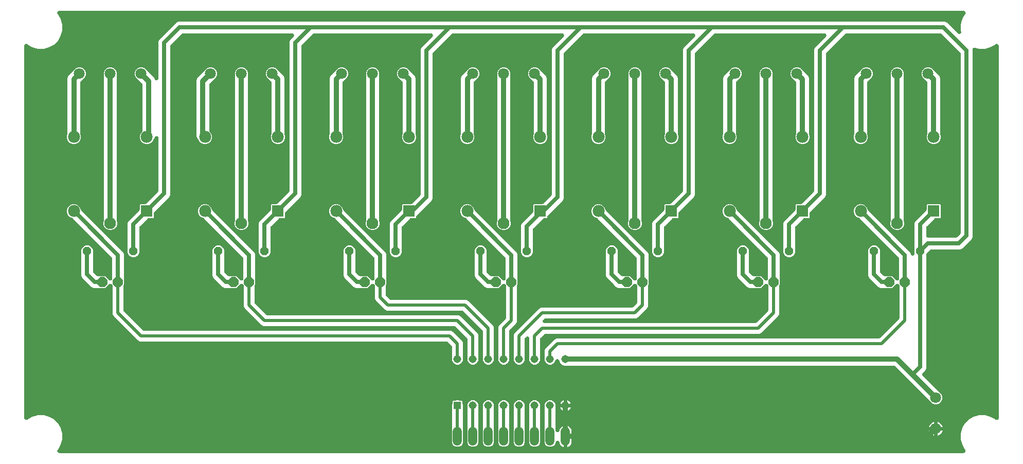
<source format=gbr>
G04 EAGLE Gerber RS-274X export*
G75*
%MOMM*%
%FSLAX34Y34*%
%LPD*%
%INTop Copper*%
%IPPOS*%
%AMOC8*
5,1,8,0,0,1.08239X$1,22.5*%
G01*
%ADD10R,1.308000X1.308000*%
%ADD11C,1.308000*%
%ADD12C,1.800000*%
%ADD13C,1.524000*%
%ADD14P,1.814519X8X22.500000*%
%ADD15P,1.429621X8X22.500000*%
%ADD16R,1.980000X1.980000*%
%ADD17C,1.935000*%
%ADD18C,1.980000*%
%ADD19C,0.508000*%
%ADD20C,0.812800*%
%ADD21C,0.660400*%
%ADD22C,0.635000*%

G36*
X1557303Y10924D02*
X1557303Y10924D01*
X1557317Y10923D01*
X1557553Y10944D01*
X1557791Y10963D01*
X1557804Y10966D01*
X1557818Y10967D01*
X1558049Y11025D01*
X1558280Y11081D01*
X1558293Y11087D01*
X1558306Y11090D01*
X1558526Y11184D01*
X1558745Y11276D01*
X1558756Y11283D01*
X1558769Y11289D01*
X1558971Y11417D01*
X1559173Y11542D01*
X1559183Y11551D01*
X1559195Y11558D01*
X1559373Y11716D01*
X1559553Y11872D01*
X1559562Y11882D01*
X1559572Y11891D01*
X1559723Y12075D01*
X1559876Y12258D01*
X1559883Y12270D01*
X1559892Y12280D01*
X1560013Y12486D01*
X1560135Y12690D01*
X1560140Y12703D01*
X1560147Y12715D01*
X1560234Y12938D01*
X1560321Y13158D01*
X1560324Y13171D01*
X1560329Y13184D01*
X1560380Y13418D01*
X1560432Y13649D01*
X1560433Y13663D01*
X1560435Y13676D01*
X1560448Y13914D01*
X1560463Y14151D01*
X1560462Y14165D01*
X1560462Y14179D01*
X1560437Y14415D01*
X1560414Y14653D01*
X1560411Y14666D01*
X1560410Y14680D01*
X1560347Y14909D01*
X1560287Y15140D01*
X1560282Y15152D01*
X1560278Y15166D01*
X1560181Y15383D01*
X1560085Y15601D01*
X1560077Y15612D01*
X1560072Y15625D01*
X1559941Y15824D01*
X1559812Y16024D01*
X1559803Y16034D01*
X1559795Y16046D01*
X1559534Y16342D01*
X1559364Y16511D01*
X1554735Y24528D01*
X1552339Y33471D01*
X1552339Y42729D01*
X1554735Y51672D01*
X1559364Y59689D01*
X1565911Y66236D01*
X1573928Y70865D01*
X1582871Y73261D01*
X1592129Y73261D01*
X1601072Y70865D01*
X1609089Y66236D01*
X1609258Y66066D01*
X1609269Y66058D01*
X1609278Y66047D01*
X1609460Y65894D01*
X1609642Y65740D01*
X1609653Y65733D01*
X1609664Y65724D01*
X1609868Y65602D01*
X1610072Y65478D01*
X1610084Y65472D01*
X1610096Y65465D01*
X1610316Y65378D01*
X1610538Y65287D01*
X1610551Y65284D01*
X1610564Y65279D01*
X1610795Y65227D01*
X1611028Y65172D01*
X1611042Y65171D01*
X1611055Y65168D01*
X1611293Y65154D01*
X1611530Y65137D01*
X1611544Y65138D01*
X1611557Y65137D01*
X1611796Y65160D01*
X1612032Y65181D01*
X1612045Y65184D01*
X1612059Y65186D01*
X1612289Y65246D01*
X1612520Y65304D01*
X1612533Y65309D01*
X1612546Y65313D01*
X1612763Y65408D01*
X1612983Y65503D01*
X1612994Y65510D01*
X1613007Y65515D01*
X1613207Y65645D01*
X1613408Y65772D01*
X1613418Y65781D01*
X1613430Y65788D01*
X1613607Y65948D01*
X1613786Y66105D01*
X1613794Y66116D01*
X1613805Y66125D01*
X1613954Y66309D01*
X1614106Y66494D01*
X1614113Y66506D01*
X1614121Y66516D01*
X1614239Y66722D01*
X1614360Y66928D01*
X1614365Y66941D01*
X1614372Y66953D01*
X1614456Y67174D01*
X1614543Y67397D01*
X1614546Y67411D01*
X1614551Y67424D01*
X1614599Y67656D01*
X1614649Y67890D01*
X1614650Y67903D01*
X1614653Y67917D01*
X1614677Y68311D01*
X1614677Y680989D01*
X1614676Y681003D01*
X1614677Y681016D01*
X1614656Y681253D01*
X1614637Y681491D01*
X1614634Y681504D01*
X1614633Y681518D01*
X1614575Y681749D01*
X1614518Y681980D01*
X1614513Y681993D01*
X1614510Y682006D01*
X1614416Y682226D01*
X1614324Y682445D01*
X1614317Y682456D01*
X1614311Y682469D01*
X1614183Y682671D01*
X1614058Y682873D01*
X1614049Y682883D01*
X1614042Y682894D01*
X1613884Y683073D01*
X1613728Y683253D01*
X1613718Y683262D01*
X1613709Y683272D01*
X1613525Y683423D01*
X1613342Y683576D01*
X1613330Y683583D01*
X1613320Y683592D01*
X1613114Y683713D01*
X1612910Y683835D01*
X1612897Y683840D01*
X1612885Y683847D01*
X1612662Y683934D01*
X1612442Y684021D01*
X1612429Y684024D01*
X1612416Y684029D01*
X1612182Y684080D01*
X1611951Y684132D01*
X1611937Y684132D01*
X1611924Y684135D01*
X1611686Y684148D01*
X1611449Y684163D01*
X1611435Y684162D01*
X1611421Y684162D01*
X1611185Y684137D01*
X1610947Y684114D01*
X1610934Y684111D01*
X1610920Y684109D01*
X1610691Y684047D01*
X1610460Y683987D01*
X1610448Y683982D01*
X1610434Y683978D01*
X1610217Y683880D01*
X1609999Y683785D01*
X1609988Y683777D01*
X1609975Y683772D01*
X1609776Y683641D01*
X1609576Y683512D01*
X1609566Y683502D01*
X1609554Y683495D01*
X1609258Y683234D01*
X1609089Y683064D01*
X1601072Y678435D01*
X1592129Y676039D01*
X1582871Y676039D01*
X1575749Y677948D01*
X1575561Y677982D01*
X1575375Y678024D01*
X1575314Y678028D01*
X1575253Y678039D01*
X1575063Y678044D01*
X1574873Y678055D01*
X1574811Y678050D01*
X1574750Y678051D01*
X1574561Y678025D01*
X1574371Y678007D01*
X1574312Y677991D01*
X1574251Y677983D01*
X1574069Y677928D01*
X1573884Y677880D01*
X1573828Y677855D01*
X1573769Y677837D01*
X1573598Y677754D01*
X1573423Y677677D01*
X1573371Y677644D01*
X1573316Y677617D01*
X1573161Y677508D01*
X1573000Y677404D01*
X1572954Y677363D01*
X1572904Y677328D01*
X1572767Y677195D01*
X1572625Y677068D01*
X1572587Y677020D01*
X1572543Y676977D01*
X1572429Y676824D01*
X1572309Y676676D01*
X1572278Y676623D01*
X1572241Y676574D01*
X1572153Y676405D01*
X1572058Y676240D01*
X1572036Y676182D01*
X1572008Y676128D01*
X1571947Y675947D01*
X1571879Y675769D01*
X1571867Y675709D01*
X1571847Y675650D01*
X1571816Y675463D01*
X1571777Y675276D01*
X1571773Y675204D01*
X1571764Y675154D01*
X1571764Y675059D01*
X1571753Y674882D01*
X1571753Y366380D01*
X1570283Y362832D01*
X1554868Y347417D01*
X1551320Y345947D01*
X1503913Y345947D01*
X1503872Y345944D01*
X1503831Y345946D01*
X1503622Y345924D01*
X1503411Y345907D01*
X1503371Y345898D01*
X1503331Y345893D01*
X1503127Y345838D01*
X1502922Y345789D01*
X1502884Y345773D01*
X1502845Y345762D01*
X1502652Y345675D01*
X1502458Y345594D01*
X1502423Y345572D01*
X1502385Y345555D01*
X1502209Y345439D01*
X1502030Y345328D01*
X1501999Y345301D01*
X1501965Y345279D01*
X1501669Y345018D01*
X1496482Y339831D01*
X1496456Y339800D01*
X1496425Y339773D01*
X1496293Y339609D01*
X1496156Y339448D01*
X1496134Y339413D01*
X1496109Y339381D01*
X1496004Y339199D01*
X1495894Y339018D01*
X1495878Y338980D01*
X1495858Y338945D01*
X1495783Y338748D01*
X1495703Y338552D01*
X1495694Y338512D01*
X1495679Y338474D01*
X1495637Y338267D01*
X1495588Y338062D01*
X1495586Y338021D01*
X1495577Y337981D01*
X1495553Y337587D01*
X1495553Y150480D01*
X1494083Y146932D01*
X1490921Y143770D01*
X1489634Y142483D01*
X1489617Y142463D01*
X1489596Y142444D01*
X1489453Y142271D01*
X1489308Y142100D01*
X1489293Y142077D01*
X1489276Y142056D01*
X1489163Y141862D01*
X1489046Y141670D01*
X1489035Y141645D01*
X1489022Y141621D01*
X1488940Y141412D01*
X1488855Y141204D01*
X1488849Y141178D01*
X1488839Y141152D01*
X1488791Y140932D01*
X1488740Y140714D01*
X1488738Y140687D01*
X1488733Y140660D01*
X1488721Y140436D01*
X1488705Y140212D01*
X1488707Y140184D01*
X1488706Y140157D01*
X1488729Y139935D01*
X1488749Y139710D01*
X1488756Y139683D01*
X1488759Y139656D01*
X1488817Y139440D01*
X1488872Y139222D01*
X1488883Y139197D01*
X1488890Y139170D01*
X1488982Y138965D01*
X1489071Y138759D01*
X1489085Y138736D01*
X1489096Y138711D01*
X1489220Y138523D01*
X1489340Y138334D01*
X1489358Y138313D01*
X1489373Y138290D01*
X1489634Y137994D01*
X1516550Y111079D01*
X1516682Y110966D01*
X1516808Y110847D01*
X1516873Y110803D01*
X1516933Y110752D01*
X1517081Y110662D01*
X1517210Y110575D01*
X1520222Y107562D01*
X1521825Y103694D01*
X1521825Y99506D01*
X1520222Y95638D01*
X1517262Y92678D01*
X1513394Y91075D01*
X1509206Y91075D01*
X1505338Y92678D01*
X1502315Y95701D01*
X1502280Y95769D01*
X1502178Y95909D01*
X1502082Y96054D01*
X1502021Y96124D01*
X1501983Y96175D01*
X1501920Y96238D01*
X1501821Y96350D01*
X1463924Y134247D01*
X1444416Y153756D01*
X1444385Y153782D01*
X1444357Y153813D01*
X1444193Y153945D01*
X1444033Y154082D01*
X1443998Y154104D01*
X1443966Y154129D01*
X1443783Y154234D01*
X1443603Y154344D01*
X1443565Y154360D01*
X1443529Y154380D01*
X1443333Y154455D01*
X1443137Y154535D01*
X1443097Y154544D01*
X1443058Y154559D01*
X1442852Y154601D01*
X1442646Y154650D01*
X1442605Y154652D01*
X1442565Y154661D01*
X1442171Y154685D01*
X899628Y154685D01*
X895801Y156271D01*
X892871Y159201D01*
X891108Y163457D01*
X891102Y163469D01*
X891097Y163482D01*
X890987Y163694D01*
X890879Y163905D01*
X890871Y163916D01*
X890864Y163928D01*
X890722Y164120D01*
X890582Y164312D01*
X890572Y164321D01*
X890564Y164332D01*
X890393Y164499D01*
X890224Y164666D01*
X890213Y164674D01*
X890203Y164684D01*
X890009Y164821D01*
X889815Y164960D01*
X889803Y164966D01*
X889792Y164974D01*
X889578Y165078D01*
X889365Y165185D01*
X889352Y165189D01*
X889339Y165195D01*
X889111Y165265D01*
X888884Y165336D01*
X888871Y165338D01*
X888858Y165342D01*
X888619Y165375D01*
X888386Y165409D01*
X888373Y165409D01*
X888359Y165411D01*
X888119Y165406D01*
X887883Y165403D01*
X887869Y165400D01*
X887856Y165400D01*
X887621Y165357D01*
X887387Y165317D01*
X887374Y165312D01*
X887360Y165310D01*
X887135Y165231D01*
X886910Y165153D01*
X886898Y165147D01*
X886885Y165142D01*
X886676Y165029D01*
X886466Y164917D01*
X886455Y164908D01*
X886443Y164902D01*
X886253Y164756D01*
X886064Y164613D01*
X886055Y164603D01*
X886044Y164595D01*
X885880Y164420D01*
X885716Y164249D01*
X885708Y164238D01*
X885699Y164228D01*
X885565Y164031D01*
X885430Y163835D01*
X885424Y163823D01*
X885416Y163811D01*
X885243Y163457D01*
X883837Y160064D01*
X881336Y157563D01*
X878068Y156209D01*
X874532Y156209D01*
X871264Y157563D01*
X868763Y160064D01*
X867409Y163332D01*
X867409Y179568D01*
X868763Y182836D01*
X883964Y198037D01*
X887232Y199391D01*
X1417403Y199391D01*
X1417443Y199394D01*
X1417484Y199392D01*
X1417694Y199414D01*
X1417904Y199431D01*
X1417944Y199440D01*
X1417985Y199445D01*
X1418189Y199500D01*
X1418394Y199549D01*
X1418431Y199565D01*
X1418471Y199576D01*
X1418664Y199663D01*
X1418858Y199744D01*
X1418893Y199766D01*
X1418930Y199783D01*
X1419107Y199899D01*
X1419286Y200010D01*
X1419317Y200037D01*
X1419351Y200059D01*
X1419647Y200320D01*
X1450680Y231353D01*
X1450706Y231384D01*
X1450737Y231411D01*
X1450869Y231576D01*
X1451006Y231736D01*
X1451028Y231771D01*
X1451053Y231803D01*
X1451158Y231985D01*
X1451268Y232166D01*
X1451284Y232204D01*
X1451304Y232240D01*
X1451379Y232436D01*
X1451459Y232632D01*
X1451468Y232672D01*
X1451483Y232710D01*
X1451525Y232917D01*
X1451574Y233122D01*
X1451576Y233163D01*
X1451585Y233203D01*
X1451609Y233597D01*
X1451609Y285666D01*
X1451606Y285707D01*
X1451608Y285747D01*
X1451586Y285957D01*
X1451569Y286168D01*
X1451560Y286207D01*
X1451555Y286248D01*
X1451500Y286452D01*
X1451451Y286657D01*
X1451435Y286695D01*
X1451424Y286734D01*
X1451337Y286927D01*
X1451256Y287121D01*
X1451234Y287156D01*
X1451217Y287193D01*
X1451101Y287370D01*
X1450990Y287549D01*
X1450963Y287580D01*
X1450941Y287614D01*
X1450680Y287910D01*
X1450045Y288545D01*
X1450024Y288563D01*
X1450006Y288583D01*
X1449832Y288726D01*
X1449661Y288872D01*
X1449638Y288886D01*
X1449617Y288903D01*
X1449424Y289017D01*
X1449231Y289134D01*
X1449206Y289144D01*
X1449183Y289158D01*
X1448974Y289239D01*
X1448765Y289325D01*
X1448739Y289331D01*
X1448713Y289341D01*
X1448494Y289388D01*
X1448275Y289439D01*
X1448248Y289441D01*
X1448221Y289447D01*
X1447997Y289459D01*
X1447773Y289475D01*
X1447746Y289472D01*
X1447718Y289474D01*
X1447496Y289450D01*
X1447271Y289431D01*
X1447245Y289424D01*
X1447218Y289421D01*
X1447002Y289363D01*
X1446783Y289308D01*
X1446758Y289297D01*
X1446731Y289290D01*
X1446527Y289198D01*
X1446320Y289109D01*
X1446297Y289094D01*
X1446272Y289083D01*
X1446085Y288960D01*
X1445895Y288840D01*
X1445874Y288822D01*
X1445851Y288807D01*
X1445555Y288545D01*
X1439204Y282193D01*
X1430798Y282193D01*
X1430732Y282233D01*
X1430694Y282249D01*
X1430659Y282269D01*
X1430462Y282344D01*
X1430266Y282424D01*
X1430226Y282433D01*
X1430188Y282448D01*
X1429982Y282490D01*
X1429776Y282539D01*
X1429735Y282541D01*
X1429695Y282550D01*
X1429301Y282574D01*
X1420505Y282574D01*
X1417004Y284024D01*
X1401624Y299404D01*
X1400174Y302905D01*
X1400174Y344795D01*
X1401624Y348296D01*
X1404304Y350976D01*
X1407805Y352426D01*
X1411595Y352426D01*
X1415096Y350976D01*
X1417776Y348296D01*
X1419226Y344795D01*
X1419226Y310061D01*
X1419229Y310020D01*
X1419227Y309979D01*
X1419249Y309769D01*
X1419266Y309559D01*
X1419275Y309519D01*
X1419280Y309478D01*
X1419335Y309274D01*
X1419384Y309069D01*
X1419400Y309032D01*
X1419411Y308992D01*
X1419498Y308799D01*
X1419579Y308605D01*
X1419601Y308570D01*
X1419618Y308533D01*
X1419734Y308356D01*
X1419845Y308177D01*
X1419872Y308146D01*
X1419894Y308112D01*
X1420155Y307816D01*
X1425416Y302555D01*
X1425447Y302529D01*
X1425474Y302498D01*
X1425639Y302366D01*
X1425799Y302229D01*
X1425834Y302207D01*
X1425866Y302182D01*
X1426048Y302077D01*
X1426229Y301967D01*
X1426267Y301951D01*
X1426303Y301931D01*
X1426499Y301856D01*
X1426695Y301776D01*
X1426735Y301767D01*
X1426773Y301752D01*
X1426980Y301710D01*
X1427185Y301661D01*
X1427226Y301659D01*
X1427266Y301650D01*
X1427661Y301626D01*
X1429301Y301626D01*
X1429342Y301629D01*
X1429383Y301627D01*
X1429592Y301649D01*
X1429803Y301666D01*
X1429842Y301675D01*
X1429883Y301680D01*
X1430087Y301735D01*
X1430292Y301784D01*
X1430330Y301800D01*
X1430369Y301811D01*
X1430562Y301898D01*
X1430756Y301979D01*
X1430791Y302001D01*
X1430804Y302007D01*
X1439204Y302007D01*
X1445555Y295655D01*
X1445566Y295646D01*
X1445575Y295636D01*
X1445596Y295618D01*
X1445614Y295598D01*
X1445778Y295465D01*
X1445939Y295328D01*
X1445950Y295321D01*
X1445961Y295312D01*
X1445984Y295298D01*
X1446005Y295281D01*
X1446188Y295176D01*
X1446369Y295066D01*
X1446381Y295061D01*
X1446393Y295054D01*
X1446418Y295044D01*
X1446442Y295030D01*
X1446639Y294956D01*
X1446835Y294875D01*
X1446848Y294872D01*
X1446861Y294867D01*
X1446887Y294861D01*
X1446913Y294852D01*
X1447119Y294809D01*
X1447325Y294761D01*
X1447339Y294760D01*
X1447352Y294757D01*
X1447379Y294755D01*
X1447406Y294750D01*
X1447800Y294725D01*
X1447814Y294726D01*
X1447827Y294725D01*
X1447841Y294726D01*
X1447854Y294726D01*
X1448078Y294747D01*
X1448302Y294765D01*
X1448315Y294768D01*
X1448329Y294769D01*
X1448342Y294773D01*
X1448356Y294774D01*
X1448574Y294831D01*
X1448791Y294884D01*
X1448804Y294889D01*
X1448817Y294892D01*
X1448830Y294898D01*
X1448843Y294901D01*
X1449049Y294992D01*
X1449256Y295078D01*
X1449267Y295086D01*
X1449280Y295091D01*
X1449291Y295098D01*
X1449304Y295104D01*
X1449493Y295226D01*
X1449683Y295344D01*
X1449694Y295353D01*
X1449705Y295360D01*
X1449715Y295369D01*
X1449727Y295377D01*
X1449894Y295527D01*
X1450064Y295674D01*
X1450073Y295685D01*
X1450083Y295694D01*
X1450091Y295704D01*
X1450102Y295713D01*
X1450243Y295888D01*
X1450387Y296060D01*
X1450394Y296072D01*
X1450403Y296082D01*
X1450410Y296094D01*
X1450418Y296105D01*
X1450530Y296299D01*
X1450645Y296492D01*
X1450651Y296505D01*
X1450657Y296517D01*
X1450662Y296529D01*
X1450669Y296541D01*
X1450749Y296751D01*
X1450832Y296960D01*
X1450835Y296973D01*
X1450840Y296986D01*
X1450843Y296999D01*
X1450848Y297012D01*
X1450893Y297232D01*
X1450942Y297451D01*
X1450943Y297465D01*
X1450946Y297478D01*
X1450947Y297492D01*
X1450950Y297505D01*
X1450974Y297899D01*
X1450974Y330939D01*
X1450971Y330980D01*
X1450973Y331021D01*
X1450951Y331231D01*
X1450934Y331441D01*
X1450925Y331481D01*
X1450920Y331522D01*
X1450865Y331726D01*
X1450816Y331931D01*
X1450800Y331968D01*
X1450789Y332008D01*
X1450702Y332201D01*
X1450621Y332395D01*
X1450599Y332430D01*
X1450582Y332467D01*
X1450466Y332644D01*
X1450355Y332823D01*
X1450328Y332854D01*
X1450306Y332888D01*
X1450045Y333184D01*
X1386359Y396869D01*
X1386227Y396982D01*
X1386101Y397101D01*
X1386036Y397145D01*
X1385976Y397196D01*
X1385828Y397286D01*
X1385684Y397384D01*
X1385601Y397424D01*
X1385546Y397458D01*
X1385464Y397491D01*
X1385330Y397557D01*
X1381328Y399215D01*
X1378115Y402428D01*
X1376375Y406627D01*
X1376375Y411173D01*
X1378115Y415372D01*
X1381328Y418585D01*
X1385527Y420325D01*
X1390073Y420325D01*
X1394272Y418585D01*
X1397485Y415372D01*
X1399143Y411370D01*
X1399222Y411216D01*
X1399293Y411057D01*
X1399336Y410992D01*
X1399372Y410922D01*
X1399474Y410782D01*
X1399570Y410637D01*
X1399631Y410567D01*
X1399669Y410515D01*
X1399732Y410453D01*
X1399831Y410341D01*
X1465449Y344722D01*
X1468576Y341596D01*
X1470140Y337818D01*
X1470201Y337700D01*
X1470252Y337577D01*
X1470315Y337476D01*
X1470369Y337369D01*
X1470448Y337262D01*
X1470518Y337149D01*
X1470596Y337059D01*
X1470666Y336963D01*
X1470761Y336869D01*
X1470848Y336769D01*
X1470939Y336692D01*
X1471024Y336608D01*
X1471132Y336531D01*
X1471234Y336446D01*
X1471336Y336384D01*
X1471433Y336315D01*
X1471552Y336255D01*
X1471666Y336187D01*
X1471777Y336143D01*
X1471883Y336090D01*
X1472010Y336050D01*
X1472134Y336001D01*
X1472250Y335974D01*
X1472364Y335939D01*
X1472495Y335919D01*
X1472625Y335890D01*
X1472744Y335883D01*
X1472862Y335865D01*
X1472995Y335867D01*
X1473127Y335859D01*
X1473246Y335870D01*
X1473365Y335872D01*
X1473496Y335895D01*
X1473629Y335907D01*
X1473744Y335938D01*
X1473862Y335958D01*
X1473987Y336001D01*
X1474116Y336035D01*
X1474225Y336083D01*
X1474338Y336121D01*
X1474455Y336184D01*
X1474577Y336237D01*
X1474677Y336302D01*
X1474782Y336358D01*
X1474888Y336438D01*
X1475000Y336510D01*
X1475089Y336590D01*
X1475184Y336662D01*
X1475276Y336758D01*
X1475375Y336847D01*
X1475450Y336939D01*
X1475532Y337026D01*
X1475608Y337135D01*
X1475691Y337238D01*
X1475751Y337341D01*
X1475819Y337440D01*
X1475876Y337560D01*
X1475942Y337675D01*
X1475984Y337786D01*
X1476036Y337894D01*
X1476074Y338021D01*
X1476121Y338145D01*
X1476145Y338262D01*
X1476179Y338377D01*
X1476196Y338508D01*
X1476223Y338639D01*
X1476232Y338788D01*
X1476243Y338876D01*
X1476241Y338940D01*
X1476247Y339033D01*
X1476247Y344870D01*
X1476248Y344871D01*
X1476264Y344948D01*
X1476288Y345022D01*
X1476315Y345194D01*
X1476350Y345364D01*
X1476355Y345457D01*
X1476365Y345520D01*
X1476365Y345609D01*
X1476374Y345758D01*
X1476374Y388895D01*
X1477824Y392396D01*
X1495446Y410017D01*
X1495472Y410048D01*
X1495503Y410075D01*
X1495635Y410240D01*
X1495772Y410400D01*
X1495794Y410435D01*
X1495819Y410467D01*
X1495924Y410649D01*
X1496034Y410830D01*
X1496050Y410868D01*
X1496070Y410904D01*
X1496145Y411100D01*
X1496225Y411296D01*
X1496234Y411336D01*
X1496249Y411374D01*
X1496291Y411581D01*
X1496340Y411786D01*
X1496342Y411827D01*
X1496351Y411867D01*
X1496375Y412262D01*
X1496375Y419432D01*
X1497268Y420325D01*
X1518332Y420325D01*
X1519225Y419432D01*
X1519225Y398368D01*
X1518332Y397475D01*
X1511162Y397475D01*
X1511121Y397472D01*
X1511080Y397474D01*
X1510870Y397452D01*
X1510660Y397435D01*
X1510620Y397426D01*
X1510579Y397421D01*
X1510375Y397366D01*
X1510170Y397317D01*
X1510133Y397301D01*
X1510093Y397290D01*
X1509900Y397203D01*
X1509706Y397122D01*
X1509671Y397100D01*
X1509634Y397083D01*
X1509457Y396967D01*
X1509278Y396856D01*
X1509247Y396829D01*
X1509213Y396807D01*
X1508917Y396546D01*
X1496355Y383984D01*
X1496329Y383953D01*
X1496298Y383926D01*
X1496166Y383761D01*
X1496029Y383601D01*
X1496007Y383566D01*
X1495982Y383534D01*
X1495877Y383352D01*
X1495767Y383171D01*
X1495751Y383133D01*
X1495731Y383097D01*
X1495656Y382901D01*
X1495576Y382705D01*
X1495567Y382665D01*
X1495552Y382627D01*
X1495510Y382420D01*
X1495461Y382215D01*
X1495459Y382174D01*
X1495450Y382134D01*
X1495426Y381739D01*
X1495426Y368427D01*
X1495428Y368400D01*
X1495426Y368373D01*
X1495448Y368149D01*
X1495466Y367925D01*
X1495472Y367899D01*
X1495475Y367871D01*
X1495532Y367653D01*
X1495584Y367436D01*
X1495595Y367411D01*
X1495602Y367384D01*
X1495693Y367178D01*
X1495779Y366971D01*
X1495794Y366948D01*
X1495805Y366923D01*
X1495927Y366734D01*
X1496045Y366544D01*
X1496063Y366523D01*
X1496078Y366500D01*
X1496228Y366333D01*
X1496375Y366163D01*
X1496396Y366146D01*
X1496414Y366125D01*
X1496589Y365984D01*
X1496761Y365840D01*
X1496784Y365826D01*
X1496805Y365809D01*
X1497000Y365697D01*
X1497193Y365582D01*
X1497218Y365571D01*
X1497242Y365558D01*
X1497452Y365478D01*
X1497661Y365395D01*
X1497687Y365389D01*
X1497713Y365379D01*
X1497933Y365334D01*
X1498152Y365285D01*
X1498179Y365283D01*
X1498206Y365277D01*
X1498600Y365253D01*
X1544087Y365253D01*
X1544128Y365256D01*
X1544169Y365254D01*
X1544378Y365276D01*
X1544589Y365293D01*
X1544629Y365302D01*
X1544669Y365307D01*
X1544873Y365362D01*
X1545078Y365411D01*
X1545116Y365427D01*
X1545155Y365438D01*
X1545348Y365525D01*
X1545542Y365606D01*
X1545577Y365628D01*
X1545615Y365645D01*
X1545791Y365761D01*
X1545970Y365872D01*
X1546001Y365899D01*
X1546035Y365921D01*
X1546331Y366182D01*
X1551518Y371369D01*
X1551544Y371400D01*
X1551575Y371427D01*
X1551707Y371591D01*
X1551844Y371752D01*
X1551866Y371787D01*
X1551891Y371819D01*
X1551996Y372001D01*
X1552106Y372182D01*
X1552122Y372220D01*
X1552142Y372255D01*
X1552217Y372452D01*
X1552297Y372648D01*
X1552306Y372688D01*
X1552321Y372726D01*
X1552363Y372933D01*
X1552412Y373138D01*
X1552414Y373179D01*
X1552423Y373219D01*
X1552447Y373613D01*
X1552447Y667787D01*
X1552444Y667828D01*
X1552446Y667869D01*
X1552424Y668078D01*
X1552407Y668289D01*
X1552398Y668329D01*
X1552393Y668369D01*
X1552338Y668573D01*
X1552289Y668778D01*
X1552273Y668816D01*
X1552262Y668855D01*
X1552175Y669048D01*
X1552094Y669243D01*
X1552072Y669277D01*
X1552055Y669315D01*
X1551939Y669491D01*
X1551828Y669670D01*
X1551801Y669701D01*
X1551779Y669735D01*
X1551518Y670031D01*
X1520931Y700618D01*
X1520900Y700644D01*
X1520873Y700675D01*
X1520709Y700807D01*
X1520548Y700944D01*
X1520513Y700966D01*
X1520481Y700991D01*
X1520299Y701096D01*
X1520118Y701206D01*
X1520080Y701222D01*
X1520045Y701242D01*
X1519848Y701317D01*
X1519652Y701397D01*
X1519612Y701406D01*
X1519574Y701421D01*
X1519367Y701463D01*
X1519162Y701512D01*
X1519121Y701514D01*
X1519081Y701523D01*
X1518687Y701547D01*
X1364213Y701547D01*
X1364172Y701544D01*
X1364131Y701546D01*
X1363922Y701524D01*
X1363711Y701507D01*
X1363671Y701498D01*
X1363631Y701493D01*
X1363427Y701438D01*
X1363222Y701389D01*
X1363184Y701373D01*
X1363145Y701362D01*
X1362952Y701275D01*
X1362758Y701194D01*
X1362723Y701172D01*
X1362685Y701155D01*
X1362509Y701039D01*
X1362330Y700928D01*
X1362299Y700901D01*
X1362265Y700879D01*
X1361969Y700618D01*
X1331382Y670031D01*
X1331356Y670000D01*
X1331325Y669973D01*
X1331193Y669809D01*
X1331056Y669648D01*
X1331034Y669613D01*
X1331009Y669581D01*
X1330904Y669399D01*
X1330794Y669218D01*
X1330778Y669180D01*
X1330758Y669145D01*
X1330683Y668948D01*
X1330603Y668752D01*
X1330594Y668712D01*
X1330579Y668674D01*
X1330537Y668467D01*
X1330488Y668262D01*
X1330486Y668221D01*
X1330477Y668181D01*
X1330453Y667787D01*
X1330453Y435880D01*
X1328983Y432332D01*
X1304254Y407603D01*
X1304228Y407572D01*
X1304197Y407545D01*
X1304065Y407381D01*
X1303928Y407220D01*
X1303906Y407185D01*
X1303881Y407153D01*
X1303776Y406971D01*
X1303666Y406790D01*
X1303650Y406752D01*
X1303630Y406717D01*
X1303555Y406520D01*
X1303475Y406324D01*
X1303466Y406284D01*
X1303451Y406246D01*
X1303409Y406039D01*
X1303360Y405834D01*
X1303358Y405793D01*
X1303349Y405753D01*
X1303325Y405359D01*
X1303325Y398368D01*
X1302432Y397475D01*
X1295262Y397475D01*
X1295221Y397472D01*
X1295180Y397474D01*
X1294970Y397452D01*
X1294760Y397435D01*
X1294720Y397426D01*
X1294679Y397421D01*
X1294475Y397366D01*
X1294270Y397317D01*
X1294233Y397301D01*
X1294193Y397290D01*
X1294000Y397203D01*
X1293806Y397122D01*
X1293771Y397100D01*
X1293734Y397083D01*
X1293557Y396967D01*
X1293378Y396856D01*
X1293347Y396829D01*
X1293313Y396807D01*
X1293017Y396546D01*
X1280455Y383984D01*
X1280429Y383953D01*
X1280398Y383926D01*
X1280266Y383761D01*
X1280129Y383601D01*
X1280107Y383566D01*
X1280082Y383534D01*
X1279977Y383352D01*
X1279867Y383171D01*
X1279851Y383133D01*
X1279831Y383097D01*
X1279756Y382901D01*
X1279676Y382705D01*
X1279667Y382665D01*
X1279652Y382627D01*
X1279610Y382420D01*
X1279561Y382215D01*
X1279559Y382174D01*
X1279550Y382134D01*
X1279526Y381739D01*
X1279526Y341005D01*
X1278076Y337504D01*
X1275396Y334824D01*
X1271895Y333374D01*
X1268105Y333374D01*
X1264604Y334824D01*
X1261924Y337504D01*
X1260474Y341005D01*
X1260474Y388895D01*
X1261924Y392396D01*
X1279546Y410017D01*
X1279572Y410048D01*
X1279603Y410075D01*
X1279735Y410240D01*
X1279872Y410400D01*
X1279894Y410435D01*
X1279919Y410467D01*
X1280024Y410649D01*
X1280134Y410830D01*
X1280150Y410868D01*
X1280170Y410904D01*
X1280245Y411100D01*
X1280325Y411296D01*
X1280334Y411336D01*
X1280349Y411374D01*
X1280391Y411581D01*
X1280440Y411786D01*
X1280442Y411827D01*
X1280451Y411867D01*
X1280475Y412262D01*
X1280475Y419432D01*
X1281368Y420325D01*
X1288359Y420325D01*
X1288400Y420328D01*
X1288441Y420326D01*
X1288650Y420348D01*
X1288861Y420365D01*
X1288901Y420374D01*
X1288941Y420379D01*
X1289145Y420434D01*
X1289350Y420483D01*
X1289388Y420499D01*
X1289427Y420510D01*
X1289620Y420597D01*
X1289814Y420678D01*
X1289849Y420700D01*
X1289887Y420717D01*
X1290063Y420833D01*
X1290242Y420944D01*
X1290273Y420971D01*
X1290307Y420993D01*
X1290603Y421254D01*
X1310218Y440869D01*
X1310244Y440900D01*
X1310275Y440927D01*
X1310407Y441091D01*
X1310544Y441252D01*
X1310566Y441287D01*
X1310591Y441319D01*
X1310696Y441501D01*
X1310806Y441682D01*
X1310822Y441720D01*
X1310842Y441755D01*
X1310917Y441952D01*
X1310997Y442148D01*
X1311006Y442188D01*
X1311021Y442226D01*
X1311063Y442433D01*
X1311112Y442638D01*
X1311114Y442679D01*
X1311123Y442719D01*
X1311147Y443113D01*
X1311147Y675020D01*
X1312617Y678568D01*
X1315779Y681730D01*
X1330177Y696128D01*
X1330186Y696139D01*
X1330197Y696148D01*
X1330350Y696331D01*
X1330504Y696512D01*
X1330511Y696523D01*
X1330520Y696534D01*
X1330642Y696737D01*
X1330766Y696942D01*
X1330771Y696954D01*
X1330778Y696966D01*
X1330866Y697185D01*
X1330957Y697408D01*
X1330960Y697421D01*
X1330965Y697434D01*
X1331017Y697666D01*
X1331071Y697898D01*
X1331072Y697912D01*
X1331075Y697925D01*
X1331090Y698164D01*
X1331107Y698400D01*
X1331106Y698414D01*
X1331107Y698427D01*
X1331084Y698665D01*
X1331063Y698902D01*
X1331059Y698915D01*
X1331058Y698929D01*
X1330998Y699159D01*
X1330940Y699390D01*
X1330934Y699403D01*
X1330931Y699416D01*
X1330835Y699635D01*
X1330741Y699853D01*
X1330734Y699864D01*
X1330728Y699877D01*
X1330598Y700079D01*
X1330472Y700278D01*
X1330463Y700288D01*
X1330455Y700300D01*
X1330296Y700478D01*
X1330139Y700656D01*
X1330128Y700664D01*
X1330119Y700675D01*
X1329933Y700825D01*
X1329750Y700976D01*
X1329738Y700983D01*
X1329727Y700991D01*
X1329521Y701110D01*
X1329315Y701230D01*
X1329303Y701235D01*
X1329291Y701242D01*
X1329069Y701326D01*
X1328846Y701413D01*
X1328833Y701416D01*
X1328820Y701421D01*
X1328587Y701469D01*
X1328354Y701519D01*
X1328340Y701520D01*
X1328327Y701523D01*
X1327933Y701547D01*
X1148313Y701547D01*
X1148272Y701544D01*
X1148231Y701546D01*
X1148022Y701524D01*
X1147811Y701507D01*
X1147771Y701498D01*
X1147731Y701493D01*
X1147527Y701438D01*
X1147322Y701389D01*
X1147284Y701373D01*
X1147245Y701362D01*
X1147052Y701275D01*
X1146858Y701194D01*
X1146823Y701172D01*
X1146785Y701155D01*
X1146609Y701039D01*
X1146430Y700928D01*
X1146399Y700901D01*
X1146365Y700879D01*
X1146069Y700618D01*
X1115482Y670031D01*
X1115456Y670000D01*
X1115425Y669973D01*
X1115293Y669809D01*
X1115156Y669648D01*
X1115134Y669613D01*
X1115109Y669581D01*
X1115004Y669399D01*
X1114894Y669218D01*
X1114878Y669180D01*
X1114858Y669145D01*
X1114783Y668948D01*
X1114703Y668752D01*
X1114694Y668712D01*
X1114679Y668674D01*
X1114637Y668467D01*
X1114588Y668262D01*
X1114586Y668221D01*
X1114577Y668181D01*
X1114553Y667787D01*
X1114553Y435880D01*
X1113083Y432332D01*
X1088354Y407603D01*
X1088328Y407572D01*
X1088297Y407545D01*
X1088165Y407381D01*
X1088028Y407220D01*
X1088006Y407185D01*
X1087981Y407153D01*
X1087876Y406971D01*
X1087766Y406790D01*
X1087750Y406752D01*
X1087730Y406717D01*
X1087655Y406520D01*
X1087575Y406324D01*
X1087566Y406284D01*
X1087551Y406246D01*
X1087509Y406039D01*
X1087460Y405834D01*
X1087458Y405793D01*
X1087449Y405753D01*
X1087425Y405359D01*
X1087425Y398368D01*
X1086532Y397475D01*
X1079362Y397475D01*
X1079321Y397472D01*
X1079280Y397474D01*
X1079070Y397452D01*
X1078860Y397435D01*
X1078820Y397426D01*
X1078779Y397421D01*
X1078575Y397366D01*
X1078370Y397317D01*
X1078333Y397301D01*
X1078293Y397290D01*
X1078100Y397203D01*
X1077906Y397122D01*
X1077871Y397100D01*
X1077834Y397083D01*
X1077657Y396967D01*
X1077478Y396856D01*
X1077447Y396829D01*
X1077413Y396807D01*
X1077117Y396546D01*
X1064555Y383984D01*
X1064529Y383953D01*
X1064498Y383926D01*
X1064366Y383761D01*
X1064229Y383601D01*
X1064207Y383566D01*
X1064182Y383534D01*
X1064077Y383352D01*
X1063967Y383171D01*
X1063951Y383133D01*
X1063931Y383097D01*
X1063856Y382901D01*
X1063776Y382705D01*
X1063767Y382665D01*
X1063752Y382627D01*
X1063710Y382420D01*
X1063661Y382215D01*
X1063659Y382174D01*
X1063650Y382134D01*
X1063626Y381739D01*
X1063626Y341005D01*
X1062176Y337504D01*
X1059496Y334824D01*
X1055995Y333374D01*
X1052205Y333374D01*
X1048704Y334824D01*
X1046024Y337504D01*
X1044574Y341005D01*
X1044574Y388895D01*
X1046024Y392396D01*
X1063646Y410017D01*
X1063672Y410048D01*
X1063703Y410075D01*
X1063835Y410240D01*
X1063972Y410400D01*
X1063994Y410435D01*
X1064019Y410467D01*
X1064124Y410649D01*
X1064234Y410830D01*
X1064250Y410868D01*
X1064270Y410904D01*
X1064345Y411100D01*
X1064425Y411296D01*
X1064434Y411336D01*
X1064449Y411374D01*
X1064491Y411581D01*
X1064540Y411786D01*
X1064542Y411827D01*
X1064551Y411867D01*
X1064575Y412262D01*
X1064575Y419432D01*
X1065468Y420325D01*
X1072459Y420325D01*
X1072500Y420328D01*
X1072541Y420326D01*
X1072750Y420348D01*
X1072961Y420365D01*
X1073001Y420374D01*
X1073041Y420379D01*
X1073245Y420434D01*
X1073450Y420483D01*
X1073488Y420499D01*
X1073527Y420510D01*
X1073720Y420597D01*
X1073914Y420678D01*
X1073949Y420700D01*
X1073987Y420717D01*
X1074163Y420833D01*
X1074342Y420944D01*
X1074373Y420971D01*
X1074407Y420993D01*
X1074703Y421254D01*
X1094318Y440869D01*
X1094344Y440900D01*
X1094375Y440927D01*
X1094507Y441091D01*
X1094644Y441252D01*
X1094666Y441287D01*
X1094691Y441319D01*
X1094796Y441501D01*
X1094906Y441682D01*
X1094922Y441720D01*
X1094942Y441755D01*
X1095017Y441952D01*
X1095097Y442148D01*
X1095106Y442188D01*
X1095121Y442226D01*
X1095163Y442433D01*
X1095212Y442638D01*
X1095214Y442679D01*
X1095223Y442719D01*
X1095247Y443113D01*
X1095247Y675020D01*
X1096717Y678568D01*
X1099879Y681730D01*
X1114277Y696128D01*
X1114286Y696139D01*
X1114297Y696148D01*
X1114450Y696331D01*
X1114604Y696512D01*
X1114611Y696523D01*
X1114620Y696534D01*
X1114742Y696737D01*
X1114866Y696942D01*
X1114871Y696954D01*
X1114878Y696966D01*
X1114966Y697185D01*
X1115057Y697408D01*
X1115060Y697421D01*
X1115065Y697434D01*
X1115117Y697666D01*
X1115171Y697898D01*
X1115172Y697912D01*
X1115175Y697925D01*
X1115190Y698164D01*
X1115207Y698400D01*
X1115206Y698414D01*
X1115207Y698427D01*
X1115184Y698665D01*
X1115163Y698902D01*
X1115159Y698915D01*
X1115158Y698929D01*
X1115098Y699159D01*
X1115040Y699390D01*
X1115034Y699403D01*
X1115031Y699416D01*
X1114935Y699635D01*
X1114841Y699853D01*
X1114834Y699864D01*
X1114828Y699877D01*
X1114698Y700079D01*
X1114572Y700278D01*
X1114563Y700288D01*
X1114555Y700300D01*
X1114396Y700478D01*
X1114239Y700656D01*
X1114228Y700664D01*
X1114219Y700675D01*
X1114033Y700825D01*
X1113850Y700976D01*
X1113838Y700983D01*
X1113827Y700991D01*
X1113621Y701110D01*
X1113415Y701230D01*
X1113403Y701235D01*
X1113391Y701242D01*
X1113169Y701326D01*
X1112946Y701413D01*
X1112933Y701416D01*
X1112920Y701421D01*
X1112687Y701469D01*
X1112454Y701519D01*
X1112440Y701520D01*
X1112427Y701523D01*
X1112033Y701547D01*
X932413Y701547D01*
X932372Y701544D01*
X932331Y701546D01*
X932122Y701524D01*
X931911Y701507D01*
X931871Y701498D01*
X931831Y701493D01*
X931627Y701438D01*
X931422Y701389D01*
X931384Y701373D01*
X931345Y701362D01*
X931152Y701275D01*
X930958Y701194D01*
X930923Y701172D01*
X930885Y701155D01*
X930709Y701039D01*
X930530Y700928D01*
X930499Y700901D01*
X930465Y700879D01*
X930169Y700618D01*
X899582Y670031D01*
X899556Y670000D01*
X899525Y669973D01*
X899393Y669809D01*
X899256Y669648D01*
X899234Y669613D01*
X899209Y669581D01*
X899104Y669399D01*
X898994Y669218D01*
X898978Y669180D01*
X898958Y669145D01*
X898883Y668948D01*
X898803Y668752D01*
X898794Y668712D01*
X898779Y668674D01*
X898737Y668467D01*
X898688Y668262D01*
X898686Y668221D01*
X898677Y668181D01*
X898653Y667787D01*
X898653Y429880D01*
X897183Y426332D01*
X872454Y401603D01*
X872428Y401572D01*
X872397Y401545D01*
X872265Y401381D01*
X872128Y401220D01*
X872106Y401185D01*
X872081Y401153D01*
X871976Y400971D01*
X871866Y400790D01*
X871850Y400752D01*
X871830Y400717D01*
X871755Y400520D01*
X871675Y400324D01*
X871666Y400284D01*
X871651Y400246D01*
X871609Y400039D01*
X871560Y399834D01*
X871558Y399793D01*
X871549Y399753D01*
X871525Y399359D01*
X871525Y398368D01*
X870632Y397475D01*
X866961Y397475D01*
X866921Y397472D01*
X866880Y397474D01*
X866670Y397452D01*
X866460Y397435D01*
X866420Y397426D01*
X866379Y397421D01*
X866175Y397366D01*
X865970Y397317D01*
X865933Y397301D01*
X865893Y397290D01*
X865700Y397203D01*
X865506Y397122D01*
X865471Y397100D01*
X865434Y397083D01*
X865257Y396967D01*
X865078Y396856D01*
X865047Y396829D01*
X865013Y396807D01*
X864717Y396546D01*
X848655Y380484D01*
X848629Y380453D01*
X848598Y380426D01*
X848466Y380261D01*
X848329Y380101D01*
X848307Y380066D01*
X848282Y380034D01*
X848177Y379852D01*
X848067Y379671D01*
X848051Y379633D01*
X848031Y379597D01*
X847956Y379401D01*
X847876Y379205D01*
X847867Y379165D01*
X847852Y379127D01*
X847810Y378920D01*
X847761Y378715D01*
X847759Y378674D01*
X847750Y378634D01*
X847726Y378239D01*
X847726Y341005D01*
X846276Y337504D01*
X843596Y334824D01*
X840095Y333374D01*
X836305Y333374D01*
X832804Y334824D01*
X830124Y337504D01*
X828674Y341005D01*
X828674Y385395D01*
X830124Y388896D01*
X847746Y406517D01*
X847772Y406548D01*
X847803Y406575D01*
X847935Y406740D01*
X848072Y406900D01*
X848094Y406935D01*
X848119Y406967D01*
X848224Y407149D01*
X848334Y407330D01*
X848350Y407368D01*
X848370Y407404D01*
X848445Y407600D01*
X848525Y407796D01*
X848534Y407836D01*
X848549Y407874D01*
X848591Y408081D01*
X848640Y408286D01*
X848642Y408327D01*
X848651Y408367D01*
X848675Y408761D01*
X848675Y419432D01*
X849568Y420325D01*
X862559Y420325D01*
X862600Y420328D01*
X862641Y420326D01*
X862850Y420348D01*
X863061Y420365D01*
X863101Y420374D01*
X863141Y420379D01*
X863345Y420434D01*
X863550Y420483D01*
X863588Y420499D01*
X863627Y420510D01*
X863820Y420597D01*
X864014Y420678D01*
X864049Y420700D01*
X864087Y420717D01*
X864263Y420833D01*
X864442Y420944D01*
X864473Y420971D01*
X864507Y420993D01*
X864803Y421254D01*
X878418Y434869D01*
X878444Y434900D01*
X878475Y434927D01*
X878607Y435091D01*
X878744Y435252D01*
X878766Y435287D01*
X878791Y435319D01*
X878896Y435501D01*
X879006Y435682D01*
X879022Y435720D01*
X879042Y435755D01*
X879117Y435952D01*
X879197Y436148D01*
X879206Y436188D01*
X879221Y436226D01*
X879263Y436433D01*
X879312Y436638D01*
X879314Y436679D01*
X879323Y436719D01*
X879347Y437113D01*
X879347Y675020D01*
X880817Y678568D01*
X883979Y681730D01*
X898377Y696128D01*
X898386Y696139D01*
X898397Y696148D01*
X898550Y696331D01*
X898704Y696512D01*
X898711Y696523D01*
X898720Y696534D01*
X898842Y696737D01*
X898966Y696942D01*
X898971Y696954D01*
X898978Y696966D01*
X899066Y697185D01*
X899157Y697408D01*
X899160Y697421D01*
X899165Y697434D01*
X899217Y697666D01*
X899271Y697898D01*
X899272Y697912D01*
X899275Y697925D01*
X899290Y698164D01*
X899307Y698400D01*
X899306Y698414D01*
X899307Y698427D01*
X899284Y698665D01*
X899263Y698902D01*
X899259Y698915D01*
X899258Y698929D01*
X899198Y699159D01*
X899140Y699390D01*
X899134Y699403D01*
X899131Y699416D01*
X899035Y699635D01*
X898941Y699853D01*
X898934Y699864D01*
X898928Y699877D01*
X898798Y700079D01*
X898672Y700278D01*
X898663Y700288D01*
X898655Y700300D01*
X898496Y700478D01*
X898339Y700656D01*
X898328Y700664D01*
X898319Y700675D01*
X898133Y700825D01*
X897950Y700976D01*
X897938Y700983D01*
X897927Y700991D01*
X897721Y701110D01*
X897515Y701230D01*
X897503Y701235D01*
X897491Y701242D01*
X897269Y701326D01*
X897046Y701413D01*
X897033Y701416D01*
X897020Y701421D01*
X896787Y701469D01*
X896554Y701519D01*
X896540Y701520D01*
X896527Y701523D01*
X896133Y701547D01*
X716513Y701547D01*
X716472Y701544D01*
X716431Y701546D01*
X716222Y701524D01*
X716011Y701507D01*
X715971Y701498D01*
X715931Y701493D01*
X715727Y701438D01*
X715522Y701389D01*
X715484Y701373D01*
X715445Y701362D01*
X715252Y701275D01*
X715058Y701194D01*
X715023Y701172D01*
X714985Y701155D01*
X714809Y701039D01*
X714630Y700928D01*
X714599Y700901D01*
X714565Y700879D01*
X714269Y700618D01*
X683682Y670031D01*
X683656Y670000D01*
X683625Y669973D01*
X683493Y669809D01*
X683356Y669648D01*
X683334Y669613D01*
X683309Y669581D01*
X683204Y669399D01*
X683094Y669218D01*
X683078Y669180D01*
X683058Y669145D01*
X682983Y668948D01*
X682903Y668752D01*
X682894Y668712D01*
X682879Y668674D01*
X682837Y668467D01*
X682788Y668262D01*
X682786Y668221D01*
X682777Y668181D01*
X682753Y667787D01*
X682753Y429880D01*
X681283Y426332D01*
X656554Y401603D01*
X656528Y401572D01*
X656497Y401545D01*
X656365Y401381D01*
X656228Y401220D01*
X656206Y401185D01*
X656181Y401153D01*
X656076Y400971D01*
X655966Y400790D01*
X655950Y400752D01*
X655930Y400717D01*
X655855Y400520D01*
X655775Y400324D01*
X655766Y400284D01*
X655751Y400246D01*
X655709Y400039D01*
X655660Y399834D01*
X655658Y399793D01*
X655649Y399753D01*
X655625Y399359D01*
X655625Y398368D01*
X654732Y397475D01*
X647561Y397475D01*
X647521Y397472D01*
X647480Y397474D01*
X647270Y397452D01*
X647060Y397435D01*
X647020Y397426D01*
X646979Y397421D01*
X646775Y397366D01*
X646570Y397317D01*
X646533Y397301D01*
X646493Y397290D01*
X646300Y397203D01*
X646106Y397122D01*
X646071Y397100D01*
X646034Y397083D01*
X645857Y396967D01*
X645678Y396856D01*
X645647Y396829D01*
X645613Y396807D01*
X645317Y396546D01*
X632755Y383984D01*
X632729Y383953D01*
X632698Y383926D01*
X632566Y383761D01*
X632429Y383601D01*
X632407Y383566D01*
X632382Y383534D01*
X632277Y383352D01*
X632167Y383171D01*
X632151Y383133D01*
X632131Y383097D01*
X632056Y382901D01*
X631976Y382705D01*
X631967Y382665D01*
X631952Y382627D01*
X631910Y382420D01*
X631861Y382215D01*
X631859Y382174D01*
X631850Y382134D01*
X631826Y381739D01*
X631826Y341005D01*
X630376Y337504D01*
X627696Y334824D01*
X624195Y333374D01*
X620405Y333374D01*
X616904Y334824D01*
X614224Y337504D01*
X612774Y341005D01*
X612774Y388895D01*
X614224Y392396D01*
X617351Y395522D01*
X631846Y410017D01*
X631872Y410048D01*
X631903Y410075D01*
X632035Y410240D01*
X632172Y410400D01*
X632194Y410435D01*
X632219Y410467D01*
X632324Y410649D01*
X632434Y410830D01*
X632450Y410868D01*
X632470Y410904D01*
X632545Y411100D01*
X632625Y411296D01*
X632634Y411336D01*
X632649Y411374D01*
X632691Y411581D01*
X632740Y411786D01*
X632742Y411827D01*
X632751Y411867D01*
X632775Y412261D01*
X632775Y419432D01*
X633668Y420325D01*
X646659Y420325D01*
X646700Y420328D01*
X646741Y420326D01*
X646950Y420348D01*
X647161Y420365D01*
X647201Y420374D01*
X647241Y420379D01*
X647445Y420434D01*
X647650Y420483D01*
X647688Y420499D01*
X647727Y420510D01*
X647920Y420597D01*
X648114Y420678D01*
X648149Y420700D01*
X648187Y420717D01*
X648363Y420833D01*
X648542Y420944D01*
X648573Y420971D01*
X648607Y420993D01*
X648903Y421254D01*
X662518Y434869D01*
X662544Y434900D01*
X662575Y434927D01*
X662707Y435091D01*
X662844Y435252D01*
X662866Y435287D01*
X662891Y435319D01*
X662996Y435501D01*
X663106Y435682D01*
X663122Y435720D01*
X663142Y435755D01*
X663217Y435952D01*
X663297Y436148D01*
X663306Y436188D01*
X663321Y436226D01*
X663363Y436433D01*
X663412Y436638D01*
X663414Y436679D01*
X663423Y436719D01*
X663447Y437113D01*
X663447Y675020D01*
X664917Y678568D01*
X682477Y696128D01*
X682486Y696139D01*
X682497Y696148D01*
X682650Y696331D01*
X682804Y696512D01*
X682811Y696523D01*
X682820Y696534D01*
X682942Y696737D01*
X683066Y696942D01*
X683071Y696954D01*
X683078Y696966D01*
X683166Y697185D01*
X683257Y697408D01*
X683260Y697421D01*
X683265Y697434D01*
X683317Y697666D01*
X683371Y697898D01*
X683372Y697912D01*
X683375Y697925D01*
X683390Y698164D01*
X683407Y698400D01*
X683406Y698414D01*
X683407Y698427D01*
X683384Y698665D01*
X683363Y698902D01*
X683359Y698915D01*
X683358Y698929D01*
X683298Y699159D01*
X683240Y699390D01*
X683234Y699403D01*
X683231Y699416D01*
X683135Y699634D01*
X683041Y699853D01*
X683034Y699864D01*
X683028Y699877D01*
X682899Y700078D01*
X682772Y700278D01*
X682763Y700288D01*
X682755Y700300D01*
X682596Y700478D01*
X682439Y700656D01*
X682428Y700664D01*
X682419Y700675D01*
X682233Y700825D01*
X682050Y700976D01*
X682038Y700983D01*
X682027Y700991D01*
X681821Y701110D01*
X681615Y701230D01*
X681603Y701235D01*
X681591Y701242D01*
X681369Y701326D01*
X681146Y701413D01*
X681133Y701416D01*
X681120Y701421D01*
X680887Y701469D01*
X680654Y701519D01*
X680640Y701520D01*
X680627Y701523D01*
X680233Y701547D01*
X487913Y701547D01*
X487872Y701544D01*
X487831Y701546D01*
X487622Y701524D01*
X487411Y701507D01*
X487371Y701498D01*
X487331Y701493D01*
X487127Y701438D01*
X486922Y701389D01*
X486884Y701373D01*
X486845Y701362D01*
X486652Y701275D01*
X486458Y701194D01*
X486423Y701172D01*
X486385Y701155D01*
X486209Y701039D01*
X486030Y700928D01*
X485999Y700901D01*
X485965Y700879D01*
X485669Y700618D01*
X467782Y682731D01*
X467756Y682700D01*
X467725Y682673D01*
X467593Y682509D01*
X467456Y682348D01*
X467434Y682313D01*
X467409Y682281D01*
X467304Y682099D01*
X467194Y681918D01*
X467178Y681880D01*
X467158Y681845D01*
X467083Y681648D01*
X467003Y681452D01*
X466994Y681412D01*
X466979Y681374D01*
X466937Y681167D01*
X466888Y680962D01*
X466886Y680921D01*
X466877Y680881D01*
X466853Y680487D01*
X466853Y435880D01*
X465383Y432332D01*
X462221Y429170D01*
X440654Y407603D01*
X440628Y407572D01*
X440597Y407545D01*
X440465Y407381D01*
X440328Y407220D01*
X440306Y407185D01*
X440281Y407153D01*
X440176Y406971D01*
X440066Y406790D01*
X440050Y406752D01*
X440030Y406717D01*
X439955Y406520D01*
X439875Y406324D01*
X439866Y406284D01*
X439851Y406246D01*
X439809Y406039D01*
X439760Y405834D01*
X439758Y405793D01*
X439749Y405753D01*
X439725Y405359D01*
X439725Y398368D01*
X438832Y397475D01*
X431661Y397475D01*
X431621Y397472D01*
X431580Y397474D01*
X431370Y397452D01*
X431160Y397435D01*
X431120Y397426D01*
X431079Y397421D01*
X430875Y397366D01*
X430670Y397317D01*
X430633Y397301D01*
X430593Y397290D01*
X430400Y397203D01*
X430206Y397122D01*
X430171Y397100D01*
X430134Y397083D01*
X429957Y396967D01*
X429778Y396856D01*
X429747Y396829D01*
X429713Y396807D01*
X429417Y396546D01*
X416855Y383984D01*
X416829Y383953D01*
X416798Y383926D01*
X416666Y383761D01*
X416529Y383601D01*
X416507Y383566D01*
X416482Y383534D01*
X416377Y383352D01*
X416267Y383171D01*
X416251Y383133D01*
X416231Y383097D01*
X416156Y382901D01*
X416076Y382705D01*
X416067Y382665D01*
X416052Y382627D01*
X416010Y382420D01*
X415961Y382215D01*
X415959Y382174D01*
X415950Y382134D01*
X415926Y381739D01*
X415926Y341005D01*
X414476Y337504D01*
X411796Y334824D01*
X408295Y333374D01*
X404505Y333374D01*
X401004Y334824D01*
X398324Y337504D01*
X396874Y341005D01*
X396874Y388895D01*
X398324Y392396D01*
X415946Y410017D01*
X415972Y410048D01*
X416003Y410075D01*
X416135Y410240D01*
X416272Y410400D01*
X416294Y410435D01*
X416319Y410467D01*
X416424Y410649D01*
X416534Y410830D01*
X416550Y410868D01*
X416570Y410904D01*
X416645Y411100D01*
X416725Y411296D01*
X416734Y411336D01*
X416749Y411374D01*
X416791Y411581D01*
X416840Y411786D01*
X416842Y411827D01*
X416851Y411867D01*
X416875Y412261D01*
X416875Y419432D01*
X417768Y420325D01*
X424759Y420325D01*
X424800Y420328D01*
X424841Y420326D01*
X425050Y420348D01*
X425261Y420365D01*
X425301Y420374D01*
X425341Y420379D01*
X425545Y420434D01*
X425750Y420483D01*
X425788Y420499D01*
X425827Y420510D01*
X426020Y420597D01*
X426215Y420678D01*
X426249Y420700D01*
X426287Y420717D01*
X426463Y420833D01*
X426642Y420944D01*
X426673Y420971D01*
X426707Y420993D01*
X427003Y421254D01*
X446618Y440869D01*
X446644Y440900D01*
X446675Y440927D01*
X446807Y441091D01*
X446944Y441252D01*
X446966Y441287D01*
X446991Y441319D01*
X447096Y441501D01*
X447206Y441682D01*
X447222Y441720D01*
X447242Y441755D01*
X447317Y441952D01*
X447397Y442148D01*
X447406Y442188D01*
X447421Y442226D01*
X447463Y442433D01*
X447512Y442638D01*
X447514Y442679D01*
X447523Y442719D01*
X447547Y443113D01*
X447547Y687720D01*
X449017Y691268D01*
X453877Y696128D01*
X453886Y696139D01*
X453897Y696148D01*
X454050Y696331D01*
X454204Y696512D01*
X454211Y696523D01*
X454220Y696534D01*
X454342Y696738D01*
X454466Y696942D01*
X454471Y696954D01*
X454478Y696966D01*
X454566Y697187D01*
X454657Y697408D01*
X454660Y697421D01*
X454665Y697434D01*
X454717Y697666D01*
X454771Y697898D01*
X454772Y697912D01*
X454775Y697925D01*
X454790Y698164D01*
X454807Y698400D01*
X454806Y698414D01*
X454807Y698427D01*
X454784Y698665D01*
X454763Y698902D01*
X454759Y698915D01*
X454758Y698929D01*
X454698Y699159D01*
X454640Y699390D01*
X454634Y699403D01*
X454631Y699416D01*
X454535Y699635D01*
X454441Y699853D01*
X454434Y699864D01*
X454428Y699877D01*
X454298Y700079D01*
X454172Y700278D01*
X454163Y700288D01*
X454155Y700300D01*
X453996Y700478D01*
X453839Y700656D01*
X453828Y700664D01*
X453819Y700675D01*
X453633Y700825D01*
X453450Y700976D01*
X453438Y700983D01*
X453427Y700991D01*
X453222Y701109D01*
X453015Y701230D01*
X453003Y701235D01*
X452991Y701242D01*
X452770Y701326D01*
X452546Y701413D01*
X452533Y701416D01*
X452520Y701421D01*
X452287Y701469D01*
X452054Y701519D01*
X452040Y701520D01*
X452027Y701523D01*
X451633Y701547D01*
X272013Y701547D01*
X271972Y701544D01*
X271931Y701546D01*
X271722Y701524D01*
X271511Y701507D01*
X271471Y701498D01*
X271431Y701493D01*
X271227Y701438D01*
X271022Y701389D01*
X270984Y701373D01*
X270945Y701362D01*
X270752Y701275D01*
X270558Y701194D01*
X270523Y701172D01*
X270485Y701155D01*
X270309Y701039D01*
X270130Y700928D01*
X270099Y700901D01*
X270065Y700879D01*
X269769Y700618D01*
X251882Y682731D01*
X251856Y682700D01*
X251825Y682673D01*
X251693Y682509D01*
X251556Y682348D01*
X251534Y682313D01*
X251509Y682281D01*
X251404Y682099D01*
X251294Y681918D01*
X251278Y681880D01*
X251258Y681845D01*
X251183Y681648D01*
X251103Y681452D01*
X251094Y681412D01*
X251079Y681374D01*
X251037Y681167D01*
X250988Y680962D01*
X250986Y680921D01*
X250977Y680881D01*
X250953Y680487D01*
X250953Y435880D01*
X249483Y432332D01*
X246322Y429171D01*
X246321Y429170D01*
X224754Y407603D01*
X224728Y407572D01*
X224697Y407545D01*
X224565Y407381D01*
X224428Y407220D01*
X224406Y407185D01*
X224381Y407153D01*
X224276Y406971D01*
X224166Y406790D01*
X224150Y406752D01*
X224130Y406717D01*
X224055Y406520D01*
X223975Y406324D01*
X223966Y406284D01*
X223951Y406246D01*
X223909Y406039D01*
X223860Y405834D01*
X223858Y405793D01*
X223849Y405753D01*
X223825Y405359D01*
X223825Y398368D01*
X222932Y397475D01*
X215761Y397475D01*
X215721Y397472D01*
X215680Y397474D01*
X215470Y397452D01*
X215260Y397435D01*
X215220Y397426D01*
X215179Y397421D01*
X214975Y397366D01*
X214770Y397317D01*
X214733Y397301D01*
X214693Y397290D01*
X214500Y397203D01*
X214306Y397122D01*
X214271Y397100D01*
X214234Y397083D01*
X214057Y396967D01*
X213878Y396856D01*
X213847Y396829D01*
X213813Y396807D01*
X213517Y396546D01*
X200955Y383984D01*
X200929Y383953D01*
X200898Y383926D01*
X200766Y383761D01*
X200629Y383601D01*
X200607Y383566D01*
X200582Y383534D01*
X200477Y383352D01*
X200367Y383171D01*
X200351Y383133D01*
X200331Y383097D01*
X200256Y382901D01*
X200176Y382705D01*
X200167Y382665D01*
X200152Y382627D01*
X200110Y382420D01*
X200061Y382215D01*
X200059Y382174D01*
X200050Y382134D01*
X200026Y381739D01*
X200026Y341005D01*
X198576Y337504D01*
X195896Y334824D01*
X192395Y333374D01*
X188605Y333374D01*
X185104Y334824D01*
X182424Y337504D01*
X180974Y341005D01*
X180974Y388895D01*
X182424Y392396D01*
X200046Y410017D01*
X200072Y410048D01*
X200103Y410075D01*
X200235Y410240D01*
X200372Y410400D01*
X200394Y410435D01*
X200419Y410467D01*
X200524Y410649D01*
X200634Y410830D01*
X200650Y410868D01*
X200670Y410904D01*
X200745Y411100D01*
X200825Y411296D01*
X200834Y411336D01*
X200849Y411374D01*
X200891Y411581D01*
X200940Y411786D01*
X200942Y411827D01*
X200951Y411867D01*
X200975Y412261D01*
X200975Y419432D01*
X201868Y420325D01*
X208859Y420325D01*
X208900Y420328D01*
X208941Y420326D01*
X209150Y420348D01*
X209361Y420365D01*
X209401Y420374D01*
X209441Y420379D01*
X209645Y420434D01*
X209850Y420483D01*
X209888Y420499D01*
X209927Y420510D01*
X210120Y420597D01*
X210315Y420678D01*
X210349Y420700D01*
X210387Y420717D01*
X210563Y420833D01*
X210742Y420944D01*
X210773Y420971D01*
X210807Y420993D01*
X211103Y421254D01*
X230718Y440869D01*
X230744Y440900D01*
X230775Y440927D01*
X230907Y441091D01*
X231044Y441252D01*
X231066Y441287D01*
X231091Y441319D01*
X231196Y441501D01*
X231306Y441682D01*
X231322Y441720D01*
X231342Y441755D01*
X231417Y441952D01*
X231497Y442148D01*
X231506Y442188D01*
X231521Y442226D01*
X231563Y442433D01*
X231612Y442638D01*
X231614Y442679D01*
X231623Y442719D01*
X231647Y443113D01*
X231647Y529244D01*
X231637Y529377D01*
X231636Y529510D01*
X231617Y529627D01*
X231607Y529746D01*
X231576Y529875D01*
X231554Y530007D01*
X231517Y530120D01*
X231489Y530236D01*
X231437Y530358D01*
X231395Y530484D01*
X231340Y530590D01*
X231294Y530700D01*
X231224Y530813D01*
X231162Y530931D01*
X231091Y531026D01*
X231028Y531128D01*
X230941Y531228D01*
X230862Y531335D01*
X230776Y531418D01*
X230698Y531508D01*
X230596Y531593D01*
X230501Y531686D01*
X230404Y531755D01*
X230312Y531831D01*
X230198Y531900D01*
X230090Y531976D01*
X229982Y532028D01*
X229880Y532090D01*
X229757Y532139D01*
X229637Y532197D01*
X229523Y532232D01*
X229412Y532276D01*
X229283Y532305D01*
X229156Y532344D01*
X229037Y532361D01*
X228921Y532387D01*
X228789Y532395D01*
X228657Y532413D01*
X228537Y532411D01*
X228419Y532418D01*
X228286Y532405D01*
X228153Y532402D01*
X228036Y532381D01*
X227917Y532370D01*
X227789Y532336D01*
X227658Y532312D01*
X227546Y532273D01*
X227430Y532242D01*
X227308Y532189D01*
X227183Y532145D01*
X227078Y532088D01*
X226969Y532040D01*
X226858Y531968D01*
X226741Y531904D01*
X226646Y531831D01*
X226546Y531767D01*
X226447Y531678D01*
X226342Y531597D01*
X226260Y531510D01*
X226171Y531430D01*
X226088Y531327D01*
X225997Y531230D01*
X225930Y531132D01*
X225855Y531039D01*
X225789Y530924D01*
X225714Y530814D01*
X225648Y530679D01*
X225604Y530602D01*
X225581Y530543D01*
X225540Y530459D01*
X224729Y528501D01*
X223542Y527313D01*
X223429Y527181D01*
X223310Y527055D01*
X223266Y526990D01*
X223215Y526930D01*
X223125Y526782D01*
X223027Y526638D01*
X222986Y526555D01*
X222953Y526500D01*
X222920Y526418D01*
X222854Y526283D01*
X222085Y524428D01*
X218872Y521215D01*
X214673Y519475D01*
X210127Y519475D01*
X205928Y521215D01*
X202715Y524428D01*
X200975Y528627D01*
X200975Y533173D01*
X202715Y537372D01*
X204556Y539213D01*
X204582Y539244D01*
X204613Y539271D01*
X204745Y539435D01*
X204882Y539596D01*
X204904Y539631D01*
X204929Y539663D01*
X205034Y539845D01*
X205144Y540026D01*
X205160Y540064D01*
X205180Y540099D01*
X205255Y540296D01*
X205335Y540492D01*
X205344Y540532D01*
X205359Y540570D01*
X205401Y540777D01*
X205450Y540982D01*
X205452Y541023D01*
X205461Y541063D01*
X205485Y541457D01*
X205485Y616671D01*
X205482Y616712D01*
X205484Y616753D01*
X205462Y616962D01*
X205445Y617173D01*
X205436Y617213D01*
X205431Y617254D01*
X205376Y617457D01*
X205327Y617663D01*
X205311Y617700D01*
X205300Y617740D01*
X205213Y617933D01*
X205132Y618127D01*
X205110Y618162D01*
X205093Y618199D01*
X204978Y618375D01*
X204866Y618555D01*
X204839Y618586D01*
X204817Y618620D01*
X204556Y618916D01*
X197950Y625521D01*
X197818Y625634D01*
X197692Y625753D01*
X197627Y625797D01*
X197567Y625848D01*
X197419Y625938D01*
X197290Y626025D01*
X194278Y629038D01*
X192675Y632906D01*
X192675Y637094D01*
X194278Y640962D01*
X197238Y643922D01*
X201106Y645525D01*
X205294Y645525D01*
X209162Y643922D01*
X212185Y640899D01*
X212220Y640831D01*
X212322Y640691D01*
X212418Y640546D01*
X212479Y640476D01*
X212517Y640425D01*
X212580Y640362D01*
X212679Y640250D01*
X221353Y631576D01*
X224729Y628199D01*
X225540Y626241D01*
X225601Y626123D01*
X225652Y626000D01*
X225715Y625899D01*
X225769Y625793D01*
X225848Y625685D01*
X225918Y625572D01*
X225996Y625482D01*
X226066Y625386D01*
X226161Y625292D01*
X226248Y625192D01*
X226339Y625115D01*
X226424Y625031D01*
X226532Y624954D01*
X226634Y624869D01*
X226736Y624807D01*
X226833Y624738D01*
X226952Y624678D01*
X227066Y624610D01*
X227177Y624566D01*
X227283Y624513D01*
X227410Y624473D01*
X227534Y624424D01*
X227650Y624397D01*
X227764Y624362D01*
X227895Y624342D01*
X228025Y624313D01*
X228144Y624306D01*
X228262Y624288D01*
X228395Y624290D01*
X228527Y624282D01*
X228646Y624293D01*
X228765Y624295D01*
X228896Y624318D01*
X229029Y624330D01*
X229144Y624361D01*
X229262Y624381D01*
X229387Y624424D01*
X229516Y624458D01*
X229625Y624506D01*
X229738Y624544D01*
X229855Y624607D01*
X229977Y624660D01*
X230077Y624725D01*
X230182Y624781D01*
X230288Y624861D01*
X230400Y624933D01*
X230489Y625013D01*
X230584Y625085D01*
X230676Y625181D01*
X230775Y625270D01*
X230850Y625362D01*
X230932Y625449D01*
X231008Y625558D01*
X231091Y625661D01*
X231151Y625765D01*
X231219Y625863D01*
X231276Y625983D01*
X231342Y626098D01*
X231384Y626209D01*
X231436Y626317D01*
X231474Y626444D01*
X231521Y626569D01*
X231545Y626685D01*
X231579Y626800D01*
X231596Y626931D01*
X231623Y627062D01*
X231632Y627211D01*
X231643Y627299D01*
X231641Y627363D01*
X231647Y627456D01*
X231647Y687720D01*
X233117Y691268D01*
X261232Y719383D01*
X264780Y720853D01*
X1525920Y720853D01*
X1529468Y719383D01*
X1532629Y716222D01*
X1532630Y716221D01*
X1547645Y701207D01*
X1547779Y701092D01*
X1547908Y700971D01*
X1547971Y700928D01*
X1548028Y700880D01*
X1548179Y700788D01*
X1548326Y700689D01*
X1548393Y700657D01*
X1548458Y700618D01*
X1548622Y700551D01*
X1548782Y700476D01*
X1548854Y700456D01*
X1548924Y700427D01*
X1549096Y700387D01*
X1549266Y700338D01*
X1549341Y700330D01*
X1549414Y700313D01*
X1549591Y700300D01*
X1549766Y700279D01*
X1549841Y700282D01*
X1549916Y700277D01*
X1550093Y700292D01*
X1550270Y700300D01*
X1550343Y700315D01*
X1550418Y700321D01*
X1550590Y700365D01*
X1550763Y700400D01*
X1550833Y700426D01*
X1550906Y700444D01*
X1551069Y700514D01*
X1551235Y700576D01*
X1551300Y700613D01*
X1551369Y700643D01*
X1551518Y700738D01*
X1551672Y700825D01*
X1551731Y700872D01*
X1551794Y700912D01*
X1551927Y701029D01*
X1552065Y701140D01*
X1552115Y701196D01*
X1552172Y701245D01*
X1552284Y701382D01*
X1552403Y701513D01*
X1552444Y701576D01*
X1552492Y701634D01*
X1552581Y701787D01*
X1552678Y701935D01*
X1552708Y702004D01*
X1552746Y702069D01*
X1552811Y702234D01*
X1552883Y702395D01*
X1552902Y702468D01*
X1552929Y702538D01*
X1552966Y702711D01*
X1553012Y702882D01*
X1553019Y702957D01*
X1553035Y703030D01*
X1553045Y703206D01*
X1553063Y703383D01*
X1553058Y703458D01*
X1553062Y703533D01*
X1553044Y703708D01*
X1553033Y703886D01*
X1553016Y703973D01*
X1553009Y704033D01*
X1552986Y704120D01*
X1552955Y704273D01*
X1552339Y706571D01*
X1552339Y715829D01*
X1554735Y724772D01*
X1559364Y732789D01*
X1559534Y732958D01*
X1559543Y732969D01*
X1559553Y732978D01*
X1559706Y733160D01*
X1559860Y733342D01*
X1559868Y733353D01*
X1559876Y733364D01*
X1559998Y733568D01*
X1560122Y733772D01*
X1560128Y733784D01*
X1560135Y733796D01*
X1560222Y734016D01*
X1560313Y734238D01*
X1560316Y734251D01*
X1560321Y734264D01*
X1560373Y734495D01*
X1560428Y734728D01*
X1560429Y734742D01*
X1560432Y734755D01*
X1560446Y734993D01*
X1560463Y735230D01*
X1560462Y735244D01*
X1560463Y735258D01*
X1560440Y735496D01*
X1560419Y735732D01*
X1560416Y735745D01*
X1560414Y735759D01*
X1560354Y735989D01*
X1560296Y736220D01*
X1560291Y736233D01*
X1560287Y736246D01*
X1560192Y736463D01*
X1560097Y736683D01*
X1560090Y736694D01*
X1560085Y736707D01*
X1559955Y736908D01*
X1559828Y737108D01*
X1559819Y737118D01*
X1559812Y737130D01*
X1559653Y737307D01*
X1559495Y737486D01*
X1559484Y737494D01*
X1559475Y737505D01*
X1559291Y737654D01*
X1559106Y737806D01*
X1559094Y737813D01*
X1559084Y737821D01*
X1558878Y737939D01*
X1558672Y738060D01*
X1558659Y738065D01*
X1558647Y738072D01*
X1558426Y738156D01*
X1558203Y738243D01*
X1558189Y738246D01*
X1558176Y738251D01*
X1557944Y738299D01*
X1557710Y738349D01*
X1557697Y738350D01*
X1557683Y738353D01*
X1557289Y738377D01*
X68311Y738377D01*
X68297Y738376D01*
X68283Y738377D01*
X68047Y738356D01*
X67809Y738337D01*
X67796Y738334D01*
X67782Y738333D01*
X67551Y738275D01*
X67320Y738219D01*
X67307Y738213D01*
X67294Y738210D01*
X67074Y738116D01*
X66855Y738024D01*
X66844Y738017D01*
X66831Y738011D01*
X66629Y737883D01*
X66427Y737758D01*
X66417Y737749D01*
X66405Y737742D01*
X66227Y737584D01*
X66047Y737428D01*
X66038Y737418D01*
X66028Y737409D01*
X65877Y737225D01*
X65724Y737042D01*
X65717Y737030D01*
X65708Y737020D01*
X65587Y736813D01*
X65465Y736610D01*
X65460Y736597D01*
X65453Y736585D01*
X65366Y736362D01*
X65279Y736142D01*
X65276Y736129D01*
X65271Y736116D01*
X65220Y735882D01*
X65168Y735651D01*
X65167Y735637D01*
X65165Y735624D01*
X65152Y735386D01*
X65137Y735149D01*
X65138Y735135D01*
X65138Y735121D01*
X65163Y734885D01*
X65186Y734647D01*
X65189Y734634D01*
X65190Y734620D01*
X65253Y734391D01*
X65313Y734160D01*
X65318Y734148D01*
X65322Y734134D01*
X65419Y733917D01*
X65515Y733699D01*
X65523Y733688D01*
X65528Y733675D01*
X65659Y733476D01*
X65788Y733276D01*
X65797Y733266D01*
X65805Y733254D01*
X66066Y732958D01*
X66236Y732789D01*
X70865Y724772D01*
X73261Y715829D01*
X73261Y706571D01*
X70865Y697628D01*
X66236Y689611D01*
X59689Y683064D01*
X51672Y678435D01*
X42729Y676039D01*
X33471Y676039D01*
X24528Y678435D01*
X16511Y683064D01*
X16342Y683234D01*
X16331Y683242D01*
X16322Y683253D01*
X16140Y683406D01*
X15958Y683560D01*
X15947Y683567D01*
X15936Y683576D01*
X15732Y683698D01*
X15528Y683822D01*
X15516Y683828D01*
X15504Y683835D01*
X15284Y683922D01*
X15062Y684013D01*
X15049Y684016D01*
X15036Y684021D01*
X14805Y684073D01*
X14572Y684128D01*
X14558Y684129D01*
X14545Y684132D01*
X14307Y684146D01*
X14070Y684163D01*
X14056Y684162D01*
X14043Y684163D01*
X13804Y684140D01*
X13568Y684119D01*
X13555Y684116D01*
X13541Y684114D01*
X13311Y684054D01*
X13080Y683996D01*
X13067Y683991D01*
X13054Y683987D01*
X12837Y683892D01*
X12617Y683797D01*
X12606Y683790D01*
X12593Y683785D01*
X12393Y683655D01*
X12192Y683528D01*
X12182Y683519D01*
X12170Y683512D01*
X11993Y683352D01*
X11814Y683195D01*
X11806Y683184D01*
X11795Y683175D01*
X11646Y682991D01*
X11494Y682806D01*
X11487Y682794D01*
X11479Y682784D01*
X11361Y682578D01*
X11240Y682372D01*
X11235Y682359D01*
X11228Y682347D01*
X11144Y682126D01*
X11057Y681903D01*
X11054Y681889D01*
X11049Y681876D01*
X11001Y681644D01*
X10951Y681410D01*
X10950Y681397D01*
X10947Y681383D01*
X10923Y680989D01*
X10923Y68311D01*
X10924Y68297D01*
X10923Y68284D01*
X10944Y68047D01*
X10963Y67809D01*
X10966Y67796D01*
X10967Y67782D01*
X11025Y67551D01*
X11082Y67320D01*
X11087Y67307D01*
X11090Y67294D01*
X11184Y67074D01*
X11276Y66855D01*
X11283Y66844D01*
X11289Y66831D01*
X11417Y66629D01*
X11542Y66427D01*
X11551Y66417D01*
X11558Y66406D01*
X11716Y66227D01*
X11872Y66047D01*
X11882Y66038D01*
X11891Y66028D01*
X12075Y65877D01*
X12258Y65724D01*
X12270Y65717D01*
X12280Y65708D01*
X12486Y65587D01*
X12690Y65465D01*
X12703Y65460D01*
X12715Y65453D01*
X12938Y65366D01*
X13158Y65279D01*
X13171Y65276D01*
X13184Y65271D01*
X13418Y65220D01*
X13649Y65168D01*
X13663Y65168D01*
X13676Y65165D01*
X13914Y65152D01*
X14151Y65137D01*
X14165Y65138D01*
X14179Y65138D01*
X14415Y65163D01*
X14653Y65186D01*
X14666Y65189D01*
X14680Y65191D01*
X14909Y65253D01*
X15140Y65313D01*
X15152Y65318D01*
X15166Y65322D01*
X15383Y65420D01*
X15601Y65515D01*
X15612Y65523D01*
X15625Y65528D01*
X15824Y65659D01*
X16024Y65788D01*
X16034Y65798D01*
X16046Y65805D01*
X16342Y66066D01*
X16511Y66236D01*
X24528Y70865D01*
X33471Y73261D01*
X42729Y73261D01*
X51672Y70865D01*
X59689Y66236D01*
X66236Y59689D01*
X70865Y51672D01*
X73261Y42729D01*
X73261Y33471D01*
X70865Y24528D01*
X66236Y16511D01*
X66066Y16342D01*
X66057Y16331D01*
X66047Y16322D01*
X65894Y16140D01*
X65740Y15958D01*
X65732Y15947D01*
X65724Y15936D01*
X65602Y15732D01*
X65478Y15528D01*
X65472Y15516D01*
X65465Y15504D01*
X65378Y15284D01*
X65287Y15062D01*
X65284Y15049D01*
X65279Y15036D01*
X65227Y14805D01*
X65172Y14572D01*
X65171Y14558D01*
X65168Y14545D01*
X65154Y14307D01*
X65137Y14070D01*
X65138Y14056D01*
X65137Y14042D01*
X65160Y13804D01*
X65181Y13568D01*
X65184Y13555D01*
X65186Y13541D01*
X65246Y13311D01*
X65304Y13080D01*
X65309Y13067D01*
X65313Y13054D01*
X65408Y12837D01*
X65503Y12617D01*
X65510Y12606D01*
X65515Y12593D01*
X65645Y12392D01*
X65772Y12192D01*
X65781Y12182D01*
X65788Y12170D01*
X65947Y11993D01*
X66105Y11814D01*
X66116Y11806D01*
X66125Y11795D01*
X66309Y11646D01*
X66494Y11494D01*
X66506Y11487D01*
X66516Y11479D01*
X66722Y11361D01*
X66928Y11240D01*
X66941Y11235D01*
X66953Y11228D01*
X67174Y11144D01*
X67397Y11057D01*
X67411Y11054D01*
X67424Y11049D01*
X67656Y11001D01*
X67890Y10951D01*
X67903Y10950D01*
X67917Y10947D01*
X68311Y10923D01*
X1557289Y10923D01*
X1557303Y10924D01*
G37*
%LPC*%
G36*
X823732Y156209D02*
X823732Y156209D01*
X820464Y157563D01*
X817963Y160064D01*
X816609Y163332D01*
X816609Y204968D01*
X817963Y208236D01*
X858564Y248837D01*
X861832Y250191D01*
X1011003Y250191D01*
X1011043Y250194D01*
X1011084Y250192D01*
X1011294Y250214D01*
X1011504Y250231D01*
X1011544Y250240D01*
X1011585Y250245D01*
X1011789Y250300D01*
X1011994Y250349D01*
X1012031Y250365D01*
X1012071Y250376D01*
X1012264Y250463D01*
X1012458Y250544D01*
X1012493Y250566D01*
X1012530Y250583D01*
X1012707Y250699D01*
X1012886Y250810D01*
X1012917Y250837D01*
X1012951Y250859D01*
X1013247Y251120D01*
X1018880Y256753D01*
X1018906Y256784D01*
X1018937Y256811D01*
X1019069Y256976D01*
X1019206Y257136D01*
X1019228Y257171D01*
X1019253Y257203D01*
X1019358Y257385D01*
X1019468Y257566D01*
X1019484Y257604D01*
X1019504Y257640D01*
X1019579Y257836D01*
X1019659Y258032D01*
X1019668Y258072D01*
X1019683Y258110D01*
X1019725Y258317D01*
X1019774Y258522D01*
X1019776Y258563D01*
X1019785Y258603D01*
X1019809Y258997D01*
X1019809Y285666D01*
X1019806Y285707D01*
X1019808Y285747D01*
X1019786Y285957D01*
X1019769Y286168D01*
X1019760Y286207D01*
X1019755Y286248D01*
X1019700Y286452D01*
X1019651Y286657D01*
X1019635Y286695D01*
X1019624Y286734D01*
X1019537Y286927D01*
X1019456Y287121D01*
X1019434Y287156D01*
X1019417Y287194D01*
X1019302Y287370D01*
X1019190Y287549D01*
X1019163Y287580D01*
X1019141Y287614D01*
X1018879Y287910D01*
X1018244Y288545D01*
X1018224Y288563D01*
X1018206Y288583D01*
X1018033Y288726D01*
X1017861Y288872D01*
X1017838Y288886D01*
X1017817Y288903D01*
X1017624Y289017D01*
X1017431Y289134D01*
X1017406Y289144D01*
X1017383Y289158D01*
X1017174Y289239D01*
X1016965Y289325D01*
X1016939Y289331D01*
X1016913Y289341D01*
X1016695Y289388D01*
X1016475Y289439D01*
X1016448Y289441D01*
X1016421Y289447D01*
X1016197Y289459D01*
X1015973Y289475D01*
X1015945Y289472D01*
X1015918Y289474D01*
X1015695Y289450D01*
X1015471Y289431D01*
X1015445Y289424D01*
X1015418Y289421D01*
X1015201Y289363D01*
X1014983Y289308D01*
X1014958Y289297D01*
X1014931Y289290D01*
X1014727Y289198D01*
X1014520Y289109D01*
X1014497Y289094D01*
X1014472Y289083D01*
X1014284Y288960D01*
X1014095Y288840D01*
X1014074Y288822D01*
X1014051Y288807D01*
X1013755Y288545D01*
X1007404Y282193D01*
X998998Y282193D01*
X998932Y282233D01*
X998894Y282249D01*
X998859Y282269D01*
X998662Y282344D01*
X998466Y282424D01*
X998426Y282433D01*
X998388Y282448D01*
X998182Y282490D01*
X997976Y282539D01*
X997935Y282541D01*
X997895Y282550D01*
X997501Y282574D01*
X988705Y282574D01*
X985204Y284024D01*
X982078Y287150D01*
X982078Y287151D01*
X972951Y296278D01*
X972950Y296278D01*
X969824Y299404D01*
X968374Y302905D01*
X968374Y344795D01*
X969824Y348296D01*
X972504Y350976D01*
X976005Y352426D01*
X979795Y352426D01*
X983296Y350976D01*
X985976Y348296D01*
X987426Y344795D01*
X987426Y310060D01*
X987429Y310020D01*
X987427Y309979D01*
X987449Y309769D01*
X987466Y309559D01*
X987475Y309519D01*
X987480Y309478D01*
X987535Y309274D01*
X987584Y309069D01*
X987600Y309032D01*
X987611Y308992D01*
X987698Y308799D01*
X987779Y308605D01*
X987801Y308570D01*
X987818Y308533D01*
X987934Y308356D01*
X988045Y308177D01*
X988072Y308146D01*
X988094Y308112D01*
X988355Y307816D01*
X993616Y302555D01*
X993647Y302529D01*
X993674Y302498D01*
X993839Y302366D01*
X993999Y302229D01*
X994034Y302207D01*
X994066Y302182D01*
X994248Y302077D01*
X994429Y301967D01*
X994467Y301951D01*
X994503Y301931D01*
X994699Y301856D01*
X994895Y301776D01*
X994935Y301767D01*
X994973Y301752D01*
X995180Y301710D01*
X995385Y301661D01*
X995426Y301659D01*
X995466Y301650D01*
X995860Y301626D01*
X997501Y301626D01*
X997542Y301629D01*
X997583Y301627D01*
X997792Y301649D01*
X998003Y301666D01*
X998042Y301675D01*
X998083Y301680D01*
X998287Y301735D01*
X998492Y301784D01*
X998530Y301800D01*
X998569Y301811D01*
X998762Y301898D01*
X998956Y301979D01*
X998991Y302001D01*
X999004Y302007D01*
X1007404Y302007D01*
X1013755Y295655D01*
X1013766Y295646D01*
X1013775Y295636D01*
X1013796Y295618D01*
X1013814Y295598D01*
X1013978Y295465D01*
X1014139Y295328D01*
X1014150Y295321D01*
X1014161Y295312D01*
X1014184Y295298D01*
X1014205Y295281D01*
X1014388Y295176D01*
X1014569Y295066D01*
X1014581Y295061D01*
X1014593Y295054D01*
X1014618Y295044D01*
X1014642Y295030D01*
X1014839Y294956D01*
X1015035Y294875D01*
X1015048Y294872D01*
X1015061Y294867D01*
X1015087Y294861D01*
X1015113Y294852D01*
X1015319Y294809D01*
X1015525Y294761D01*
X1015539Y294760D01*
X1015552Y294757D01*
X1015579Y294755D01*
X1015606Y294750D01*
X1016000Y294725D01*
X1016014Y294726D01*
X1016027Y294725D01*
X1016041Y294726D01*
X1016054Y294726D01*
X1016278Y294747D01*
X1016502Y294765D01*
X1016515Y294768D01*
X1016529Y294769D01*
X1016542Y294773D01*
X1016556Y294774D01*
X1016774Y294831D01*
X1016991Y294884D01*
X1017004Y294889D01*
X1017017Y294892D01*
X1017030Y294898D01*
X1017043Y294901D01*
X1017249Y294992D01*
X1017456Y295078D01*
X1017467Y295086D01*
X1017480Y295091D01*
X1017491Y295098D01*
X1017504Y295104D01*
X1017693Y295226D01*
X1017883Y295344D01*
X1017894Y295353D01*
X1017905Y295360D01*
X1017915Y295369D01*
X1017927Y295377D01*
X1018094Y295527D01*
X1018264Y295674D01*
X1018273Y295685D01*
X1018283Y295694D01*
X1018291Y295704D01*
X1018302Y295713D01*
X1018443Y295888D01*
X1018587Y296060D01*
X1018594Y296072D01*
X1018603Y296082D01*
X1018610Y296094D01*
X1018618Y296105D01*
X1018730Y296299D01*
X1018845Y296492D01*
X1018851Y296505D01*
X1018857Y296517D01*
X1018862Y296529D01*
X1018869Y296541D01*
X1018949Y296751D01*
X1019032Y296960D01*
X1019035Y296973D01*
X1019040Y296986D01*
X1019043Y296999D01*
X1019048Y297012D01*
X1019093Y297232D01*
X1019142Y297451D01*
X1019143Y297465D01*
X1019146Y297478D01*
X1019147Y297492D01*
X1019150Y297505D01*
X1019174Y297899D01*
X1019174Y330939D01*
X1019171Y330980D01*
X1019173Y331021D01*
X1019151Y331231D01*
X1019134Y331441D01*
X1019125Y331481D01*
X1019120Y331522D01*
X1019065Y331726D01*
X1019016Y331931D01*
X1019000Y331968D01*
X1018989Y332008D01*
X1018902Y332201D01*
X1018821Y332395D01*
X1018799Y332430D01*
X1018782Y332467D01*
X1018666Y332644D01*
X1018555Y332823D01*
X1018528Y332854D01*
X1018506Y332888D01*
X1018245Y333184D01*
X954559Y396869D01*
X954427Y396982D01*
X954301Y397101D01*
X954236Y397145D01*
X954176Y397196D01*
X954028Y397286D01*
X953884Y397384D01*
X953801Y397424D01*
X953746Y397458D01*
X953664Y397491D01*
X953530Y397557D01*
X949528Y399215D01*
X946315Y402428D01*
X944575Y406627D01*
X944575Y411173D01*
X946315Y415372D01*
X949528Y418585D01*
X953727Y420325D01*
X958273Y420325D01*
X962472Y418585D01*
X965685Y415372D01*
X967343Y411370D01*
X967422Y411216D01*
X967493Y411057D01*
X967536Y410992D01*
X967572Y410922D01*
X967674Y410782D01*
X967770Y410637D01*
X967831Y410567D01*
X967869Y410515D01*
X967932Y410453D01*
X968031Y410341D01*
X1033649Y344722D01*
X1036776Y341596D01*
X1038226Y338095D01*
X1038226Y297899D01*
X1038229Y297858D01*
X1038227Y297817D01*
X1038249Y297608D01*
X1038266Y297397D01*
X1038275Y297358D01*
X1038280Y297317D01*
X1038335Y297113D01*
X1038384Y296908D01*
X1038400Y296870D01*
X1038411Y296831D01*
X1038498Y296638D01*
X1038579Y296444D01*
X1038601Y296409D01*
X1038607Y296396D01*
X1038607Y287997D01*
X1038520Y287910D01*
X1038494Y287879D01*
X1038463Y287852D01*
X1038331Y287687D01*
X1038194Y287527D01*
X1038172Y287492D01*
X1038147Y287460D01*
X1038042Y287277D01*
X1037932Y287097D01*
X1037916Y287059D01*
X1037896Y287024D01*
X1037821Y286826D01*
X1037741Y286631D01*
X1037732Y286591D01*
X1037717Y286553D01*
X1037674Y286346D01*
X1037626Y286141D01*
X1037624Y286100D01*
X1037615Y286060D01*
X1037591Y285666D01*
X1037591Y252232D01*
X1036237Y248964D01*
X1021036Y233763D01*
X1017768Y232409D01*
X868597Y232409D01*
X868557Y232406D01*
X868516Y232408D01*
X868306Y232386D01*
X868096Y232369D01*
X868056Y232360D01*
X868015Y232355D01*
X867811Y232300D01*
X867606Y232251D01*
X867568Y232235D01*
X867529Y232224D01*
X867337Y232137D01*
X867142Y232056D01*
X867107Y232034D01*
X867070Y232017D01*
X866894Y231902D01*
X866714Y231790D01*
X866683Y231763D01*
X866649Y231741D01*
X866353Y231480D01*
X865083Y230210D01*
X865074Y230199D01*
X865064Y230190D01*
X864910Y230007D01*
X864756Y229826D01*
X864749Y229815D01*
X864740Y229804D01*
X864618Y229600D01*
X864494Y229396D01*
X864489Y229384D01*
X864482Y229372D01*
X864394Y229151D01*
X864304Y228930D01*
X864300Y228917D01*
X864295Y228904D01*
X864243Y228671D01*
X864189Y228440D01*
X864188Y228426D01*
X864185Y228413D01*
X864170Y228175D01*
X864153Y227938D01*
X864154Y227924D01*
X864154Y227911D01*
X864177Y227673D01*
X864198Y227436D01*
X864201Y227423D01*
X864202Y227409D01*
X864262Y227179D01*
X864321Y226948D01*
X864326Y226935D01*
X864329Y226922D01*
X864425Y226703D01*
X864519Y226485D01*
X864526Y226474D01*
X864532Y226461D01*
X864661Y226260D01*
X864788Y226060D01*
X864798Y226050D01*
X864805Y226038D01*
X864965Y225860D01*
X865122Y225682D01*
X865132Y225674D01*
X865141Y225663D01*
X865327Y225513D01*
X865510Y225362D01*
X865522Y225355D01*
X865533Y225347D01*
X865739Y225228D01*
X865945Y225108D01*
X865958Y225103D01*
X865969Y225096D01*
X866192Y225012D01*
X866414Y224925D01*
X866427Y224922D01*
X866440Y224917D01*
X866674Y224869D01*
X866906Y224819D01*
X866920Y224818D01*
X866933Y224815D01*
X867327Y224791D01*
X1214203Y224791D01*
X1214243Y224794D01*
X1214284Y224792D01*
X1214494Y224814D01*
X1214704Y224831D01*
X1214744Y224840D01*
X1214785Y224845D01*
X1214989Y224900D01*
X1215194Y224949D01*
X1215231Y224965D01*
X1215271Y224976D01*
X1215464Y225063D01*
X1215658Y225144D01*
X1215693Y225166D01*
X1215730Y225183D01*
X1215907Y225299D01*
X1216086Y225410D01*
X1216117Y225437D01*
X1216151Y225459D01*
X1216447Y225720D01*
X1234780Y244053D01*
X1234806Y244084D01*
X1234837Y244111D01*
X1234969Y244276D01*
X1235106Y244436D01*
X1235128Y244471D01*
X1235153Y244503D01*
X1235258Y244685D01*
X1235368Y244866D01*
X1235384Y244904D01*
X1235404Y244940D01*
X1235479Y245136D01*
X1235559Y245332D01*
X1235568Y245372D01*
X1235583Y245410D01*
X1235625Y245617D01*
X1235674Y245822D01*
X1235676Y245863D01*
X1235685Y245903D01*
X1235709Y246297D01*
X1235709Y285666D01*
X1235706Y285707D01*
X1235708Y285747D01*
X1235686Y285957D01*
X1235669Y286168D01*
X1235660Y286207D01*
X1235655Y286248D01*
X1235600Y286452D01*
X1235551Y286657D01*
X1235535Y286695D01*
X1235524Y286734D01*
X1235437Y286927D01*
X1235356Y287121D01*
X1235334Y287156D01*
X1235317Y287194D01*
X1235202Y287370D01*
X1235090Y287549D01*
X1235063Y287580D01*
X1235041Y287614D01*
X1234779Y287910D01*
X1234144Y288545D01*
X1234124Y288563D01*
X1234106Y288583D01*
X1233933Y288726D01*
X1233761Y288872D01*
X1233738Y288886D01*
X1233717Y288903D01*
X1233524Y289017D01*
X1233331Y289134D01*
X1233306Y289144D01*
X1233283Y289158D01*
X1233074Y289239D01*
X1232865Y289325D01*
X1232839Y289331D01*
X1232813Y289341D01*
X1232595Y289388D01*
X1232375Y289439D01*
X1232348Y289441D01*
X1232321Y289447D01*
X1232097Y289459D01*
X1231873Y289475D01*
X1231845Y289472D01*
X1231818Y289474D01*
X1231595Y289450D01*
X1231371Y289431D01*
X1231345Y289424D01*
X1231318Y289421D01*
X1231101Y289363D01*
X1230883Y289308D01*
X1230858Y289297D01*
X1230831Y289290D01*
X1230627Y289198D01*
X1230420Y289109D01*
X1230397Y289094D01*
X1230372Y289083D01*
X1230184Y288960D01*
X1229995Y288840D01*
X1229974Y288822D01*
X1229951Y288807D01*
X1229655Y288545D01*
X1223304Y282193D01*
X1214898Y282193D01*
X1214832Y282233D01*
X1214794Y282249D01*
X1214759Y282269D01*
X1214562Y282344D01*
X1214366Y282424D01*
X1214326Y282433D01*
X1214288Y282448D01*
X1214082Y282490D01*
X1213876Y282539D01*
X1213835Y282541D01*
X1213795Y282550D01*
X1213401Y282574D01*
X1204605Y282574D01*
X1201104Y284024D01*
X1185724Y299404D01*
X1184274Y302905D01*
X1184274Y344795D01*
X1185724Y348296D01*
X1188404Y350976D01*
X1191905Y352426D01*
X1195695Y352426D01*
X1199196Y350976D01*
X1201876Y348296D01*
X1203326Y344795D01*
X1203326Y310061D01*
X1203329Y310020D01*
X1203327Y309979D01*
X1203349Y309769D01*
X1203366Y309559D01*
X1203375Y309519D01*
X1203380Y309478D01*
X1203435Y309274D01*
X1203484Y309069D01*
X1203500Y309032D01*
X1203511Y308992D01*
X1203598Y308799D01*
X1203679Y308605D01*
X1203701Y308570D01*
X1203718Y308533D01*
X1203834Y308356D01*
X1203945Y308177D01*
X1203972Y308146D01*
X1203994Y308112D01*
X1204255Y307816D01*
X1209516Y302555D01*
X1209547Y302529D01*
X1209574Y302498D01*
X1209739Y302366D01*
X1209899Y302229D01*
X1209934Y302207D01*
X1209966Y302182D01*
X1210148Y302077D01*
X1210329Y301967D01*
X1210367Y301951D01*
X1210403Y301931D01*
X1210599Y301856D01*
X1210795Y301776D01*
X1210835Y301767D01*
X1210873Y301752D01*
X1211080Y301710D01*
X1211285Y301661D01*
X1211326Y301659D01*
X1211366Y301650D01*
X1211761Y301626D01*
X1213401Y301626D01*
X1213442Y301629D01*
X1213483Y301627D01*
X1213692Y301649D01*
X1213903Y301666D01*
X1213942Y301675D01*
X1213983Y301680D01*
X1214187Y301735D01*
X1214392Y301784D01*
X1214430Y301800D01*
X1214469Y301811D01*
X1214662Y301898D01*
X1214856Y301979D01*
X1214891Y302001D01*
X1214904Y302007D01*
X1223304Y302007D01*
X1229655Y295655D01*
X1229666Y295646D01*
X1229675Y295636D01*
X1229696Y295618D01*
X1229714Y295598D01*
X1229878Y295465D01*
X1230039Y295328D01*
X1230050Y295321D01*
X1230061Y295312D01*
X1230084Y295298D01*
X1230105Y295281D01*
X1230288Y295176D01*
X1230469Y295066D01*
X1230481Y295061D01*
X1230493Y295054D01*
X1230518Y295044D01*
X1230542Y295030D01*
X1230739Y294956D01*
X1230935Y294875D01*
X1230948Y294872D01*
X1230961Y294867D01*
X1230987Y294861D01*
X1231013Y294852D01*
X1231219Y294809D01*
X1231425Y294761D01*
X1231439Y294760D01*
X1231452Y294757D01*
X1231479Y294755D01*
X1231506Y294750D01*
X1231900Y294725D01*
X1231914Y294726D01*
X1231927Y294725D01*
X1231941Y294726D01*
X1231954Y294726D01*
X1232178Y294747D01*
X1232402Y294765D01*
X1232415Y294768D01*
X1232429Y294769D01*
X1232442Y294773D01*
X1232456Y294774D01*
X1232674Y294831D01*
X1232891Y294884D01*
X1232904Y294889D01*
X1232917Y294892D01*
X1232930Y294898D01*
X1232943Y294901D01*
X1233149Y294992D01*
X1233356Y295078D01*
X1233367Y295086D01*
X1233380Y295091D01*
X1233391Y295098D01*
X1233404Y295104D01*
X1233593Y295226D01*
X1233783Y295344D01*
X1233794Y295353D01*
X1233805Y295360D01*
X1233815Y295369D01*
X1233827Y295377D01*
X1233994Y295527D01*
X1234164Y295674D01*
X1234173Y295685D01*
X1234183Y295694D01*
X1234191Y295704D01*
X1234202Y295713D01*
X1234343Y295888D01*
X1234487Y296060D01*
X1234494Y296072D01*
X1234503Y296082D01*
X1234510Y296094D01*
X1234518Y296105D01*
X1234630Y296299D01*
X1234745Y296492D01*
X1234751Y296505D01*
X1234757Y296517D01*
X1234762Y296529D01*
X1234769Y296541D01*
X1234849Y296751D01*
X1234932Y296960D01*
X1234935Y296973D01*
X1234940Y296986D01*
X1234943Y296999D01*
X1234948Y297012D01*
X1234993Y297232D01*
X1235042Y297451D01*
X1235043Y297465D01*
X1235046Y297478D01*
X1235047Y297492D01*
X1235050Y297505D01*
X1235074Y297899D01*
X1235074Y330939D01*
X1235071Y330980D01*
X1235073Y331021D01*
X1235051Y331231D01*
X1235034Y331441D01*
X1235025Y331481D01*
X1235020Y331522D01*
X1234965Y331726D01*
X1234916Y331931D01*
X1234900Y331968D01*
X1234889Y332008D01*
X1234802Y332201D01*
X1234721Y332395D01*
X1234699Y332430D01*
X1234682Y332467D01*
X1234566Y332644D01*
X1234455Y332823D01*
X1234428Y332854D01*
X1234406Y332888D01*
X1234145Y333184D01*
X1170459Y396869D01*
X1170327Y396982D01*
X1170201Y397101D01*
X1170136Y397145D01*
X1170076Y397196D01*
X1169928Y397286D01*
X1169784Y397384D01*
X1169701Y397424D01*
X1169646Y397458D01*
X1169564Y397491D01*
X1169430Y397557D01*
X1165428Y399215D01*
X1162215Y402428D01*
X1160475Y406627D01*
X1160475Y411173D01*
X1162215Y415372D01*
X1165428Y418585D01*
X1169627Y420325D01*
X1174173Y420325D01*
X1178372Y418585D01*
X1181585Y415372D01*
X1183243Y411370D01*
X1183322Y411216D01*
X1183393Y411057D01*
X1183436Y410992D01*
X1183472Y410922D01*
X1183574Y410782D01*
X1183670Y410637D01*
X1183731Y410567D01*
X1183769Y410515D01*
X1183832Y410453D01*
X1183931Y410341D01*
X1249549Y344722D01*
X1252676Y341596D01*
X1254126Y338095D01*
X1254126Y297899D01*
X1254129Y297858D01*
X1254127Y297817D01*
X1254149Y297608D01*
X1254166Y297397D01*
X1254175Y297358D01*
X1254180Y297317D01*
X1254235Y297113D01*
X1254284Y296908D01*
X1254300Y296870D01*
X1254311Y296831D01*
X1254398Y296638D01*
X1254479Y296444D01*
X1254501Y296409D01*
X1254507Y296396D01*
X1254507Y287997D01*
X1254420Y287910D01*
X1254394Y287879D01*
X1254363Y287852D01*
X1254231Y287687D01*
X1254094Y287527D01*
X1254072Y287492D01*
X1254047Y287460D01*
X1253942Y287277D01*
X1253832Y287097D01*
X1253816Y287059D01*
X1253796Y287024D01*
X1253721Y286826D01*
X1253641Y286631D01*
X1253632Y286591D01*
X1253617Y286553D01*
X1253574Y286346D01*
X1253526Y286141D01*
X1253524Y286100D01*
X1253515Y286060D01*
X1253491Y285666D01*
X1253491Y239532D01*
X1252137Y236264D01*
X1224236Y208363D01*
X1220968Y207009D01*
X868597Y207009D01*
X868557Y207006D01*
X868516Y207008D01*
X868306Y206986D01*
X868096Y206969D01*
X868056Y206960D01*
X868015Y206955D01*
X867811Y206900D01*
X867606Y206851D01*
X867569Y206835D01*
X867529Y206824D01*
X867336Y206737D01*
X867142Y206656D01*
X867107Y206634D01*
X867070Y206617D01*
X866893Y206501D01*
X866714Y206390D01*
X866683Y206363D01*
X866649Y206341D01*
X866353Y206080D01*
X860720Y200447D01*
X860712Y200437D01*
X860702Y200429D01*
X860684Y200407D01*
X860663Y200389D01*
X860531Y200224D01*
X860394Y200064D01*
X860386Y200052D01*
X860379Y200043D01*
X860365Y200020D01*
X860347Y199997D01*
X860242Y199815D01*
X860132Y199634D01*
X860126Y199619D01*
X860121Y199610D01*
X860111Y199587D01*
X860096Y199560D01*
X860021Y199364D01*
X859941Y199168D01*
X859937Y199151D01*
X859934Y199143D01*
X859929Y199120D01*
X859917Y199090D01*
X859875Y198883D01*
X859826Y198678D01*
X859825Y198659D01*
X859823Y198652D01*
X859822Y198629D01*
X859815Y198597D01*
X859791Y198203D01*
X859791Y163332D01*
X858437Y160064D01*
X855936Y157563D01*
X852668Y156209D01*
X849132Y156209D01*
X845864Y157563D01*
X843363Y160064D01*
X842009Y163332D01*
X842009Y199473D01*
X842008Y199486D01*
X842009Y199500D01*
X841988Y199736D01*
X841969Y199975D01*
X841966Y199988D01*
X841965Y200001D01*
X841907Y200232D01*
X841851Y200464D01*
X841845Y200476D01*
X841842Y200490D01*
X841747Y200710D01*
X841656Y200928D01*
X841649Y200940D01*
X841643Y200952D01*
X841516Y201154D01*
X841390Y201356D01*
X841381Y201366D01*
X841374Y201378D01*
X841217Y201556D01*
X841060Y201736D01*
X841050Y201745D01*
X841041Y201755D01*
X840857Y201907D01*
X840674Y202060D01*
X840663Y202067D01*
X840652Y202075D01*
X840446Y202196D01*
X840242Y202318D01*
X840229Y202323D01*
X840218Y202330D01*
X839994Y202417D01*
X839774Y202505D01*
X839761Y202508D01*
X839748Y202513D01*
X839516Y202563D01*
X839283Y202615D01*
X839269Y202616D01*
X839256Y202619D01*
X839020Y202631D01*
X838781Y202646D01*
X838767Y202645D01*
X838753Y202646D01*
X838518Y202621D01*
X838279Y202598D01*
X838266Y202594D01*
X838253Y202593D01*
X838025Y202531D01*
X837792Y202471D01*
X837780Y202465D01*
X837766Y202462D01*
X837551Y202365D01*
X837331Y202268D01*
X837320Y202261D01*
X837307Y202255D01*
X837109Y202125D01*
X836908Y201995D01*
X836898Y201986D01*
X836886Y201978D01*
X836590Y201717D01*
X835320Y200447D01*
X835312Y200437D01*
X835302Y200429D01*
X835284Y200407D01*
X835263Y200389D01*
X835131Y200224D01*
X834994Y200064D01*
X834986Y200052D01*
X834979Y200043D01*
X834965Y200020D01*
X834947Y199997D01*
X834842Y199814D01*
X834732Y199634D01*
X834726Y199619D01*
X834721Y199610D01*
X834711Y199587D01*
X834696Y199560D01*
X834621Y199363D01*
X834541Y199168D01*
X834537Y199151D01*
X834534Y199143D01*
X834529Y199120D01*
X834517Y199090D01*
X834474Y198883D01*
X834426Y198678D01*
X834425Y198659D01*
X834423Y198652D01*
X834422Y198629D01*
X834415Y198597D01*
X834391Y198203D01*
X834391Y163332D01*
X833037Y160064D01*
X830536Y157563D01*
X827268Y156209D01*
X823732Y156209D01*
G37*
%LPD*%
%LPC*%
G36*
X722132Y156209D02*
X722132Y156209D01*
X718864Y157563D01*
X716363Y160064D01*
X715009Y163332D01*
X715009Y185503D01*
X715006Y185543D01*
X715008Y185584D01*
X714986Y185794D01*
X714969Y186004D01*
X714960Y186044D01*
X714955Y186085D01*
X714900Y186289D01*
X714851Y186494D01*
X714835Y186531D01*
X714824Y186571D01*
X714737Y186764D01*
X714656Y186958D01*
X714634Y186993D01*
X714629Y187004D01*
X714627Y187010D01*
X714626Y187011D01*
X714617Y187030D01*
X714501Y187207D01*
X714390Y187386D01*
X714367Y187413D01*
X714354Y187433D01*
X714349Y187438D01*
X714341Y187451D01*
X714080Y187747D01*
X708447Y193380D01*
X708416Y193406D01*
X708389Y193437D01*
X708224Y193569D01*
X708064Y193706D01*
X708029Y193728D01*
X707997Y193753D01*
X707815Y193858D01*
X707634Y193968D01*
X707596Y193984D01*
X707560Y194004D01*
X707364Y194079D01*
X707168Y194159D01*
X707128Y194168D01*
X707090Y194183D01*
X706883Y194225D01*
X706678Y194274D01*
X706637Y194276D01*
X706597Y194285D01*
X706203Y194309D01*
X201432Y194309D01*
X198164Y195663D01*
X157563Y236264D01*
X156209Y239532D01*
X156209Y285666D01*
X156206Y285707D01*
X156208Y285747D01*
X156186Y285957D01*
X156169Y286168D01*
X156160Y286207D01*
X156155Y286248D01*
X156100Y286452D01*
X156051Y286657D01*
X156035Y286695D01*
X156024Y286734D01*
X155937Y286927D01*
X155856Y287121D01*
X155834Y287156D01*
X155817Y287193D01*
X155701Y287370D01*
X155590Y287549D01*
X155563Y287580D01*
X155541Y287614D01*
X155280Y287910D01*
X154645Y288545D01*
X154624Y288563D01*
X154606Y288583D01*
X154432Y288726D01*
X154261Y288872D01*
X154238Y288886D01*
X154217Y288903D01*
X154024Y289017D01*
X153831Y289134D01*
X153806Y289144D01*
X153783Y289158D01*
X153574Y289239D01*
X153365Y289325D01*
X153339Y289331D01*
X153313Y289341D01*
X153094Y289388D01*
X152875Y289439D01*
X152848Y289441D01*
X152821Y289447D01*
X152597Y289459D01*
X152373Y289475D01*
X152346Y289472D01*
X152318Y289474D01*
X152096Y289450D01*
X151871Y289431D01*
X151845Y289424D01*
X151818Y289421D01*
X151602Y289363D01*
X151383Y289308D01*
X151358Y289297D01*
X151331Y289290D01*
X151127Y289198D01*
X150920Y289109D01*
X150897Y289094D01*
X150872Y289083D01*
X150685Y288960D01*
X150495Y288840D01*
X150474Y288822D01*
X150451Y288807D01*
X150155Y288545D01*
X143804Y282193D01*
X135398Y282193D01*
X135332Y282233D01*
X135294Y282249D01*
X135259Y282269D01*
X135062Y282344D01*
X134866Y282424D01*
X134826Y282433D01*
X134788Y282448D01*
X134581Y282490D01*
X134376Y282539D01*
X134335Y282541D01*
X134295Y282550D01*
X133901Y282574D01*
X125105Y282574D01*
X121604Y284024D01*
X106224Y299404D01*
X104774Y302905D01*
X104774Y344795D01*
X106224Y348296D01*
X108904Y350976D01*
X112405Y352426D01*
X116195Y352426D01*
X119696Y350976D01*
X122376Y348296D01*
X123826Y344795D01*
X123826Y310061D01*
X123829Y310020D01*
X123827Y309979D01*
X123849Y309769D01*
X123866Y309559D01*
X123875Y309519D01*
X123880Y309478D01*
X123935Y309274D01*
X123984Y309069D01*
X124000Y309032D01*
X124011Y308992D01*
X124098Y308799D01*
X124179Y308605D01*
X124201Y308570D01*
X124218Y308533D01*
X124334Y308356D01*
X124445Y308177D01*
X124472Y308146D01*
X124494Y308112D01*
X124755Y307816D01*
X130016Y302555D01*
X130047Y302529D01*
X130074Y302498D01*
X130239Y302366D01*
X130399Y302229D01*
X130434Y302207D01*
X130466Y302182D01*
X130648Y302077D01*
X130829Y301967D01*
X130867Y301951D01*
X130903Y301931D01*
X131099Y301856D01*
X131295Y301776D01*
X131335Y301767D01*
X131373Y301752D01*
X131580Y301710D01*
X131785Y301661D01*
X131826Y301659D01*
X131866Y301650D01*
X132261Y301626D01*
X133901Y301626D01*
X133942Y301629D01*
X133982Y301627D01*
X134192Y301649D01*
X134403Y301666D01*
X134442Y301675D01*
X134483Y301680D01*
X134687Y301735D01*
X134892Y301784D01*
X134930Y301800D01*
X134969Y301811D01*
X135162Y301898D01*
X135356Y301979D01*
X135391Y302001D01*
X135404Y302007D01*
X143804Y302007D01*
X150155Y295655D01*
X150166Y295646D01*
X150175Y295636D01*
X150185Y295627D01*
X150194Y295617D01*
X150368Y295474D01*
X150539Y295328D01*
X150551Y295321D01*
X150561Y295312D01*
X150572Y295305D01*
X150583Y295297D01*
X150776Y295183D01*
X150969Y295066D01*
X150982Y295061D01*
X150993Y295054D01*
X151005Y295049D01*
X151017Y295042D01*
X151226Y294961D01*
X151435Y294875D01*
X151448Y294872D01*
X151461Y294867D01*
X151474Y294864D01*
X151487Y294859D01*
X151706Y294812D01*
X151925Y294761D01*
X151939Y294760D01*
X151952Y294757D01*
X151965Y294756D01*
X151979Y294753D01*
X152203Y294741D01*
X152427Y294725D01*
X152441Y294726D01*
X152454Y294726D01*
X152468Y294727D01*
X152482Y294726D01*
X152704Y294750D01*
X152929Y294769D01*
X152942Y294773D01*
X152956Y294774D01*
X152969Y294778D01*
X152982Y294779D01*
X153198Y294837D01*
X153417Y294892D01*
X153430Y294898D01*
X153443Y294901D01*
X153455Y294907D01*
X153469Y294910D01*
X153674Y295003D01*
X153880Y295091D01*
X153891Y295098D01*
X153904Y295104D01*
X153915Y295111D01*
X153928Y295117D01*
X154116Y295241D01*
X154305Y295360D01*
X154315Y295369D01*
X154327Y295377D01*
X154337Y295386D01*
X154348Y295393D01*
X154645Y295655D01*
X154662Y295676D01*
X154683Y295694D01*
X154691Y295704D01*
X154702Y295713D01*
X154834Y295877D01*
X154971Y296038D01*
X154985Y296061D01*
X155003Y296082D01*
X155010Y296094D01*
X155018Y296105D01*
X155123Y296287D01*
X155233Y296468D01*
X155244Y296493D01*
X155257Y296517D01*
X155262Y296529D01*
X155269Y296541D01*
X155344Y296738D01*
X155424Y296934D01*
X155430Y296961D01*
X155440Y296986D01*
X155443Y296999D01*
X155448Y297012D01*
X155490Y297219D01*
X155539Y297424D01*
X155540Y297452D01*
X155546Y297478D01*
X155547Y297492D01*
X155550Y297505D01*
X155574Y297899D01*
X155574Y330939D01*
X155571Y330980D01*
X155573Y331021D01*
X155551Y331231D01*
X155534Y331441D01*
X155525Y331481D01*
X155520Y331522D01*
X155465Y331726D01*
X155416Y331931D01*
X155400Y331968D01*
X155389Y332008D01*
X155302Y332201D01*
X155221Y332395D01*
X155199Y332430D01*
X155182Y332467D01*
X155066Y332644D01*
X154955Y332823D01*
X154928Y332854D01*
X154906Y332888D01*
X154645Y333184D01*
X90959Y396869D01*
X90827Y396982D01*
X90701Y397101D01*
X90636Y397145D01*
X90576Y397196D01*
X90428Y397286D01*
X90284Y397384D01*
X90201Y397425D01*
X90146Y397458D01*
X90064Y397491D01*
X89930Y397557D01*
X85928Y399215D01*
X82715Y402428D01*
X80975Y406627D01*
X80975Y411173D01*
X82715Y415372D01*
X85928Y418585D01*
X90127Y420325D01*
X94673Y420325D01*
X98872Y418585D01*
X102085Y415372D01*
X103743Y411370D01*
X103822Y411216D01*
X103893Y411057D01*
X103936Y410992D01*
X103972Y410922D01*
X104074Y410782D01*
X104170Y410637D01*
X104231Y410567D01*
X104269Y410515D01*
X104332Y410453D01*
X104431Y410341D01*
X170049Y344722D01*
X173176Y341596D01*
X174626Y338095D01*
X174626Y297899D01*
X174629Y297858D01*
X174627Y297818D01*
X174649Y297608D01*
X174666Y297397D01*
X174675Y297358D01*
X174680Y297317D01*
X174735Y297113D01*
X174784Y296908D01*
X174800Y296870D01*
X174811Y296831D01*
X174898Y296638D01*
X174979Y296444D01*
X175001Y296409D01*
X175007Y296396D01*
X175007Y287996D01*
X174920Y287910D01*
X174894Y287879D01*
X174863Y287852D01*
X174731Y287688D01*
X174594Y287527D01*
X174572Y287492D01*
X174547Y287460D01*
X174442Y287278D01*
X174332Y287097D01*
X174316Y287059D01*
X174296Y287024D01*
X174221Y286827D01*
X174141Y286631D01*
X174132Y286591D01*
X174117Y286553D01*
X174075Y286346D01*
X174026Y286141D01*
X174024Y286100D01*
X174015Y286060D01*
X173991Y285666D01*
X173991Y246297D01*
X173994Y246257D01*
X173992Y246216D01*
X174014Y246006D01*
X174031Y245796D01*
X174040Y245756D01*
X174045Y245715D01*
X174100Y245511D01*
X174149Y245306D01*
X174165Y245269D01*
X174176Y245229D01*
X174263Y245036D01*
X174344Y244842D01*
X174366Y244807D01*
X174383Y244770D01*
X174499Y244593D01*
X174610Y244414D01*
X174637Y244383D01*
X174659Y244349D01*
X174920Y244053D01*
X205953Y213020D01*
X205984Y212994D01*
X206011Y212963D01*
X206176Y212831D01*
X206336Y212694D01*
X206371Y212672D01*
X206403Y212647D01*
X206585Y212542D01*
X206766Y212432D01*
X206804Y212416D01*
X206840Y212396D01*
X207036Y212321D01*
X207232Y212241D01*
X207272Y212232D01*
X207310Y212217D01*
X207517Y212175D01*
X207722Y212126D01*
X207763Y212124D01*
X207803Y212115D01*
X208197Y212091D01*
X712968Y212091D01*
X716236Y210737D01*
X731437Y195536D01*
X732791Y192268D01*
X732791Y163332D01*
X731437Y160064D01*
X728936Y157563D01*
X725668Y156209D01*
X722132Y156209D01*
G37*
%LPD*%
%LPC*%
G36*
X747532Y156209D02*
X747532Y156209D01*
X744264Y157563D01*
X741763Y160064D01*
X740409Y163332D01*
X740409Y198203D01*
X740407Y198237D01*
X740408Y198258D01*
X740407Y198265D01*
X740408Y198284D01*
X740386Y198494D01*
X740369Y198704D01*
X740361Y198737D01*
X740359Y198759D01*
X740357Y198767D01*
X740355Y198785D01*
X740300Y198989D01*
X740251Y199194D01*
X740238Y199223D01*
X740232Y199246D01*
X740228Y199255D01*
X740224Y199271D01*
X740138Y199463D01*
X740056Y199658D01*
X740040Y199684D01*
X740030Y199707D01*
X740024Y199716D01*
X740017Y199730D01*
X739901Y199907D01*
X739790Y200086D01*
X739771Y200108D01*
X739757Y200130D01*
X739749Y200139D01*
X739741Y200151D01*
X739480Y200447D01*
X721147Y218780D01*
X721116Y218806D01*
X721089Y218837D01*
X720924Y218969D01*
X720764Y219106D01*
X720729Y219128D01*
X720697Y219153D01*
X720515Y219258D01*
X720334Y219368D01*
X720296Y219384D01*
X720260Y219404D01*
X720064Y219479D01*
X719868Y219559D01*
X719828Y219568D01*
X719790Y219583D01*
X719583Y219625D01*
X719378Y219674D01*
X719337Y219676D01*
X719297Y219685D01*
X718903Y219709D01*
X404632Y219709D01*
X401364Y221063D01*
X398417Y224010D01*
X398416Y224010D01*
X373463Y248964D01*
X372109Y252232D01*
X372109Y285666D01*
X372106Y285707D01*
X372108Y285747D01*
X372086Y285957D01*
X372069Y286168D01*
X372060Y286207D01*
X372055Y286248D01*
X372000Y286452D01*
X371951Y286657D01*
X371935Y286695D01*
X371924Y286734D01*
X371837Y286927D01*
X371756Y287121D01*
X371734Y287156D01*
X371717Y287193D01*
X371601Y287370D01*
X371490Y287549D01*
X371463Y287580D01*
X371441Y287614D01*
X371180Y287910D01*
X370545Y288545D01*
X370524Y288563D01*
X370506Y288583D01*
X370332Y288726D01*
X370161Y288872D01*
X370138Y288886D01*
X370117Y288903D01*
X369924Y289017D01*
X369731Y289134D01*
X369706Y289144D01*
X369683Y289158D01*
X369474Y289239D01*
X369265Y289325D01*
X369239Y289331D01*
X369213Y289341D01*
X368994Y289388D01*
X368775Y289439D01*
X368748Y289441D01*
X368721Y289447D01*
X368497Y289459D01*
X368273Y289475D01*
X368246Y289472D01*
X368218Y289474D01*
X367996Y289450D01*
X367771Y289431D01*
X367745Y289424D01*
X367718Y289421D01*
X367502Y289363D01*
X367283Y289308D01*
X367258Y289297D01*
X367231Y289290D01*
X367027Y289198D01*
X366820Y289109D01*
X366797Y289094D01*
X366772Y289083D01*
X366585Y288960D01*
X366395Y288840D01*
X366374Y288822D01*
X366351Y288807D01*
X366055Y288545D01*
X359704Y282193D01*
X351298Y282193D01*
X351232Y282233D01*
X351194Y282249D01*
X351159Y282269D01*
X350962Y282344D01*
X350766Y282424D01*
X350726Y282433D01*
X350688Y282448D01*
X350482Y282490D01*
X350276Y282539D01*
X350235Y282541D01*
X350195Y282550D01*
X349801Y282574D01*
X341005Y282574D01*
X337504Y284024D01*
X322124Y299404D01*
X320674Y302905D01*
X320674Y344795D01*
X322124Y348296D01*
X324804Y350976D01*
X328305Y352426D01*
X332095Y352426D01*
X335596Y350976D01*
X338276Y348296D01*
X339726Y344795D01*
X339726Y310061D01*
X339729Y310020D01*
X339727Y309979D01*
X339749Y309769D01*
X339766Y309559D01*
X339775Y309519D01*
X339780Y309478D01*
X339835Y309274D01*
X339884Y309069D01*
X339900Y309032D01*
X339911Y308992D01*
X339998Y308799D01*
X340079Y308605D01*
X340101Y308570D01*
X340118Y308533D01*
X340234Y308356D01*
X340345Y308177D01*
X340372Y308146D01*
X340394Y308112D01*
X340655Y307816D01*
X345916Y302555D01*
X345947Y302529D01*
X345974Y302498D01*
X346139Y302366D01*
X346299Y302229D01*
X346334Y302207D01*
X346366Y302182D01*
X346548Y302077D01*
X346729Y301967D01*
X346767Y301951D01*
X346803Y301931D01*
X346999Y301856D01*
X347195Y301776D01*
X347235Y301767D01*
X347273Y301752D01*
X347480Y301710D01*
X347685Y301661D01*
X347726Y301659D01*
X347766Y301650D01*
X348161Y301626D01*
X349801Y301626D01*
X349842Y301629D01*
X349883Y301627D01*
X350092Y301649D01*
X350303Y301666D01*
X350342Y301675D01*
X350383Y301680D01*
X350587Y301735D01*
X350792Y301784D01*
X350830Y301800D01*
X350869Y301811D01*
X351062Y301898D01*
X351256Y301979D01*
X351291Y302001D01*
X351304Y302007D01*
X359704Y302007D01*
X366055Y295655D01*
X366066Y295646D01*
X366075Y295636D01*
X366085Y295627D01*
X366094Y295617D01*
X366268Y295474D01*
X366439Y295328D01*
X366451Y295321D01*
X366461Y295312D01*
X366472Y295305D01*
X366483Y295297D01*
X366676Y295183D01*
X366869Y295066D01*
X366882Y295061D01*
X366893Y295054D01*
X366905Y295049D01*
X366917Y295042D01*
X367126Y294961D01*
X367335Y294875D01*
X367348Y294872D01*
X367361Y294867D01*
X367374Y294864D01*
X367387Y294859D01*
X367606Y294812D01*
X367825Y294761D01*
X367839Y294760D01*
X367852Y294757D01*
X367865Y294756D01*
X367879Y294753D01*
X368103Y294741D01*
X368327Y294725D01*
X368341Y294726D01*
X368354Y294726D01*
X368368Y294727D01*
X368382Y294726D01*
X368604Y294750D01*
X368829Y294769D01*
X368842Y294773D01*
X368856Y294774D01*
X368869Y294778D01*
X368882Y294779D01*
X369098Y294837D01*
X369317Y294892D01*
X369330Y294898D01*
X369343Y294901D01*
X369355Y294907D01*
X369369Y294910D01*
X369574Y295003D01*
X369780Y295091D01*
X369791Y295098D01*
X369804Y295104D01*
X369815Y295111D01*
X369828Y295117D01*
X370016Y295241D01*
X370205Y295360D01*
X370215Y295369D01*
X370227Y295377D01*
X370237Y295386D01*
X370248Y295393D01*
X370545Y295655D01*
X370562Y295676D01*
X370583Y295694D01*
X370591Y295704D01*
X370602Y295713D01*
X370734Y295877D01*
X370871Y296038D01*
X370885Y296061D01*
X370903Y296082D01*
X370910Y296094D01*
X370918Y296105D01*
X371023Y296287D01*
X371133Y296468D01*
X371144Y296493D01*
X371157Y296517D01*
X371162Y296529D01*
X371169Y296541D01*
X371244Y296738D01*
X371324Y296934D01*
X371330Y296961D01*
X371340Y296986D01*
X371343Y296999D01*
X371348Y297012D01*
X371390Y297219D01*
X371439Y297424D01*
X371440Y297452D01*
X371446Y297478D01*
X371447Y297492D01*
X371450Y297505D01*
X371474Y297899D01*
X371474Y330939D01*
X371471Y330980D01*
X371473Y331021D01*
X371451Y331231D01*
X371434Y331441D01*
X371425Y331481D01*
X371420Y331522D01*
X371365Y331726D01*
X371316Y331931D01*
X371300Y331968D01*
X371289Y332008D01*
X371202Y332201D01*
X371121Y332395D01*
X371099Y332430D01*
X371082Y332467D01*
X370966Y332644D01*
X370855Y332823D01*
X370828Y332854D01*
X370806Y332888D01*
X370545Y333184D01*
X306859Y396869D01*
X306727Y396982D01*
X306601Y397101D01*
X306536Y397145D01*
X306476Y397196D01*
X306328Y397286D01*
X306184Y397384D01*
X306101Y397425D01*
X306046Y397458D01*
X305964Y397491D01*
X305830Y397557D01*
X301828Y399215D01*
X298615Y402428D01*
X296875Y406627D01*
X296875Y411173D01*
X298615Y415372D01*
X301828Y418585D01*
X306027Y420325D01*
X310573Y420325D01*
X314772Y418585D01*
X317985Y415372D01*
X319643Y411370D01*
X319722Y411216D01*
X319793Y411057D01*
X319836Y410992D01*
X319872Y410922D01*
X319974Y410782D01*
X320070Y410637D01*
X320131Y410567D01*
X320169Y410515D01*
X320232Y410453D01*
X320331Y410341D01*
X385949Y344722D01*
X389076Y341596D01*
X390526Y338095D01*
X390526Y297899D01*
X390529Y297858D01*
X390527Y297818D01*
X390549Y297608D01*
X390566Y297397D01*
X390575Y297358D01*
X390580Y297317D01*
X390635Y297113D01*
X390684Y296908D01*
X390700Y296870D01*
X390711Y296831D01*
X390798Y296638D01*
X390879Y296444D01*
X390901Y296409D01*
X390907Y296396D01*
X390907Y287996D01*
X390820Y287910D01*
X390794Y287879D01*
X390763Y287852D01*
X390631Y287688D01*
X390494Y287527D01*
X390472Y287492D01*
X390447Y287460D01*
X390342Y287278D01*
X390232Y287097D01*
X390216Y287059D01*
X390196Y287024D01*
X390121Y286827D01*
X390041Y286631D01*
X390032Y286591D01*
X390017Y286553D01*
X389975Y286346D01*
X389926Y286141D01*
X389924Y286100D01*
X389915Y286060D01*
X389891Y285666D01*
X389891Y258997D01*
X389894Y258957D01*
X389892Y258916D01*
X389914Y258706D01*
X389931Y258496D01*
X389940Y258456D01*
X389945Y258415D01*
X390000Y258211D01*
X390049Y258006D01*
X390065Y257969D01*
X390076Y257929D01*
X390163Y257736D01*
X390244Y257542D01*
X390266Y257507D01*
X390283Y257470D01*
X390399Y257293D01*
X390510Y257114D01*
X390537Y257083D01*
X390559Y257049D01*
X390820Y256753D01*
X409153Y238420D01*
X409184Y238394D01*
X409211Y238363D01*
X409376Y238231D01*
X409536Y238094D01*
X409571Y238072D01*
X409603Y238047D01*
X409785Y237942D01*
X409966Y237832D01*
X410004Y237816D01*
X410039Y237796D01*
X410236Y237721D01*
X410432Y237641D01*
X410472Y237632D01*
X410510Y237617D01*
X410717Y237575D01*
X410922Y237526D01*
X410963Y237524D01*
X411003Y237515D01*
X411397Y237491D01*
X725668Y237491D01*
X728936Y236137D01*
X756837Y208236D01*
X758191Y204968D01*
X758191Y163332D01*
X756837Y160064D01*
X754336Y157563D01*
X751068Y156209D01*
X747532Y156209D01*
G37*
%LPD*%
%LPC*%
G36*
X772932Y156209D02*
X772932Y156209D01*
X769664Y157563D01*
X767163Y160064D01*
X765809Y163332D01*
X765809Y210903D01*
X765807Y210929D01*
X765809Y210955D01*
X765807Y210969D01*
X765808Y210984D01*
X765786Y211194D01*
X765769Y211404D01*
X765763Y211432D01*
X765760Y211456D01*
X765757Y211468D01*
X765755Y211485D01*
X765700Y211689D01*
X765651Y211894D01*
X765639Y211922D01*
X765633Y211943D01*
X765629Y211953D01*
X765624Y211971D01*
X765537Y212164D01*
X765456Y212358D01*
X765438Y212386D01*
X765430Y212404D01*
X765426Y212411D01*
X765417Y212430D01*
X765301Y212607D01*
X765190Y212786D01*
X765167Y212812D01*
X765157Y212827D01*
X765153Y212832D01*
X765141Y212851D01*
X764880Y213147D01*
X733847Y244180D01*
X733816Y244206D01*
X733789Y244237D01*
X733624Y244369D01*
X733464Y244506D01*
X733429Y244528D01*
X733397Y244553D01*
X733215Y244658D01*
X733034Y244768D01*
X732996Y244784D01*
X732960Y244804D01*
X732764Y244879D01*
X732568Y244959D01*
X732528Y244968D01*
X732490Y244983D01*
X732283Y245025D01*
X732078Y245074D01*
X732037Y245076D01*
X731997Y245085D01*
X731603Y245109D01*
X607832Y245109D01*
X604564Y246463D01*
X589363Y261664D01*
X588009Y264932D01*
X588009Y285666D01*
X588006Y285707D01*
X588008Y285747D01*
X587986Y285957D01*
X587969Y286168D01*
X587960Y286207D01*
X587955Y286248D01*
X587900Y286452D01*
X587851Y286657D01*
X587835Y286695D01*
X587824Y286734D01*
X587737Y286927D01*
X587656Y287121D01*
X587634Y287156D01*
X587617Y287193D01*
X587501Y287370D01*
X587390Y287549D01*
X587363Y287580D01*
X587341Y287614D01*
X587080Y287910D01*
X586445Y288545D01*
X586424Y288563D01*
X586406Y288583D01*
X586232Y288726D01*
X586061Y288872D01*
X586038Y288886D01*
X586017Y288903D01*
X585824Y289017D01*
X585631Y289134D01*
X585606Y289144D01*
X585583Y289158D01*
X585374Y289239D01*
X585165Y289325D01*
X585139Y289331D01*
X585113Y289341D01*
X584894Y289388D01*
X584675Y289439D01*
X584648Y289441D01*
X584621Y289447D01*
X584397Y289459D01*
X584173Y289475D01*
X584146Y289472D01*
X584118Y289474D01*
X583896Y289450D01*
X583671Y289431D01*
X583645Y289424D01*
X583618Y289421D01*
X583402Y289363D01*
X583183Y289308D01*
X583158Y289297D01*
X583131Y289290D01*
X582927Y289198D01*
X582720Y289109D01*
X582697Y289094D01*
X582672Y289083D01*
X582485Y288960D01*
X582295Y288840D01*
X582274Y288822D01*
X582251Y288807D01*
X581955Y288545D01*
X575604Y282193D01*
X567198Y282193D01*
X567132Y282233D01*
X567094Y282249D01*
X567059Y282269D01*
X566862Y282344D01*
X566666Y282424D01*
X566626Y282433D01*
X566588Y282448D01*
X566382Y282490D01*
X566176Y282539D01*
X566135Y282541D01*
X566095Y282550D01*
X565701Y282574D01*
X556905Y282574D01*
X553404Y284024D01*
X538024Y299404D01*
X536574Y302905D01*
X536574Y344795D01*
X538024Y348296D01*
X540704Y350976D01*
X544205Y352426D01*
X547995Y352426D01*
X551496Y350976D01*
X554176Y348296D01*
X555626Y344795D01*
X555626Y310061D01*
X555629Y310020D01*
X555627Y309979D01*
X555649Y309769D01*
X555666Y309559D01*
X555675Y309519D01*
X555680Y309478D01*
X555735Y309274D01*
X555784Y309069D01*
X555800Y309032D01*
X555811Y308992D01*
X555898Y308799D01*
X555979Y308605D01*
X556001Y308570D01*
X556018Y308533D01*
X556134Y308356D01*
X556245Y308177D01*
X556272Y308146D01*
X556294Y308112D01*
X556555Y307816D01*
X561816Y302555D01*
X561847Y302529D01*
X561874Y302498D01*
X562039Y302366D01*
X562199Y302229D01*
X562234Y302207D01*
X562266Y302182D01*
X562448Y302077D01*
X562629Y301967D01*
X562667Y301951D01*
X562703Y301931D01*
X562899Y301856D01*
X563095Y301776D01*
X563135Y301767D01*
X563173Y301752D01*
X563380Y301710D01*
X563585Y301661D01*
X563626Y301659D01*
X563666Y301650D01*
X564061Y301626D01*
X565701Y301626D01*
X565742Y301629D01*
X565783Y301627D01*
X565992Y301649D01*
X566203Y301666D01*
X566242Y301675D01*
X566283Y301680D01*
X566487Y301735D01*
X566692Y301784D01*
X566730Y301800D01*
X566769Y301811D01*
X566962Y301898D01*
X567156Y301979D01*
X567191Y302001D01*
X567204Y302007D01*
X575604Y302007D01*
X581955Y295655D01*
X581966Y295646D01*
X581975Y295636D01*
X581985Y295627D01*
X581994Y295617D01*
X582168Y295474D01*
X582339Y295328D01*
X582351Y295321D01*
X582361Y295312D01*
X582372Y295305D01*
X582383Y295297D01*
X582576Y295183D01*
X582769Y295066D01*
X582782Y295061D01*
X582793Y295054D01*
X582805Y295049D01*
X582817Y295042D01*
X583026Y294961D01*
X583235Y294875D01*
X583248Y294872D01*
X583261Y294867D01*
X583274Y294864D01*
X583287Y294859D01*
X583506Y294812D01*
X583725Y294761D01*
X583739Y294760D01*
X583752Y294757D01*
X583765Y294756D01*
X583779Y294753D01*
X584003Y294741D01*
X584227Y294725D01*
X584241Y294726D01*
X584254Y294726D01*
X584268Y294727D01*
X584282Y294726D01*
X584504Y294750D01*
X584729Y294769D01*
X584742Y294773D01*
X584756Y294774D01*
X584769Y294778D01*
X584782Y294779D01*
X584998Y294837D01*
X585217Y294892D01*
X585230Y294898D01*
X585243Y294901D01*
X585255Y294907D01*
X585269Y294910D01*
X585474Y295003D01*
X585680Y295091D01*
X585691Y295098D01*
X585704Y295104D01*
X585715Y295111D01*
X585728Y295117D01*
X585916Y295241D01*
X586105Y295360D01*
X586115Y295369D01*
X586127Y295377D01*
X586137Y295386D01*
X586148Y295393D01*
X586445Y295655D01*
X586462Y295676D01*
X586483Y295694D01*
X586491Y295704D01*
X586502Y295713D01*
X586634Y295877D01*
X586771Y296038D01*
X586785Y296061D01*
X586803Y296082D01*
X586810Y296094D01*
X586818Y296105D01*
X586923Y296287D01*
X587033Y296468D01*
X587044Y296493D01*
X587057Y296517D01*
X587062Y296529D01*
X587069Y296541D01*
X587144Y296738D01*
X587224Y296934D01*
X587230Y296961D01*
X587240Y296986D01*
X587243Y296999D01*
X587248Y297012D01*
X587290Y297219D01*
X587339Y297424D01*
X587340Y297452D01*
X587346Y297478D01*
X587347Y297492D01*
X587350Y297505D01*
X587374Y297899D01*
X587374Y330939D01*
X587371Y330980D01*
X587373Y331021D01*
X587351Y331231D01*
X587334Y331441D01*
X587325Y331481D01*
X587320Y331522D01*
X587265Y331726D01*
X587216Y331931D01*
X587200Y331968D01*
X587189Y332008D01*
X587102Y332201D01*
X587021Y332395D01*
X586999Y332430D01*
X586982Y332467D01*
X586866Y332644D01*
X586755Y332823D01*
X586728Y332854D01*
X586706Y332888D01*
X586445Y333184D01*
X522759Y396869D01*
X522627Y396982D01*
X522501Y397101D01*
X522436Y397145D01*
X522376Y397196D01*
X522228Y397286D01*
X522084Y397384D01*
X522001Y397425D01*
X521946Y397458D01*
X521864Y397491D01*
X521730Y397557D01*
X517728Y399215D01*
X514515Y402428D01*
X512775Y406627D01*
X512775Y411173D01*
X514515Y415372D01*
X517728Y418585D01*
X521927Y420325D01*
X526473Y420325D01*
X530672Y418585D01*
X533885Y415372D01*
X535543Y411370D01*
X535622Y411216D01*
X535693Y411057D01*
X535736Y410992D01*
X535772Y410922D01*
X535874Y410782D01*
X535970Y410637D01*
X536031Y410567D01*
X536069Y410515D01*
X536132Y410453D01*
X536231Y410341D01*
X601849Y344722D01*
X604976Y341596D01*
X606426Y338095D01*
X606426Y297899D01*
X606429Y297858D01*
X606427Y297818D01*
X606449Y297608D01*
X606466Y297397D01*
X606475Y297358D01*
X606480Y297317D01*
X606535Y297113D01*
X606584Y296908D01*
X606600Y296870D01*
X606611Y296831D01*
X606698Y296638D01*
X606779Y296444D01*
X606801Y296409D01*
X606807Y296396D01*
X606807Y287996D01*
X606720Y287910D01*
X606694Y287879D01*
X606663Y287852D01*
X606531Y287688D01*
X606394Y287527D01*
X606372Y287492D01*
X606347Y287460D01*
X606242Y287278D01*
X606132Y287097D01*
X606116Y287059D01*
X606096Y287024D01*
X606021Y286827D01*
X605941Y286631D01*
X605932Y286591D01*
X605917Y286553D01*
X605875Y286346D01*
X605826Y286141D01*
X605824Y286100D01*
X605815Y286060D01*
X605791Y285666D01*
X605791Y271697D01*
X605794Y271657D01*
X605792Y271616D01*
X605814Y271406D01*
X605831Y271196D01*
X605840Y271156D01*
X605845Y271115D01*
X605900Y270911D01*
X605949Y270706D01*
X605965Y270669D01*
X605976Y270629D01*
X606063Y270436D01*
X606144Y270242D01*
X606166Y270207D01*
X606183Y270170D01*
X606299Y269993D01*
X606410Y269814D01*
X606437Y269783D01*
X606459Y269749D01*
X606720Y269453D01*
X612353Y263820D01*
X612384Y263794D01*
X612411Y263763D01*
X612576Y263631D01*
X612736Y263494D01*
X612771Y263472D01*
X612803Y263447D01*
X612985Y263342D01*
X613166Y263232D01*
X613204Y263216D01*
X613240Y263196D01*
X613436Y263121D01*
X613632Y263041D01*
X613672Y263032D01*
X613710Y263017D01*
X613917Y262975D01*
X614122Y262926D01*
X614163Y262924D01*
X614203Y262915D01*
X614597Y262891D01*
X738368Y262891D01*
X741636Y261537D01*
X782237Y220936D01*
X783591Y217668D01*
X783591Y163332D01*
X782237Y160064D01*
X779736Y157563D01*
X776468Y156209D01*
X772932Y156209D01*
G37*
%LPD*%
%LPC*%
G36*
X798332Y156209D02*
X798332Y156209D01*
X795064Y157563D01*
X792563Y160064D01*
X791209Y163332D01*
X791209Y217668D01*
X792563Y220936D01*
X802980Y231353D01*
X803006Y231384D01*
X803037Y231411D01*
X803169Y231576D01*
X803306Y231736D01*
X803328Y231771D01*
X803353Y231803D01*
X803458Y231985D01*
X803568Y232166D01*
X803584Y232204D01*
X803604Y232240D01*
X803679Y232436D01*
X803759Y232632D01*
X803768Y232672D01*
X803783Y232710D01*
X803825Y232917D01*
X803874Y233122D01*
X803876Y233163D01*
X803885Y233203D01*
X803909Y233597D01*
X803909Y285666D01*
X803906Y285707D01*
X803908Y285747D01*
X803886Y285957D01*
X803869Y286168D01*
X803860Y286207D01*
X803855Y286248D01*
X803800Y286452D01*
X803751Y286657D01*
X803735Y286695D01*
X803724Y286734D01*
X803637Y286927D01*
X803556Y287121D01*
X803534Y287156D01*
X803517Y287194D01*
X803402Y287370D01*
X803290Y287549D01*
X803263Y287580D01*
X803241Y287614D01*
X802979Y287910D01*
X802344Y288545D01*
X802324Y288563D01*
X802306Y288583D01*
X802133Y288726D01*
X801961Y288872D01*
X801938Y288886D01*
X801917Y288903D01*
X801724Y289017D01*
X801531Y289134D01*
X801506Y289144D01*
X801483Y289158D01*
X801274Y289239D01*
X801065Y289325D01*
X801039Y289331D01*
X801013Y289341D01*
X800795Y289388D01*
X800575Y289439D01*
X800548Y289441D01*
X800521Y289447D01*
X800297Y289459D01*
X800073Y289475D01*
X800045Y289472D01*
X800018Y289474D01*
X799795Y289450D01*
X799571Y289431D01*
X799545Y289424D01*
X799518Y289421D01*
X799301Y289363D01*
X799083Y289308D01*
X799058Y289297D01*
X799031Y289290D01*
X798827Y289198D01*
X798620Y289109D01*
X798597Y289094D01*
X798572Y289083D01*
X798384Y288960D01*
X798195Y288840D01*
X798174Y288822D01*
X798151Y288807D01*
X797855Y288545D01*
X791504Y282193D01*
X783098Y282193D01*
X783032Y282233D01*
X782994Y282249D01*
X782959Y282269D01*
X782762Y282344D01*
X782566Y282424D01*
X782526Y282433D01*
X782488Y282448D01*
X782281Y282490D01*
X782076Y282539D01*
X782035Y282541D01*
X781995Y282550D01*
X781601Y282574D01*
X772805Y282574D01*
X769304Y284024D01*
X753924Y299404D01*
X752474Y302905D01*
X752474Y344795D01*
X753924Y348296D01*
X756604Y350976D01*
X760105Y352426D01*
X763895Y352426D01*
X767396Y350976D01*
X770076Y348296D01*
X771526Y344795D01*
X771526Y310061D01*
X771529Y310020D01*
X771527Y309979D01*
X771549Y309769D01*
X771566Y309559D01*
X771575Y309519D01*
X771580Y309478D01*
X771635Y309274D01*
X771684Y309069D01*
X771700Y309032D01*
X771711Y308992D01*
X771798Y308799D01*
X771879Y308605D01*
X771901Y308570D01*
X771918Y308533D01*
X772034Y308356D01*
X772145Y308177D01*
X772172Y308146D01*
X772194Y308112D01*
X772455Y307816D01*
X777716Y302555D01*
X777747Y302529D01*
X777774Y302498D01*
X777939Y302366D01*
X778099Y302229D01*
X778134Y302207D01*
X778166Y302182D01*
X778348Y302077D01*
X778529Y301967D01*
X778567Y301951D01*
X778603Y301931D01*
X778799Y301856D01*
X778995Y301776D01*
X779035Y301767D01*
X779073Y301752D01*
X779280Y301710D01*
X779485Y301661D01*
X779526Y301659D01*
X779566Y301650D01*
X779961Y301626D01*
X781601Y301626D01*
X781642Y301629D01*
X781682Y301627D01*
X781892Y301649D01*
X782103Y301666D01*
X782142Y301675D01*
X782183Y301680D01*
X782387Y301735D01*
X782592Y301784D01*
X782630Y301800D01*
X782669Y301811D01*
X782862Y301898D01*
X783056Y301979D01*
X783091Y302001D01*
X783104Y302007D01*
X791504Y302007D01*
X797855Y295655D01*
X797866Y295646D01*
X797875Y295636D01*
X797896Y295618D01*
X797914Y295598D01*
X798078Y295465D01*
X798239Y295328D01*
X798250Y295321D01*
X798261Y295312D01*
X798284Y295298D01*
X798305Y295281D01*
X798488Y295176D01*
X798669Y295066D01*
X798681Y295061D01*
X798693Y295054D01*
X798718Y295044D01*
X798742Y295030D01*
X798939Y294956D01*
X799135Y294875D01*
X799148Y294872D01*
X799161Y294867D01*
X799187Y294861D01*
X799213Y294852D01*
X799419Y294809D01*
X799625Y294761D01*
X799639Y294760D01*
X799652Y294757D01*
X799679Y294755D01*
X799706Y294750D01*
X800100Y294725D01*
X800114Y294726D01*
X800127Y294725D01*
X800141Y294726D01*
X800154Y294726D01*
X800378Y294747D01*
X800602Y294765D01*
X800615Y294768D01*
X800629Y294769D01*
X800642Y294773D01*
X800656Y294774D01*
X800874Y294831D01*
X801091Y294884D01*
X801104Y294889D01*
X801117Y294892D01*
X801130Y294898D01*
X801143Y294901D01*
X801349Y294992D01*
X801556Y295078D01*
X801567Y295086D01*
X801580Y295091D01*
X801591Y295098D01*
X801604Y295104D01*
X801793Y295226D01*
X801983Y295344D01*
X801994Y295353D01*
X802005Y295360D01*
X802015Y295369D01*
X802027Y295377D01*
X802194Y295527D01*
X802364Y295674D01*
X802373Y295685D01*
X802383Y295694D01*
X802391Y295704D01*
X802402Y295713D01*
X802543Y295888D01*
X802687Y296060D01*
X802694Y296072D01*
X802703Y296082D01*
X802710Y296094D01*
X802718Y296105D01*
X802830Y296299D01*
X802945Y296492D01*
X802951Y296505D01*
X802957Y296517D01*
X802962Y296529D01*
X802969Y296541D01*
X803049Y296751D01*
X803132Y296960D01*
X803135Y296973D01*
X803140Y296986D01*
X803143Y296999D01*
X803148Y297012D01*
X803193Y297232D01*
X803242Y297451D01*
X803243Y297465D01*
X803246Y297478D01*
X803247Y297492D01*
X803250Y297505D01*
X803274Y297899D01*
X803274Y330939D01*
X803271Y330980D01*
X803273Y331021D01*
X803251Y331231D01*
X803234Y331441D01*
X803225Y331481D01*
X803220Y331522D01*
X803165Y331726D01*
X803116Y331931D01*
X803100Y331968D01*
X803089Y332008D01*
X803002Y332201D01*
X802921Y332395D01*
X802899Y332430D01*
X802882Y332467D01*
X802766Y332644D01*
X802655Y332823D01*
X802628Y332854D01*
X802606Y332888D01*
X802345Y333184D01*
X738659Y396869D01*
X738527Y396982D01*
X738401Y397101D01*
X738336Y397145D01*
X738276Y397196D01*
X738128Y397286D01*
X737984Y397384D01*
X737901Y397424D01*
X737846Y397458D01*
X737764Y397491D01*
X737630Y397557D01*
X733628Y399215D01*
X730415Y402428D01*
X728675Y406627D01*
X728675Y411173D01*
X730415Y415372D01*
X733628Y418585D01*
X737827Y420325D01*
X742373Y420325D01*
X746572Y418585D01*
X749785Y415372D01*
X751443Y411370D01*
X751522Y411216D01*
X751593Y411057D01*
X751636Y410992D01*
X751672Y410922D01*
X751774Y410782D01*
X751870Y410637D01*
X751931Y410567D01*
X751969Y410515D01*
X752032Y410453D01*
X752131Y410341D01*
X817749Y344722D01*
X820876Y341596D01*
X822326Y338095D01*
X822326Y297899D01*
X822329Y297858D01*
X822327Y297817D01*
X822349Y297608D01*
X822366Y297397D01*
X822375Y297358D01*
X822380Y297317D01*
X822435Y297113D01*
X822484Y296908D01*
X822500Y296870D01*
X822511Y296831D01*
X822598Y296638D01*
X822679Y296444D01*
X822701Y296409D01*
X822707Y296396D01*
X822707Y287997D01*
X822620Y287910D01*
X822594Y287879D01*
X822563Y287852D01*
X822431Y287687D01*
X822294Y287527D01*
X822272Y287492D01*
X822247Y287460D01*
X822142Y287277D01*
X822032Y287097D01*
X822016Y287059D01*
X821996Y287024D01*
X821921Y286826D01*
X821841Y286631D01*
X821832Y286591D01*
X821817Y286553D01*
X821774Y286346D01*
X821726Y286141D01*
X821724Y286100D01*
X821715Y286060D01*
X821691Y285666D01*
X821691Y226832D01*
X820337Y223564D01*
X809920Y213147D01*
X809905Y213129D01*
X809901Y213126D01*
X809891Y213113D01*
X809863Y213089D01*
X809731Y212924D01*
X809594Y212764D01*
X809582Y212745D01*
X809578Y212740D01*
X809569Y212724D01*
X809547Y212697D01*
X809442Y212515D01*
X809332Y212334D01*
X809324Y212315D01*
X809320Y212307D01*
X809312Y212289D01*
X809296Y212260D01*
X809221Y212064D01*
X809141Y211868D01*
X809137Y211850D01*
X809133Y211840D01*
X809128Y211818D01*
X809117Y211790D01*
X809075Y211583D01*
X809026Y211378D01*
X809025Y211361D01*
X809023Y211349D01*
X809021Y211324D01*
X809015Y211297D01*
X808991Y210903D01*
X808991Y163332D01*
X807637Y160064D01*
X805136Y157563D01*
X801868Y156209D01*
X798332Y156209D01*
G37*
%LPD*%
%LPC*%
G36*
X1013772Y377700D02*
X1013772Y377700D01*
X1009656Y379405D01*
X1006505Y382556D01*
X1004800Y386672D01*
X1004800Y391128D01*
X1005344Y392440D01*
X1005397Y392605D01*
X1005459Y392767D01*
X1005475Y392844D01*
X1005499Y392919D01*
X1005526Y393090D01*
X1005561Y393260D01*
X1005566Y393353D01*
X1005576Y393416D01*
X1005576Y393505D01*
X1005585Y393654D01*
X1005585Y632010D01*
X1005571Y632183D01*
X1005566Y632356D01*
X1005552Y632433D01*
X1005545Y632511D01*
X1005504Y632680D01*
X1005475Y632832D01*
X1005475Y637094D01*
X1007078Y640962D01*
X1010038Y643922D01*
X1013906Y645525D01*
X1018094Y645525D01*
X1021962Y643922D01*
X1024922Y640962D01*
X1026525Y637094D01*
X1026525Y632818D01*
X1026501Y632745D01*
X1026474Y632574D01*
X1026439Y632404D01*
X1026434Y632311D01*
X1026424Y632248D01*
X1026424Y632159D01*
X1026415Y632010D01*
X1026415Y393654D01*
X1026429Y393481D01*
X1026434Y393308D01*
X1026448Y393231D01*
X1026455Y393152D01*
X1026496Y392984D01*
X1026528Y392813D01*
X1026558Y392725D01*
X1026573Y392663D01*
X1026608Y392582D01*
X1026656Y392440D01*
X1027200Y391128D01*
X1027200Y386672D01*
X1025495Y382556D01*
X1022344Y379405D01*
X1018228Y377700D01*
X1013772Y377700D01*
G37*
%LPD*%
%LPC*%
G36*
X366072Y377700D02*
X366072Y377700D01*
X361956Y379405D01*
X358805Y382556D01*
X357100Y386672D01*
X357100Y391128D01*
X357644Y392440D01*
X357697Y392605D01*
X357759Y392767D01*
X357775Y392844D01*
X357799Y392919D01*
X357826Y393090D01*
X357861Y393260D01*
X357866Y393353D01*
X357876Y393416D01*
X357876Y393505D01*
X357885Y393654D01*
X357885Y632010D01*
X357871Y632183D01*
X357866Y632356D01*
X357852Y632433D01*
X357845Y632511D01*
X357804Y632680D01*
X357775Y632832D01*
X357775Y637094D01*
X359378Y640962D01*
X362338Y643922D01*
X366206Y645525D01*
X370394Y645525D01*
X374262Y643922D01*
X377222Y640962D01*
X378825Y637094D01*
X378825Y632818D01*
X378801Y632745D01*
X378774Y632574D01*
X378739Y632404D01*
X378734Y632311D01*
X378724Y632248D01*
X378724Y632159D01*
X378715Y632010D01*
X378715Y393654D01*
X378729Y393481D01*
X378734Y393308D01*
X378748Y393231D01*
X378755Y393152D01*
X378796Y392984D01*
X378828Y392813D01*
X378858Y392725D01*
X378873Y392663D01*
X378908Y392582D01*
X378956Y392440D01*
X379500Y391128D01*
X379500Y386672D01*
X377795Y382556D01*
X374644Y379405D01*
X370528Y377700D01*
X366072Y377700D01*
G37*
%LPD*%
%LPC*%
G36*
X150172Y377700D02*
X150172Y377700D01*
X146056Y379405D01*
X142905Y382556D01*
X141200Y386672D01*
X141200Y391128D01*
X141744Y392440D01*
X141797Y392605D01*
X141859Y392767D01*
X141875Y392844D01*
X141899Y392919D01*
X141926Y393090D01*
X141961Y393260D01*
X141966Y393353D01*
X141976Y393416D01*
X141976Y393505D01*
X141985Y393654D01*
X141985Y632010D01*
X141971Y632183D01*
X141966Y632356D01*
X141952Y632433D01*
X141945Y632511D01*
X141904Y632680D01*
X141875Y632832D01*
X141875Y637094D01*
X143478Y640962D01*
X146438Y643922D01*
X150306Y645525D01*
X154494Y645525D01*
X158362Y643922D01*
X161322Y640962D01*
X162925Y637094D01*
X162925Y632818D01*
X162901Y632745D01*
X162874Y632574D01*
X162839Y632404D01*
X162834Y632311D01*
X162824Y632248D01*
X162824Y632159D01*
X162815Y632010D01*
X162815Y393654D01*
X162829Y393481D01*
X162834Y393308D01*
X162848Y393231D01*
X162855Y393152D01*
X162896Y392984D01*
X162928Y392813D01*
X162958Y392725D01*
X162973Y392663D01*
X163008Y392582D01*
X163056Y392440D01*
X163600Y391128D01*
X163600Y386672D01*
X161895Y382556D01*
X158744Y379405D01*
X154628Y377700D01*
X150172Y377700D01*
G37*
%LPD*%
%LPC*%
G36*
X1445572Y377700D02*
X1445572Y377700D01*
X1441456Y379405D01*
X1438305Y382556D01*
X1436600Y386672D01*
X1436600Y391128D01*
X1437144Y392440D01*
X1437197Y392605D01*
X1437259Y392767D01*
X1437275Y392844D01*
X1437299Y392919D01*
X1437326Y393090D01*
X1437361Y393260D01*
X1437366Y393353D01*
X1437376Y393416D01*
X1437376Y393505D01*
X1437385Y393654D01*
X1437385Y632010D01*
X1437371Y632183D01*
X1437366Y632356D01*
X1437352Y632433D01*
X1437345Y632511D01*
X1437304Y632680D01*
X1437275Y632832D01*
X1437275Y637094D01*
X1438878Y640962D01*
X1441838Y643922D01*
X1445706Y645525D01*
X1449894Y645525D01*
X1453762Y643922D01*
X1456722Y640962D01*
X1458325Y637094D01*
X1458325Y632818D01*
X1458301Y632745D01*
X1458274Y632574D01*
X1458239Y632404D01*
X1458234Y632311D01*
X1458224Y632248D01*
X1458224Y632159D01*
X1458215Y632010D01*
X1458215Y393654D01*
X1458229Y393481D01*
X1458234Y393308D01*
X1458248Y393231D01*
X1458255Y393152D01*
X1458296Y392984D01*
X1458328Y392813D01*
X1458358Y392725D01*
X1458373Y392663D01*
X1458408Y392582D01*
X1458456Y392440D01*
X1459000Y391128D01*
X1459000Y386672D01*
X1457295Y382556D01*
X1454144Y379405D01*
X1450028Y377700D01*
X1445572Y377700D01*
G37*
%LPD*%
%LPC*%
G36*
X797872Y377700D02*
X797872Y377700D01*
X793756Y379405D01*
X790605Y382556D01*
X788900Y386672D01*
X788900Y391128D01*
X789444Y392440D01*
X789497Y392605D01*
X789559Y392767D01*
X789575Y392844D01*
X789599Y392919D01*
X789626Y393090D01*
X789661Y393260D01*
X789666Y393353D01*
X789676Y393416D01*
X789676Y393505D01*
X789685Y393654D01*
X789685Y632010D01*
X789671Y632183D01*
X789666Y632356D01*
X789652Y632433D01*
X789645Y632511D01*
X789604Y632680D01*
X789575Y632832D01*
X789575Y637094D01*
X791178Y640962D01*
X794138Y643922D01*
X798006Y645525D01*
X802194Y645525D01*
X806062Y643922D01*
X809022Y640962D01*
X810625Y637094D01*
X810625Y632818D01*
X810601Y632745D01*
X810574Y632574D01*
X810539Y632404D01*
X810534Y632311D01*
X810524Y632248D01*
X810524Y632159D01*
X810515Y632010D01*
X810515Y393654D01*
X810529Y393481D01*
X810534Y393308D01*
X810548Y393231D01*
X810555Y393152D01*
X810596Y392984D01*
X810628Y392813D01*
X810658Y392725D01*
X810673Y392663D01*
X810708Y392582D01*
X810756Y392440D01*
X811300Y391128D01*
X811300Y386672D01*
X809595Y382556D01*
X806444Y379405D01*
X802328Y377700D01*
X797872Y377700D01*
G37*
%LPD*%
%LPC*%
G36*
X581972Y377700D02*
X581972Y377700D01*
X577856Y379405D01*
X574705Y382556D01*
X573000Y386672D01*
X573000Y391128D01*
X573544Y392440D01*
X573597Y392605D01*
X573659Y392767D01*
X573675Y392844D01*
X573699Y392919D01*
X573726Y393090D01*
X573761Y393260D01*
X573766Y393353D01*
X573776Y393416D01*
X573776Y393505D01*
X573785Y393654D01*
X573785Y632010D01*
X573771Y632183D01*
X573766Y632356D01*
X573752Y632433D01*
X573745Y632511D01*
X573704Y632680D01*
X573675Y632832D01*
X573675Y637094D01*
X575278Y640962D01*
X578238Y643922D01*
X582106Y645525D01*
X586294Y645525D01*
X590162Y643922D01*
X593122Y640962D01*
X594725Y637094D01*
X594725Y632818D01*
X594701Y632745D01*
X594674Y632574D01*
X594639Y632404D01*
X594634Y632311D01*
X594624Y632248D01*
X594624Y632159D01*
X594615Y632010D01*
X594615Y393654D01*
X594629Y393481D01*
X594634Y393308D01*
X594648Y393231D01*
X594655Y393152D01*
X594696Y392984D01*
X594728Y392813D01*
X594758Y392725D01*
X594773Y392663D01*
X594808Y392582D01*
X594856Y392440D01*
X595400Y391128D01*
X595400Y386672D01*
X593695Y382556D01*
X590544Y379405D01*
X586428Y377700D01*
X581972Y377700D01*
G37*
%LPD*%
%LPC*%
G36*
X1229672Y377700D02*
X1229672Y377700D01*
X1225556Y379405D01*
X1222405Y382556D01*
X1220700Y386672D01*
X1220700Y391128D01*
X1221244Y392440D01*
X1221297Y392605D01*
X1221359Y392767D01*
X1221375Y392844D01*
X1221399Y392919D01*
X1221426Y393090D01*
X1221461Y393260D01*
X1221466Y393353D01*
X1221476Y393416D01*
X1221476Y393505D01*
X1221485Y393654D01*
X1221485Y632010D01*
X1221471Y632183D01*
X1221466Y632356D01*
X1221452Y632433D01*
X1221445Y632511D01*
X1221404Y632680D01*
X1221375Y632832D01*
X1221375Y637094D01*
X1222978Y640962D01*
X1225938Y643922D01*
X1229806Y645525D01*
X1233994Y645525D01*
X1237862Y643922D01*
X1240822Y640962D01*
X1242425Y637094D01*
X1242425Y632818D01*
X1242401Y632745D01*
X1242374Y632574D01*
X1242339Y632404D01*
X1242334Y632311D01*
X1242324Y632248D01*
X1242324Y632159D01*
X1242315Y632010D01*
X1242315Y393654D01*
X1242329Y393481D01*
X1242334Y393308D01*
X1242348Y393231D01*
X1242355Y393152D01*
X1242396Y392984D01*
X1242428Y392813D01*
X1242458Y392725D01*
X1242473Y392663D01*
X1242508Y392582D01*
X1242556Y392440D01*
X1243100Y391128D01*
X1243100Y386672D01*
X1241395Y382556D01*
X1238244Y379405D01*
X1234128Y377700D01*
X1229672Y377700D01*
G37*
%LPD*%
%LPC*%
G36*
X306027Y519475D02*
X306027Y519475D01*
X301828Y521215D01*
X298615Y524428D01*
X297846Y526283D01*
X297767Y526438D01*
X297696Y526596D01*
X297653Y526662D01*
X297617Y526732D01*
X297515Y526872D01*
X297419Y527017D01*
X297358Y527087D01*
X297320Y527138D01*
X297257Y527201D01*
X297158Y527313D01*
X295971Y528501D01*
X294385Y532328D01*
X294385Y624372D01*
X295971Y628199D01*
X308021Y640250D01*
X308134Y640382D01*
X308253Y640508D01*
X308297Y640573D01*
X308348Y640633D01*
X308438Y640781D01*
X308525Y640910D01*
X311538Y643922D01*
X315406Y645525D01*
X319594Y645525D01*
X323462Y643922D01*
X326422Y640962D01*
X328025Y637094D01*
X328025Y632906D01*
X326422Y629038D01*
X323399Y626015D01*
X323331Y625980D01*
X323191Y625878D01*
X323046Y625782D01*
X322976Y625721D01*
X322925Y625683D01*
X322862Y625620D01*
X322750Y625521D01*
X316144Y618916D01*
X316118Y618885D01*
X316087Y618857D01*
X315955Y618693D01*
X315818Y618533D01*
X315796Y618498D01*
X315771Y618466D01*
X315666Y618283D01*
X315556Y618103D01*
X315540Y618065D01*
X315520Y618029D01*
X315445Y617832D01*
X315365Y617637D01*
X315356Y617597D01*
X315341Y617558D01*
X315299Y617352D01*
X315250Y617146D01*
X315248Y617105D01*
X315239Y617065D01*
X315215Y616671D01*
X315215Y541457D01*
X315218Y541416D01*
X315216Y541375D01*
X315238Y541166D01*
X315255Y540955D01*
X315264Y540915D01*
X315269Y540875D01*
X315324Y540671D01*
X315373Y540466D01*
X315389Y540428D01*
X315400Y540389D01*
X315487Y540196D01*
X315568Y540001D01*
X315590Y539967D01*
X315607Y539929D01*
X315723Y539753D01*
X315834Y539574D01*
X315861Y539543D01*
X315883Y539509D01*
X316144Y539213D01*
X317985Y537372D01*
X319725Y533173D01*
X319725Y528627D01*
X317985Y524428D01*
X314772Y521215D01*
X310573Y519475D01*
X306027Y519475D01*
G37*
%LPD*%
%LPC*%
G36*
X1505527Y519475D02*
X1505527Y519475D01*
X1501328Y521215D01*
X1498115Y524428D01*
X1496375Y528627D01*
X1496375Y533172D01*
X1497144Y535027D01*
X1497197Y535193D01*
X1497259Y535355D01*
X1497275Y535432D01*
X1497299Y535506D01*
X1497326Y535678D01*
X1497361Y535848D01*
X1497366Y535941D01*
X1497376Y536004D01*
X1497376Y536093D01*
X1497385Y536242D01*
X1497385Y620171D01*
X1497382Y620212D01*
X1497384Y620253D01*
X1497362Y620462D01*
X1497345Y620673D01*
X1497336Y620713D01*
X1497331Y620754D01*
X1497276Y620957D01*
X1497227Y621163D01*
X1497211Y621200D01*
X1497200Y621240D01*
X1497113Y621433D01*
X1497032Y621627D01*
X1497010Y621662D01*
X1496993Y621699D01*
X1496877Y621876D01*
X1496766Y622055D01*
X1496739Y622086D01*
X1496717Y622120D01*
X1496456Y622416D01*
X1493350Y625521D01*
X1493218Y625634D01*
X1493092Y625753D01*
X1493027Y625797D01*
X1492967Y625848D01*
X1492819Y625938D01*
X1492691Y626025D01*
X1489678Y629038D01*
X1488075Y632906D01*
X1488075Y637094D01*
X1489678Y640962D01*
X1492638Y643922D01*
X1496506Y645525D01*
X1500694Y645525D01*
X1504562Y643922D01*
X1507585Y640899D01*
X1507620Y640831D01*
X1507722Y640691D01*
X1507818Y640546D01*
X1507879Y640476D01*
X1507917Y640425D01*
X1507980Y640362D01*
X1508079Y640250D01*
X1516629Y631699D01*
X1518215Y627872D01*
X1518215Y536242D01*
X1518229Y536069D01*
X1518234Y535896D01*
X1518248Y535819D01*
X1518255Y535740D01*
X1518296Y535572D01*
X1518328Y535401D01*
X1518358Y535313D01*
X1518373Y535251D01*
X1518408Y535170D01*
X1518456Y535027D01*
X1519225Y533172D01*
X1519225Y528627D01*
X1517485Y524428D01*
X1514272Y521215D01*
X1510073Y519475D01*
X1505527Y519475D01*
G37*
%LPD*%
%LPC*%
G36*
X1289627Y519475D02*
X1289627Y519475D01*
X1285428Y521215D01*
X1282215Y524428D01*
X1280475Y528627D01*
X1280475Y533172D01*
X1281244Y535027D01*
X1281297Y535193D01*
X1281359Y535355D01*
X1281375Y535432D01*
X1281399Y535506D01*
X1281426Y535678D01*
X1281461Y535848D01*
X1281466Y535941D01*
X1281476Y536004D01*
X1281476Y536093D01*
X1281485Y536242D01*
X1281485Y620171D01*
X1281482Y620212D01*
X1281484Y620253D01*
X1281462Y620462D01*
X1281445Y620673D01*
X1281436Y620713D01*
X1281431Y620754D01*
X1281376Y620957D01*
X1281327Y621163D01*
X1281311Y621200D01*
X1281300Y621240D01*
X1281213Y621433D01*
X1281132Y621627D01*
X1281110Y621662D01*
X1281093Y621699D01*
X1280977Y621876D01*
X1280866Y622055D01*
X1280839Y622086D01*
X1280817Y622120D01*
X1280556Y622416D01*
X1277450Y625521D01*
X1277318Y625634D01*
X1277192Y625753D01*
X1277127Y625797D01*
X1277067Y625848D01*
X1276919Y625938D01*
X1276791Y626025D01*
X1273778Y629038D01*
X1272175Y632906D01*
X1272175Y637094D01*
X1273778Y640962D01*
X1276738Y643922D01*
X1280606Y645525D01*
X1284794Y645525D01*
X1288662Y643922D01*
X1291685Y640899D01*
X1291720Y640831D01*
X1291822Y640691D01*
X1291918Y640546D01*
X1291979Y640476D01*
X1292017Y640425D01*
X1292080Y640362D01*
X1292179Y640250D01*
X1300729Y631699D01*
X1302315Y627872D01*
X1302315Y536242D01*
X1302329Y536069D01*
X1302334Y535896D01*
X1302348Y535819D01*
X1302355Y535740D01*
X1302396Y535572D01*
X1302428Y535401D01*
X1302458Y535313D01*
X1302473Y535251D01*
X1302508Y535170D01*
X1302556Y535027D01*
X1303325Y533172D01*
X1303325Y528627D01*
X1301585Y524428D01*
X1298372Y521215D01*
X1294173Y519475D01*
X1289627Y519475D01*
G37*
%LPD*%
%LPC*%
G36*
X1169627Y519475D02*
X1169627Y519475D01*
X1165428Y521215D01*
X1162215Y524428D01*
X1160475Y528627D01*
X1160475Y533172D01*
X1161244Y535027D01*
X1161297Y535193D01*
X1161359Y535355D01*
X1161375Y535432D01*
X1161399Y535506D01*
X1161426Y535678D01*
X1161461Y535848D01*
X1161466Y535941D01*
X1161476Y536004D01*
X1161476Y536093D01*
X1161485Y536242D01*
X1161485Y627872D01*
X1163071Y631699D01*
X1171621Y640250D01*
X1171734Y640382D01*
X1171853Y640508D01*
X1171897Y640573D01*
X1171948Y640633D01*
X1172038Y640781D01*
X1172125Y640909D01*
X1175138Y643922D01*
X1179006Y645525D01*
X1183194Y645525D01*
X1187062Y643922D01*
X1190022Y640962D01*
X1191625Y637094D01*
X1191625Y632906D01*
X1190022Y629038D01*
X1186999Y626015D01*
X1186931Y625980D01*
X1186791Y625878D01*
X1186646Y625782D01*
X1186576Y625721D01*
X1186525Y625683D01*
X1186462Y625620D01*
X1186350Y625521D01*
X1183244Y622416D01*
X1183218Y622385D01*
X1183187Y622357D01*
X1183055Y622193D01*
X1182918Y622033D01*
X1182896Y621998D01*
X1182871Y621966D01*
X1182766Y621783D01*
X1182656Y621603D01*
X1182640Y621565D01*
X1182620Y621529D01*
X1182545Y621333D01*
X1182465Y621137D01*
X1182456Y621097D01*
X1182441Y621058D01*
X1182399Y620852D01*
X1182350Y620646D01*
X1182348Y620605D01*
X1182339Y620565D01*
X1182315Y620171D01*
X1182315Y536242D01*
X1182329Y536069D01*
X1182334Y535896D01*
X1182348Y535819D01*
X1182355Y535740D01*
X1182396Y535572D01*
X1182428Y535401D01*
X1182458Y535313D01*
X1182473Y535251D01*
X1182508Y535170D01*
X1182556Y535027D01*
X1183325Y533172D01*
X1183325Y528627D01*
X1181585Y524428D01*
X1178372Y521215D01*
X1174173Y519475D01*
X1169627Y519475D01*
G37*
%LPD*%
%LPC*%
G36*
X1385527Y519475D02*
X1385527Y519475D01*
X1381328Y521215D01*
X1378115Y524428D01*
X1376375Y528627D01*
X1376375Y533172D01*
X1377144Y535027D01*
X1377197Y535193D01*
X1377259Y535355D01*
X1377275Y535432D01*
X1377299Y535506D01*
X1377326Y535678D01*
X1377361Y535848D01*
X1377366Y535941D01*
X1377376Y536004D01*
X1377376Y536093D01*
X1377385Y536242D01*
X1377385Y627872D01*
X1378971Y631699D01*
X1387521Y640250D01*
X1387634Y640382D01*
X1387753Y640508D01*
X1387797Y640573D01*
X1387848Y640633D01*
X1387938Y640781D01*
X1388025Y640909D01*
X1391038Y643922D01*
X1394906Y645525D01*
X1399094Y645525D01*
X1402962Y643922D01*
X1405922Y640962D01*
X1407525Y637094D01*
X1407525Y632906D01*
X1405922Y629038D01*
X1402899Y626015D01*
X1402831Y625980D01*
X1402691Y625878D01*
X1402546Y625782D01*
X1402476Y625721D01*
X1402425Y625683D01*
X1402362Y625620D01*
X1402250Y625521D01*
X1399144Y622416D01*
X1399118Y622385D01*
X1399087Y622357D01*
X1398955Y622193D01*
X1398818Y622033D01*
X1398796Y621998D01*
X1398771Y621966D01*
X1398666Y621783D01*
X1398556Y621603D01*
X1398540Y621565D01*
X1398520Y621529D01*
X1398445Y621333D01*
X1398365Y621137D01*
X1398356Y621097D01*
X1398341Y621058D01*
X1398299Y620852D01*
X1398250Y620646D01*
X1398248Y620605D01*
X1398239Y620565D01*
X1398215Y620171D01*
X1398215Y536242D01*
X1398229Y536069D01*
X1398234Y535896D01*
X1398248Y535819D01*
X1398255Y535740D01*
X1398296Y535572D01*
X1398328Y535401D01*
X1398358Y535313D01*
X1398373Y535251D01*
X1398408Y535170D01*
X1398456Y535027D01*
X1399225Y533172D01*
X1399225Y528627D01*
X1397485Y524428D01*
X1394272Y521215D01*
X1390073Y519475D01*
X1385527Y519475D01*
G37*
%LPD*%
%LPC*%
G36*
X90127Y519475D02*
X90127Y519475D01*
X85928Y521215D01*
X82715Y524428D01*
X80975Y528627D01*
X80975Y533173D01*
X81744Y535028D01*
X81797Y535193D01*
X81859Y535355D01*
X81875Y535432D01*
X81899Y535507D01*
X81926Y535678D01*
X81961Y535848D01*
X81966Y535941D01*
X81976Y536004D01*
X81976Y536093D01*
X81985Y536242D01*
X81985Y627872D01*
X83571Y631699D01*
X92121Y640250D01*
X92234Y640382D01*
X92353Y640508D01*
X92397Y640573D01*
X92448Y640633D01*
X92538Y640781D01*
X92625Y640910D01*
X95638Y643922D01*
X99506Y645525D01*
X103694Y645525D01*
X107562Y643922D01*
X110522Y640962D01*
X112125Y637094D01*
X112125Y632906D01*
X110522Y629038D01*
X107499Y626015D01*
X107431Y625980D01*
X107291Y625878D01*
X107146Y625782D01*
X107076Y625721D01*
X107025Y625683D01*
X106962Y625620D01*
X106850Y625521D01*
X103744Y622416D01*
X103718Y622385D01*
X103687Y622357D01*
X103554Y622193D01*
X103418Y622033D01*
X103397Y621998D01*
X103371Y621966D01*
X103266Y621783D01*
X103156Y621603D01*
X103140Y621565D01*
X103120Y621529D01*
X103045Y621332D01*
X102965Y621137D01*
X102956Y621097D01*
X102941Y621058D01*
X102898Y620851D01*
X102850Y620646D01*
X102848Y620605D01*
X102839Y620565D01*
X102815Y620171D01*
X102815Y536242D01*
X102829Y536069D01*
X102834Y535896D01*
X102848Y535819D01*
X102855Y535740D01*
X102896Y535572D01*
X102928Y535401D01*
X102958Y535313D01*
X102973Y535251D01*
X103008Y535169D01*
X103056Y535028D01*
X103825Y533173D01*
X103825Y528627D01*
X102085Y524428D01*
X98872Y521215D01*
X94673Y519475D01*
X90127Y519475D01*
G37*
%LPD*%
%LPC*%
G36*
X426027Y519475D02*
X426027Y519475D01*
X421828Y521215D01*
X418615Y524428D01*
X416875Y528627D01*
X416875Y533173D01*
X417644Y535028D01*
X417697Y535193D01*
X417759Y535355D01*
X417775Y535432D01*
X417799Y535507D01*
X417826Y535678D01*
X417861Y535848D01*
X417866Y535941D01*
X417876Y536004D01*
X417876Y536093D01*
X417885Y536242D01*
X417885Y620171D01*
X417882Y620212D01*
X417884Y620253D01*
X417862Y620463D01*
X417845Y620673D01*
X417836Y620713D01*
X417831Y620754D01*
X417776Y620958D01*
X417727Y621163D01*
X417711Y621200D01*
X417700Y621240D01*
X417613Y621433D01*
X417532Y621627D01*
X417510Y621662D01*
X417493Y621699D01*
X417378Y621875D01*
X417266Y622055D01*
X417239Y622086D01*
X417217Y622120D01*
X416956Y622416D01*
X413850Y625521D01*
X413718Y625634D01*
X413592Y625753D01*
X413527Y625797D01*
X413467Y625848D01*
X413319Y625938D01*
X413190Y626025D01*
X410178Y629038D01*
X408575Y632906D01*
X408575Y637094D01*
X410178Y640962D01*
X413138Y643922D01*
X417006Y645525D01*
X421194Y645525D01*
X425062Y643922D01*
X428085Y640899D01*
X428120Y640831D01*
X428222Y640691D01*
X428318Y640546D01*
X428379Y640476D01*
X428417Y640424D01*
X428480Y640362D01*
X428579Y640250D01*
X433753Y635076D01*
X433753Y635075D01*
X437129Y631699D01*
X438715Y627872D01*
X438715Y536242D01*
X438729Y536069D01*
X438734Y535896D01*
X438748Y535819D01*
X438755Y535740D01*
X438796Y535572D01*
X438828Y535401D01*
X438858Y535313D01*
X438873Y535251D01*
X438908Y535170D01*
X438956Y535028D01*
X439725Y533173D01*
X439725Y528627D01*
X437985Y524428D01*
X434772Y521215D01*
X430573Y519475D01*
X426027Y519475D01*
G37*
%LPD*%
%LPC*%
G36*
X857827Y519475D02*
X857827Y519475D01*
X853628Y521215D01*
X850415Y524428D01*
X848675Y528627D01*
X848675Y533173D01*
X849444Y535028D01*
X849497Y535193D01*
X849559Y535355D01*
X849575Y535432D01*
X849599Y535507D01*
X849626Y535678D01*
X849661Y535848D01*
X849666Y535941D01*
X849676Y536004D01*
X849676Y536093D01*
X849685Y536242D01*
X849685Y620171D01*
X849682Y620212D01*
X849684Y620253D01*
X849662Y620462D01*
X849645Y620673D01*
X849636Y620713D01*
X849631Y620754D01*
X849576Y620957D01*
X849527Y621163D01*
X849511Y621200D01*
X849500Y621240D01*
X849413Y621433D01*
X849332Y621627D01*
X849310Y621662D01*
X849293Y621699D01*
X849178Y621875D01*
X849066Y622055D01*
X849039Y622086D01*
X849017Y622120D01*
X848756Y622416D01*
X845650Y625521D01*
X845518Y625634D01*
X845392Y625753D01*
X845327Y625797D01*
X845267Y625848D01*
X845119Y625938D01*
X844990Y626025D01*
X841978Y629038D01*
X840375Y632906D01*
X840375Y637094D01*
X841978Y640962D01*
X844938Y643922D01*
X848806Y645525D01*
X852994Y645525D01*
X856862Y643922D01*
X859885Y640899D01*
X859920Y640831D01*
X860022Y640691D01*
X860118Y640546D01*
X860179Y640476D01*
X860217Y640425D01*
X860280Y640362D01*
X860379Y640250D01*
X865553Y635076D01*
X868929Y631699D01*
X870515Y627872D01*
X870515Y536242D01*
X870529Y536069D01*
X870534Y535896D01*
X870548Y535819D01*
X870555Y535740D01*
X870596Y535572D01*
X870628Y535401D01*
X870658Y535313D01*
X870673Y535251D01*
X870708Y535170D01*
X870756Y535028D01*
X871525Y533173D01*
X871525Y528627D01*
X869785Y524428D01*
X866572Y521215D01*
X862373Y519475D01*
X857827Y519475D01*
G37*
%LPD*%
%LPC*%
G36*
X521927Y519475D02*
X521927Y519475D01*
X517728Y521215D01*
X514515Y524428D01*
X512775Y528627D01*
X512775Y533173D01*
X513544Y535028D01*
X513597Y535193D01*
X513659Y535355D01*
X513675Y535432D01*
X513699Y535507D01*
X513726Y535678D01*
X513761Y535848D01*
X513766Y535941D01*
X513776Y536004D01*
X513776Y536093D01*
X513785Y536242D01*
X513785Y627872D01*
X515371Y631699D01*
X523921Y640250D01*
X524034Y640382D01*
X524153Y640508D01*
X524197Y640573D01*
X524248Y640633D01*
X524338Y640781D01*
X524425Y640910D01*
X527438Y643922D01*
X531306Y645525D01*
X535494Y645525D01*
X539362Y643922D01*
X542322Y640962D01*
X543925Y637094D01*
X543925Y632906D01*
X542322Y629038D01*
X539299Y626015D01*
X539231Y625980D01*
X539091Y625878D01*
X538946Y625782D01*
X538876Y625721D01*
X538825Y625683D01*
X538762Y625620D01*
X538650Y625521D01*
X535544Y622416D01*
X535518Y622385D01*
X535487Y622357D01*
X535354Y622193D01*
X535218Y622033D01*
X535197Y621998D01*
X535171Y621966D01*
X535066Y621783D01*
X534956Y621603D01*
X534940Y621565D01*
X534920Y621529D01*
X534845Y621332D01*
X534765Y621137D01*
X534756Y621097D01*
X534741Y621058D01*
X534698Y620851D01*
X534650Y620646D01*
X534648Y620605D01*
X534639Y620565D01*
X534615Y620171D01*
X534615Y536242D01*
X534629Y536069D01*
X534634Y535896D01*
X534648Y535819D01*
X534655Y535740D01*
X534696Y535572D01*
X534728Y535401D01*
X534758Y535313D01*
X534773Y535251D01*
X534808Y535170D01*
X534856Y535028D01*
X535625Y533173D01*
X535625Y528627D01*
X533885Y524428D01*
X530672Y521215D01*
X526473Y519475D01*
X521927Y519475D01*
G37*
%LPD*%
%LPC*%
G36*
X953727Y519475D02*
X953727Y519475D01*
X949528Y521215D01*
X946315Y524428D01*
X944575Y528627D01*
X944575Y533173D01*
X945344Y535028D01*
X945397Y535193D01*
X945459Y535355D01*
X945475Y535432D01*
X945499Y535507D01*
X945526Y535678D01*
X945561Y535848D01*
X945566Y535941D01*
X945576Y536004D01*
X945576Y536093D01*
X945585Y536242D01*
X945585Y627872D01*
X947171Y631699D01*
X955721Y640250D01*
X955834Y640382D01*
X955953Y640508D01*
X955997Y640573D01*
X956048Y640633D01*
X956138Y640781D01*
X956225Y640910D01*
X959238Y643922D01*
X963106Y645525D01*
X967294Y645525D01*
X971162Y643922D01*
X974122Y640962D01*
X975725Y637094D01*
X975725Y632906D01*
X974122Y629038D01*
X971099Y626015D01*
X971031Y625980D01*
X970891Y625878D01*
X970746Y625782D01*
X970676Y625721D01*
X970625Y625683D01*
X970562Y625620D01*
X970450Y625521D01*
X967344Y622416D01*
X967318Y622385D01*
X967287Y622357D01*
X967154Y622193D01*
X967018Y622033D01*
X966997Y621998D01*
X966971Y621966D01*
X966866Y621783D01*
X966756Y621603D01*
X966740Y621565D01*
X966720Y621529D01*
X966645Y621332D01*
X966565Y621137D01*
X966556Y621097D01*
X966541Y621058D01*
X966498Y620851D01*
X966450Y620646D01*
X966448Y620605D01*
X966439Y620565D01*
X966415Y620171D01*
X966415Y536242D01*
X966429Y536069D01*
X966434Y535896D01*
X966448Y535819D01*
X966455Y535740D01*
X966496Y535572D01*
X966528Y535401D01*
X966558Y535313D01*
X966573Y535251D01*
X966608Y535170D01*
X966656Y535028D01*
X967425Y533173D01*
X967425Y528627D01*
X965685Y524428D01*
X962472Y521215D01*
X958273Y519475D01*
X953727Y519475D01*
G37*
%LPD*%
%LPC*%
G36*
X737827Y519475D02*
X737827Y519475D01*
X733628Y521215D01*
X730415Y524428D01*
X728675Y528627D01*
X728675Y533173D01*
X729444Y535028D01*
X729497Y535193D01*
X729559Y535355D01*
X729575Y535432D01*
X729599Y535507D01*
X729626Y535678D01*
X729661Y535848D01*
X729666Y535941D01*
X729676Y536004D01*
X729676Y536093D01*
X729685Y536242D01*
X729685Y627872D01*
X731271Y631699D01*
X739821Y640250D01*
X739934Y640382D01*
X740053Y640508D01*
X740097Y640573D01*
X740148Y640633D01*
X740238Y640781D01*
X740325Y640910D01*
X743338Y643922D01*
X747206Y645525D01*
X751394Y645525D01*
X755262Y643922D01*
X758222Y640962D01*
X759825Y637094D01*
X759825Y632906D01*
X758222Y629038D01*
X755199Y626015D01*
X755131Y625980D01*
X754991Y625878D01*
X754846Y625782D01*
X754776Y625721D01*
X754725Y625683D01*
X754662Y625620D01*
X754550Y625521D01*
X751444Y622416D01*
X751418Y622385D01*
X751387Y622357D01*
X751254Y622193D01*
X751118Y622033D01*
X751097Y621998D01*
X751071Y621966D01*
X750966Y621783D01*
X750856Y621603D01*
X750840Y621565D01*
X750820Y621529D01*
X750745Y621332D01*
X750665Y621137D01*
X750656Y621097D01*
X750641Y621058D01*
X750598Y620851D01*
X750550Y620646D01*
X750548Y620605D01*
X750539Y620565D01*
X750515Y620171D01*
X750515Y536242D01*
X750529Y536069D01*
X750534Y535896D01*
X750548Y535819D01*
X750555Y535740D01*
X750596Y535572D01*
X750628Y535401D01*
X750658Y535313D01*
X750673Y535251D01*
X750708Y535170D01*
X750756Y535028D01*
X751525Y533173D01*
X751525Y528627D01*
X749785Y524428D01*
X746572Y521215D01*
X742373Y519475D01*
X737827Y519475D01*
G37*
%LPD*%
%LPC*%
G36*
X1073727Y519475D02*
X1073727Y519475D01*
X1069528Y521215D01*
X1066315Y524428D01*
X1064575Y528627D01*
X1064575Y533173D01*
X1065344Y535028D01*
X1065397Y535193D01*
X1065459Y535355D01*
X1065475Y535432D01*
X1065499Y535507D01*
X1065526Y535678D01*
X1065561Y535848D01*
X1065566Y535941D01*
X1065576Y536004D01*
X1065576Y536093D01*
X1065585Y536242D01*
X1065585Y620171D01*
X1065582Y620212D01*
X1065584Y620253D01*
X1065562Y620462D01*
X1065545Y620673D01*
X1065536Y620713D01*
X1065531Y620754D01*
X1065476Y620957D01*
X1065427Y621163D01*
X1065411Y621200D01*
X1065400Y621240D01*
X1065313Y621433D01*
X1065232Y621627D01*
X1065210Y621662D01*
X1065193Y621699D01*
X1065078Y621875D01*
X1064966Y622055D01*
X1064939Y622086D01*
X1064917Y622120D01*
X1064656Y622416D01*
X1061550Y625521D01*
X1061418Y625634D01*
X1061292Y625753D01*
X1061227Y625797D01*
X1061167Y625848D01*
X1061019Y625938D01*
X1060890Y626025D01*
X1057878Y629038D01*
X1056275Y632906D01*
X1056275Y637094D01*
X1057878Y640962D01*
X1060838Y643922D01*
X1064706Y645525D01*
X1068894Y645525D01*
X1072762Y643922D01*
X1075785Y640899D01*
X1075820Y640831D01*
X1075922Y640691D01*
X1076018Y640546D01*
X1076079Y640476D01*
X1076117Y640425D01*
X1076180Y640362D01*
X1076279Y640250D01*
X1084829Y631699D01*
X1086415Y627872D01*
X1086415Y536242D01*
X1086429Y536069D01*
X1086434Y535896D01*
X1086448Y535819D01*
X1086455Y535740D01*
X1086496Y535572D01*
X1086528Y535401D01*
X1086558Y535313D01*
X1086573Y535251D01*
X1086608Y535170D01*
X1086656Y535028D01*
X1087425Y533173D01*
X1087425Y528627D01*
X1085685Y524428D01*
X1082472Y521215D01*
X1078273Y519475D01*
X1073727Y519475D01*
G37*
%LPD*%
%LPC*%
G36*
X641927Y519475D02*
X641927Y519475D01*
X637728Y521215D01*
X634515Y524428D01*
X632775Y528627D01*
X632775Y533173D01*
X633544Y535028D01*
X633597Y535193D01*
X633659Y535355D01*
X633675Y535432D01*
X633699Y535507D01*
X633726Y535678D01*
X633761Y535848D01*
X633766Y535941D01*
X633776Y536004D01*
X633776Y536093D01*
X633785Y536242D01*
X633785Y620171D01*
X633782Y620212D01*
X633784Y620253D01*
X633762Y620462D01*
X633745Y620673D01*
X633736Y620713D01*
X633731Y620754D01*
X633676Y620957D01*
X633627Y621163D01*
X633611Y621200D01*
X633600Y621240D01*
X633513Y621433D01*
X633432Y621627D01*
X633410Y621662D01*
X633393Y621699D01*
X633278Y621875D01*
X633166Y622055D01*
X633139Y622086D01*
X633117Y622120D01*
X632856Y622416D01*
X629750Y625521D01*
X629618Y625634D01*
X629492Y625753D01*
X629427Y625797D01*
X629367Y625848D01*
X629219Y625938D01*
X629090Y626025D01*
X626078Y629038D01*
X624475Y632906D01*
X624475Y637094D01*
X626078Y640962D01*
X629038Y643922D01*
X632906Y645525D01*
X637094Y645525D01*
X640962Y643922D01*
X643985Y640899D01*
X644020Y640831D01*
X644122Y640691D01*
X644218Y640546D01*
X644279Y640476D01*
X644317Y640425D01*
X644380Y640362D01*
X644479Y640250D01*
X653029Y631699D01*
X654615Y627872D01*
X654615Y536242D01*
X654629Y536069D01*
X654634Y535896D01*
X654648Y535819D01*
X654655Y535740D01*
X654696Y535572D01*
X654728Y535401D01*
X654758Y535313D01*
X654773Y535251D01*
X654808Y535170D01*
X654856Y535028D01*
X655625Y533173D01*
X655625Y528627D01*
X653885Y524428D01*
X650672Y521215D01*
X646473Y519475D01*
X641927Y519475D01*
G37*
%LPD*%
%LPC*%
G36*
X897800Y21064D02*
X897800Y21064D01*
X896375Y21790D01*
X895081Y22730D01*
X893950Y23861D01*
X893010Y25155D01*
X892284Y26580D01*
X891789Y28101D01*
X891731Y28470D01*
X891699Y28602D01*
X891677Y28736D01*
X891640Y28846D01*
X891613Y28960D01*
X891561Y29085D01*
X891518Y29213D01*
X891464Y29317D01*
X891419Y29424D01*
X891348Y29540D01*
X891285Y29660D01*
X891215Y29753D01*
X891154Y29853D01*
X891066Y29955D01*
X890985Y30064D01*
X890901Y30145D01*
X890825Y30233D01*
X890721Y30321D01*
X890624Y30415D01*
X890529Y30483D01*
X890439Y30558D01*
X890323Y30627D01*
X890212Y30705D01*
X890108Y30757D01*
X890008Y30817D01*
X889882Y30867D01*
X889760Y30927D01*
X889649Y30961D01*
X889540Y31004D01*
X889408Y31034D01*
X889278Y31074D01*
X889163Y31090D01*
X889049Y31115D01*
X888914Y31124D01*
X888780Y31143D01*
X888663Y31140D01*
X888547Y31147D01*
X888412Y31135D01*
X888276Y31132D01*
X888161Y31111D01*
X888046Y31100D01*
X887914Y31066D01*
X887781Y31041D01*
X887671Y31003D01*
X887558Y30973D01*
X887434Y30919D01*
X887306Y30874D01*
X887204Y30818D01*
X887097Y30772D01*
X886983Y30698D01*
X886864Y30634D01*
X886771Y30562D01*
X886673Y30499D01*
X886572Y30409D01*
X886465Y30326D01*
X886385Y30241D01*
X886298Y30164D01*
X886212Y30058D01*
X886120Y29960D01*
X886054Y29863D01*
X885981Y29773D01*
X885913Y29655D01*
X885837Y29543D01*
X885773Y29412D01*
X885729Y29337D01*
X885706Y29275D01*
X885663Y29188D01*
X884053Y25300D01*
X881480Y22727D01*
X878119Y21335D01*
X874481Y21335D01*
X871120Y22727D01*
X868547Y25300D01*
X867155Y28661D01*
X867155Y47539D01*
X867168Y47569D01*
X867221Y47734D01*
X867283Y47896D01*
X867299Y47973D01*
X867323Y48048D01*
X867350Y48220D01*
X867385Y48390D01*
X867390Y48482D01*
X867400Y48545D01*
X867400Y48634D01*
X867409Y48784D01*
X867409Y90668D01*
X868763Y93936D01*
X871264Y96437D01*
X874532Y97791D01*
X878068Y97791D01*
X881336Y96437D01*
X883837Y93936D01*
X885191Y90668D01*
X885191Y48784D01*
X885204Y48611D01*
X885210Y48437D01*
X885224Y48360D01*
X885231Y48282D01*
X885272Y48113D01*
X885304Y47942D01*
X885334Y47854D01*
X885349Y47792D01*
X885384Y47711D01*
X885432Y47569D01*
X885663Y47012D01*
X885725Y46891D01*
X885777Y46766D01*
X885839Y46667D01*
X885892Y46563D01*
X885972Y46454D01*
X886044Y46339D01*
X886120Y46251D01*
X886189Y46157D01*
X886285Y46061D01*
X886374Y45959D01*
X886464Y45884D01*
X886547Y45802D01*
X886657Y45723D01*
X886761Y45636D01*
X886861Y45577D01*
X886956Y45509D01*
X887077Y45448D01*
X887194Y45379D01*
X887302Y45336D01*
X887406Y45283D01*
X887536Y45243D01*
X887662Y45193D01*
X887775Y45167D01*
X887886Y45132D01*
X888020Y45113D01*
X888153Y45083D01*
X888270Y45076D01*
X888385Y45059D01*
X888520Y45061D01*
X888656Y45053D01*
X888772Y45064D01*
X888888Y45066D01*
X889022Y45089D01*
X889157Y45102D01*
X889270Y45132D01*
X889384Y45152D01*
X889512Y45196D01*
X889644Y45230D01*
X889750Y45277D01*
X889861Y45315D01*
X889980Y45379D01*
X890104Y45434D01*
X890202Y45497D01*
X890305Y45552D01*
X890413Y45634D01*
X890527Y45707D01*
X890614Y45785D01*
X890706Y45856D01*
X890800Y45954D01*
X890901Y46044D01*
X890974Y46135D01*
X891055Y46219D01*
X891132Y46331D01*
X891217Y46436D01*
X891275Y46537D01*
X891341Y46633D01*
X891400Y46756D01*
X891467Y46873D01*
X891508Y46982D01*
X891559Y47087D01*
X891597Y47217D01*
X891645Y47344D01*
X891677Y47487D01*
X891701Y47570D01*
X891710Y47635D01*
X891731Y47730D01*
X891789Y48099D01*
X892284Y49620D01*
X893010Y51045D01*
X893950Y52339D01*
X895081Y53470D01*
X896375Y54410D01*
X897800Y55136D01*
X898526Y55372D01*
X898526Y38100D01*
X898526Y20828D01*
X897800Y21064D01*
G37*
%LPD*%
%LPC*%
G36*
X722081Y21335D02*
X722081Y21335D01*
X718720Y22727D01*
X716147Y25300D01*
X714755Y28661D01*
X714755Y47539D01*
X714768Y47569D01*
X714821Y47734D01*
X714883Y47896D01*
X714899Y47973D01*
X714923Y48048D01*
X714950Y48220D01*
X714985Y48390D01*
X714990Y48482D01*
X715000Y48545D01*
X715000Y48634D01*
X715009Y48784D01*
X715009Y90668D01*
X715594Y92079D01*
X715647Y92245D01*
X715709Y92407D01*
X715725Y92484D01*
X715749Y92558D01*
X715776Y92730D01*
X715811Y92900D01*
X715816Y92993D01*
X715826Y93056D01*
X715826Y93145D01*
X715835Y93294D01*
X715835Y96072D01*
X716728Y96965D01*
X719506Y96965D01*
X719679Y96979D01*
X719853Y96984D01*
X719930Y96998D01*
X720008Y97005D01*
X720177Y97046D01*
X720347Y97078D01*
X720435Y97108D01*
X720497Y97123D01*
X720579Y97158D01*
X720721Y97206D01*
X722132Y97791D01*
X725668Y97791D01*
X727079Y97206D01*
X727245Y97153D01*
X727407Y97091D01*
X727484Y97075D01*
X727558Y97051D01*
X727730Y97024D01*
X727900Y96989D01*
X727993Y96984D01*
X728056Y96974D01*
X728145Y96974D01*
X728294Y96965D01*
X731072Y96965D01*
X731965Y96072D01*
X731965Y93294D01*
X731979Y93121D01*
X731984Y92947D01*
X731998Y92870D01*
X732005Y92792D01*
X732046Y92623D01*
X732078Y92453D01*
X732108Y92365D01*
X732123Y92303D01*
X732158Y92221D01*
X732206Y92079D01*
X732791Y90668D01*
X732791Y48784D01*
X732804Y48611D01*
X732810Y48437D01*
X732824Y48360D01*
X732831Y48282D01*
X732872Y48113D01*
X732904Y47942D01*
X732934Y47854D01*
X732949Y47792D01*
X732984Y47711D01*
X733032Y47569D01*
X733045Y47539D01*
X733045Y28661D01*
X731653Y25300D01*
X729080Y22727D01*
X725719Y21335D01*
X722081Y21335D01*
G37*
%LPD*%
%LPC*%
G36*
X747481Y21335D02*
X747481Y21335D01*
X744120Y22727D01*
X741547Y25300D01*
X740155Y28661D01*
X740155Y47539D01*
X740168Y47569D01*
X740221Y47734D01*
X740283Y47896D01*
X740299Y47973D01*
X740323Y48048D01*
X740350Y48220D01*
X740385Y48390D01*
X740390Y48482D01*
X740400Y48545D01*
X740400Y48634D01*
X740409Y48784D01*
X740409Y90668D01*
X741763Y93936D01*
X744264Y96437D01*
X747532Y97791D01*
X751068Y97791D01*
X754336Y96437D01*
X756837Y93936D01*
X758191Y90668D01*
X758191Y48784D01*
X758204Y48611D01*
X758210Y48437D01*
X758224Y48360D01*
X758231Y48282D01*
X758272Y48113D01*
X758304Y47942D01*
X758334Y47854D01*
X758349Y47792D01*
X758384Y47711D01*
X758432Y47569D01*
X758445Y47539D01*
X758445Y28661D01*
X757053Y25300D01*
X754480Y22727D01*
X751119Y21335D01*
X747481Y21335D01*
G37*
%LPD*%
%LPC*%
G36*
X772881Y21335D02*
X772881Y21335D01*
X769520Y22727D01*
X766947Y25300D01*
X765555Y28661D01*
X765555Y47539D01*
X765568Y47569D01*
X765621Y47734D01*
X765683Y47896D01*
X765699Y47973D01*
X765723Y48048D01*
X765750Y48220D01*
X765785Y48390D01*
X765790Y48482D01*
X765800Y48545D01*
X765800Y48634D01*
X765809Y48784D01*
X765809Y90668D01*
X767163Y93936D01*
X769664Y96437D01*
X772932Y97791D01*
X776468Y97791D01*
X779736Y96437D01*
X782237Y93936D01*
X783591Y90668D01*
X783591Y48784D01*
X783604Y48611D01*
X783610Y48437D01*
X783624Y48360D01*
X783631Y48282D01*
X783672Y48113D01*
X783704Y47942D01*
X783734Y47854D01*
X783749Y47792D01*
X783784Y47711D01*
X783832Y47569D01*
X783845Y47539D01*
X783845Y28661D01*
X782453Y25300D01*
X779880Y22727D01*
X776519Y21335D01*
X772881Y21335D01*
G37*
%LPD*%
%LPC*%
G36*
X798281Y21335D02*
X798281Y21335D01*
X794920Y22727D01*
X792347Y25300D01*
X790955Y28661D01*
X790955Y47539D01*
X790968Y47569D01*
X791021Y47734D01*
X791083Y47896D01*
X791099Y47973D01*
X791123Y48048D01*
X791150Y48220D01*
X791185Y48390D01*
X791190Y48482D01*
X791200Y48545D01*
X791200Y48634D01*
X791209Y48784D01*
X791209Y90668D01*
X792563Y93936D01*
X795064Y96437D01*
X798332Y97791D01*
X801868Y97791D01*
X805136Y96437D01*
X807637Y93936D01*
X808991Y90668D01*
X808991Y48784D01*
X809005Y48610D01*
X809010Y48437D01*
X809024Y48360D01*
X809031Y48282D01*
X809072Y48113D01*
X809104Y47942D01*
X809134Y47854D01*
X809149Y47792D01*
X809184Y47711D01*
X809232Y47569D01*
X809245Y47539D01*
X809245Y28661D01*
X807853Y25300D01*
X805280Y22727D01*
X801919Y21335D01*
X798281Y21335D01*
G37*
%LPD*%
%LPC*%
G36*
X849081Y21335D02*
X849081Y21335D01*
X845720Y22727D01*
X843147Y25300D01*
X841755Y28661D01*
X841755Y47539D01*
X841768Y47569D01*
X841821Y47734D01*
X841883Y47896D01*
X841899Y47973D01*
X841923Y48048D01*
X841950Y48220D01*
X841985Y48390D01*
X841990Y48482D01*
X842000Y48545D01*
X842000Y48634D01*
X842009Y48784D01*
X842009Y90668D01*
X843363Y93936D01*
X845864Y96437D01*
X849132Y97791D01*
X852668Y97791D01*
X855936Y96437D01*
X858437Y93936D01*
X859791Y90668D01*
X859791Y48784D01*
X859805Y48610D01*
X859810Y48437D01*
X859824Y48360D01*
X859831Y48282D01*
X859872Y48113D01*
X859904Y47942D01*
X859934Y47854D01*
X859949Y47792D01*
X859984Y47711D01*
X860032Y47569D01*
X860045Y47539D01*
X860045Y28661D01*
X858653Y25300D01*
X856080Y22727D01*
X852719Y21335D01*
X849081Y21335D01*
G37*
%LPD*%
%LPC*%
G36*
X823681Y21335D02*
X823681Y21335D01*
X820320Y22727D01*
X817747Y25300D01*
X816355Y28661D01*
X816355Y47539D01*
X816368Y47569D01*
X816421Y47734D01*
X816483Y47896D01*
X816499Y47973D01*
X816523Y48048D01*
X816550Y48220D01*
X816585Y48390D01*
X816590Y48482D01*
X816600Y48545D01*
X816600Y48634D01*
X816609Y48784D01*
X816609Y90668D01*
X817963Y93936D01*
X820464Y96437D01*
X823732Y97791D01*
X827268Y97791D01*
X830536Y96437D01*
X833037Y93936D01*
X834391Y90668D01*
X834391Y48784D01*
X834405Y48610D01*
X834410Y48437D01*
X834424Y48360D01*
X834431Y48282D01*
X834472Y48113D01*
X834504Y47942D01*
X834534Y47854D01*
X834549Y47792D01*
X834584Y47711D01*
X834632Y47569D01*
X834645Y47539D01*
X834645Y28661D01*
X833253Y25300D01*
X830680Y22727D01*
X827319Y21335D01*
X823681Y21335D01*
G37*
%LPD*%
%LPC*%
G36*
X904874Y41274D02*
X904874Y41274D01*
X904874Y55372D01*
X905600Y55136D01*
X907025Y54410D01*
X908319Y53470D01*
X909450Y52339D01*
X910390Y51045D01*
X911116Y49620D01*
X911611Y48099D01*
X911861Y46520D01*
X911861Y41274D01*
X904874Y41274D01*
G37*
%LPD*%
%LPC*%
G36*
X904874Y34926D02*
X904874Y34926D01*
X911861Y34926D01*
X911861Y29680D01*
X911611Y28101D01*
X911116Y26580D01*
X910390Y25155D01*
X909450Y23861D01*
X908319Y22730D01*
X907025Y21790D01*
X905600Y21064D01*
X904874Y20828D01*
X904874Y34926D01*
G37*
%LPD*%
%LPC*%
G36*
X1514474Y53974D02*
X1514474Y53974D01*
X1514474Y61903D01*
X1515730Y61495D01*
X1517349Y60670D01*
X1518818Y59603D01*
X1520103Y58318D01*
X1521170Y56849D01*
X1521995Y55230D01*
X1522403Y53974D01*
X1514474Y53974D01*
G37*
%LPD*%
%LPC*%
G36*
X1500197Y53974D02*
X1500197Y53974D01*
X1500605Y55230D01*
X1501430Y56849D01*
X1502497Y58318D01*
X1503782Y59603D01*
X1505251Y60670D01*
X1506870Y61495D01*
X1508126Y61903D01*
X1508126Y53974D01*
X1500197Y53974D01*
G37*
%LPD*%
%LPC*%
G36*
X1514474Y47626D02*
X1514474Y47626D01*
X1522403Y47626D01*
X1521995Y46370D01*
X1521170Y44751D01*
X1520103Y43282D01*
X1518818Y41997D01*
X1517349Y40930D01*
X1515730Y40105D01*
X1514474Y39697D01*
X1514474Y47626D01*
G37*
%LPD*%
%LPC*%
G36*
X1506870Y40105D02*
X1506870Y40105D01*
X1505251Y40930D01*
X1503782Y41997D01*
X1502497Y43282D01*
X1501430Y44751D01*
X1500605Y46370D01*
X1500197Y47626D01*
X1508126Y47626D01*
X1508126Y39697D01*
X1506870Y40105D01*
G37*
%LPD*%
%LPC*%
G36*
X904874Y92074D02*
X904874Y92074D01*
X904874Y97417D01*
X905186Y97315D01*
X906459Y96667D01*
X907616Y95826D01*
X908626Y94816D01*
X909467Y93659D01*
X910115Y92386D01*
X910217Y92074D01*
X904874Y92074D01*
G37*
%LPD*%
%LPC*%
G36*
X893183Y92074D02*
X893183Y92074D01*
X893285Y92386D01*
X893933Y93659D01*
X894774Y94816D01*
X895784Y95826D01*
X896941Y96667D01*
X898214Y97315D01*
X898526Y97417D01*
X898526Y92074D01*
X893183Y92074D01*
G37*
%LPD*%
%LPC*%
G36*
X904874Y85726D02*
X904874Y85726D01*
X910217Y85726D01*
X910115Y85414D01*
X909467Y84141D01*
X908626Y82984D01*
X907616Y81974D01*
X906459Y81133D01*
X905186Y80485D01*
X904874Y80383D01*
X904874Y85726D01*
G37*
%LPD*%
%LPC*%
G36*
X898214Y80485D02*
X898214Y80485D01*
X896941Y81133D01*
X895784Y81974D01*
X894774Y82984D01*
X893933Y84141D01*
X893285Y85414D01*
X893183Y85726D01*
X898526Y85726D01*
X898526Y80383D01*
X898214Y80485D01*
G37*
%LPD*%
D10*
X723900Y88900D03*
D11*
X749300Y88900D03*
X774700Y88900D03*
X800100Y88900D03*
X825500Y88900D03*
X850900Y88900D03*
X876300Y88900D03*
X901700Y88900D03*
X901700Y165100D03*
X876300Y165100D03*
X850900Y165100D03*
X825500Y165100D03*
X800100Y165100D03*
X774700Y165100D03*
X749300Y165100D03*
X723900Y165100D03*
D12*
X1511300Y101600D03*
X1511300Y50800D03*
D13*
X723900Y45720D02*
X723900Y30480D01*
X749300Y30480D02*
X749300Y45720D01*
X774700Y45720D02*
X774700Y30480D01*
X800100Y30480D02*
X800100Y45720D01*
X825500Y45720D02*
X825500Y30480D01*
X850900Y30480D02*
X850900Y45720D01*
X876300Y45720D02*
X876300Y30480D01*
X901700Y30480D02*
X901700Y45720D01*
D14*
X1435100Y292100D03*
X1460500Y292100D03*
X1219200Y292100D03*
X1244600Y292100D03*
X1003300Y292100D03*
X1028700Y292100D03*
X787400Y292100D03*
X812800Y292100D03*
X571500Y292100D03*
X596900Y292100D03*
X355600Y292100D03*
X381000Y292100D03*
X139700Y292100D03*
X165100Y292100D03*
D15*
X1409700Y342900D03*
X1485900Y342900D03*
X1193800Y342900D03*
X1270000Y342900D03*
X977900Y342900D03*
X1054100Y342900D03*
X762000Y342900D03*
X838200Y342900D03*
X546100Y342900D03*
X622300Y342900D03*
X330200Y342900D03*
X406400Y342900D03*
X114300Y342900D03*
X190500Y342900D03*
D16*
X1507800Y408900D03*
D17*
X1447800Y388900D03*
D18*
X1387800Y408900D03*
X1387800Y530900D03*
X1507800Y530900D03*
D16*
X1291900Y408900D03*
D17*
X1231900Y388900D03*
D18*
X1171900Y408900D03*
X1171900Y530900D03*
X1291900Y530900D03*
D16*
X1076000Y408900D03*
D17*
X1016000Y388900D03*
D18*
X956000Y408900D03*
X956000Y530900D03*
X1076000Y530900D03*
D16*
X860100Y408900D03*
D17*
X800100Y388900D03*
D18*
X740100Y408900D03*
X740100Y530900D03*
X860100Y530900D03*
D16*
X644200Y408900D03*
D17*
X584200Y388900D03*
D18*
X524200Y408900D03*
X524200Y530900D03*
X644200Y530900D03*
D16*
X428300Y408900D03*
D17*
X368300Y388900D03*
D18*
X308300Y408900D03*
X308300Y530900D03*
X428300Y530900D03*
D16*
X212400Y408900D03*
D17*
X152400Y388900D03*
D18*
X92400Y408900D03*
X92400Y530900D03*
X212400Y530900D03*
D12*
X1397000Y635000D03*
X1447800Y635000D03*
X1498600Y635000D03*
X1181100Y635000D03*
X1231900Y635000D03*
X1282700Y635000D03*
X965200Y635000D03*
X1016000Y635000D03*
X1066800Y635000D03*
X749300Y635000D03*
X800100Y635000D03*
X850900Y635000D03*
X533400Y635000D03*
X584200Y635000D03*
X635000Y635000D03*
X317500Y635000D03*
X368300Y635000D03*
X419100Y635000D03*
X101600Y635000D03*
X152400Y635000D03*
X203200Y635000D03*
D19*
X723900Y88900D02*
X723900Y38100D01*
X749300Y38100D02*
X749300Y88900D01*
X774700Y88900D02*
X774700Y38100D01*
X800100Y38100D02*
X800100Y88900D01*
X825500Y88900D02*
X825500Y38100D01*
X850900Y38100D02*
X850900Y88900D01*
X876300Y88900D02*
X876300Y38100D01*
D20*
X901700Y165100D02*
X1447800Y165100D01*
X1473200Y139700D01*
X1511300Y101600D01*
D21*
X1473200Y139700D02*
X1485900Y152400D01*
X1485900Y342900D01*
X1498600Y355600D01*
X1549400Y355600D02*
X1562100Y368300D01*
X1562100Y673100D01*
X241300Y437800D02*
X212400Y408900D01*
X1498600Y355600D02*
X1549400Y355600D01*
X1562100Y673100D02*
X1524000Y711200D01*
X1358900Y711200D01*
X1143000Y711200D01*
X927100Y711200D01*
X711200Y711200D01*
X482600Y711200D01*
X266700Y711200D01*
X241300Y685800D01*
X241300Y437800D01*
X428300Y408900D02*
X457200Y437800D01*
X457200Y685800D01*
X482600Y711200D01*
X673100Y673100D02*
X673100Y431800D01*
X650200Y408900D01*
X644200Y408900D01*
X673100Y673100D02*
X711200Y711200D01*
X889000Y673100D02*
X927100Y711200D01*
X889000Y673100D02*
X889000Y431800D01*
X866100Y408900D01*
X863600Y408900D01*
X860100Y408900D01*
X1076000Y408900D02*
X1104900Y437800D01*
X1104900Y673100D02*
X1143000Y711200D01*
X1104900Y673100D02*
X1104900Y437800D01*
X1291900Y408900D02*
X1298750Y415750D01*
X1320800Y437800D01*
X1320800Y673100D02*
X1358900Y711200D01*
X1320800Y673100D02*
X1320800Y437800D01*
D22*
X1485900Y387000D02*
X1485900Y342900D01*
X1485900Y387000D02*
X1507800Y408900D01*
X1270000Y387000D02*
X1270000Y342900D01*
X1270000Y387000D02*
X1298750Y415750D01*
X1054100Y387000D02*
X1054100Y342900D01*
X1054100Y387000D02*
X1076000Y408900D01*
X838200Y383500D02*
X838200Y342900D01*
X838200Y383500D02*
X863600Y408900D01*
X406400Y387000D02*
X406400Y342900D01*
X406400Y387000D02*
X428300Y408900D01*
X190500Y387000D02*
X190500Y342900D01*
X190500Y387000D02*
X212400Y408900D01*
X622300Y387000D02*
X644200Y408900D01*
X622300Y387000D02*
X622300Y342900D01*
D20*
X901700Y88900D02*
X901700Y38100D01*
X1498600Y38100D02*
X1511300Y50800D01*
X1498600Y38100D02*
X901700Y38100D01*
D19*
X876300Y165100D02*
X876300Y177800D01*
X889000Y190500D01*
X1422400Y190500D01*
X1460500Y228600D01*
X1460500Y292100D01*
D22*
X1460500Y336200D02*
X1387800Y408900D01*
X1460500Y336200D02*
X1460500Y292100D01*
D19*
X850900Y203200D02*
X850900Y165100D01*
X850900Y203200D02*
X863600Y215900D01*
X1219200Y215900D02*
X1244600Y241300D01*
X1244600Y292100D01*
X1219200Y215900D02*
X863600Y215900D01*
D22*
X1171900Y408900D02*
X1244600Y336200D01*
X1244600Y292100D01*
D19*
X825500Y203200D02*
X825500Y165100D01*
X825500Y203200D02*
X863600Y241300D01*
X1016000Y241300D01*
X1028700Y254000D01*
X1028700Y292100D01*
D22*
X1028700Y336200D02*
X956000Y408900D01*
X1028700Y336200D02*
X1028700Y292100D01*
D19*
X800100Y215900D02*
X800100Y165100D01*
X800100Y215900D02*
X812800Y228600D01*
X812800Y292100D01*
D22*
X812800Y336200D02*
X740100Y408900D01*
X812800Y336200D02*
X812800Y292100D01*
D19*
X774700Y215900D02*
X736600Y254000D01*
X609600Y254000D02*
X596900Y266700D01*
X596900Y292100D01*
X774700Y215900D02*
X774700Y165100D01*
X736600Y254000D02*
X609600Y254000D01*
D22*
X596900Y336200D02*
X524200Y408900D01*
X596900Y336200D02*
X596900Y292100D01*
D19*
X381000Y292100D02*
X381000Y254000D01*
X406400Y228600D01*
X723900Y228600D02*
X749300Y203200D01*
X749300Y165100D01*
X723900Y228600D02*
X406400Y228600D01*
D22*
X381000Y336200D02*
X308300Y408900D01*
X381000Y336200D02*
X381000Y292100D01*
D19*
X723900Y190500D02*
X723900Y165100D01*
X723900Y190500D02*
X711200Y203200D01*
X165100Y241300D02*
X165100Y292100D01*
X203200Y203200D02*
X711200Y203200D01*
X203200Y203200D02*
X165100Y241300D01*
D22*
X165100Y336200D02*
X92400Y408900D01*
X165100Y336200D02*
X165100Y292100D01*
X1422400Y292100D02*
X1435100Y292100D01*
X1422400Y292100D02*
X1409700Y304800D01*
X1409700Y342900D01*
X1219200Y292100D02*
X1206500Y292100D01*
X1193800Y304800D01*
X1193800Y342900D01*
D20*
X1387800Y530900D02*
X1387800Y625800D01*
X1397000Y635000D01*
X1447800Y635000D02*
X1447800Y388900D01*
X1507800Y530900D02*
X1507800Y625800D01*
X1498600Y635000D01*
X1171900Y625800D02*
X1171900Y530900D01*
X1171900Y625800D02*
X1181100Y635000D01*
X1231900Y635000D02*
X1231900Y388900D01*
X1291900Y530900D02*
X1291900Y625800D01*
X1282700Y635000D01*
D22*
X1003300Y292100D02*
X990600Y292100D01*
X977900Y304800D01*
X977900Y342900D01*
D20*
X956000Y530900D02*
X956000Y625800D01*
X965200Y635000D01*
X1016000Y635000D02*
X1016000Y388900D01*
X1076000Y530900D02*
X1076000Y625800D01*
X1066800Y635000D01*
D22*
X114300Y342900D02*
X114300Y304800D01*
X127000Y292100D01*
X139700Y292100D01*
D20*
X215900Y622300D02*
X203200Y635000D01*
X215900Y622300D02*
X215900Y534400D01*
X212400Y530900D01*
X152400Y635000D02*
X152400Y388900D01*
X92400Y530900D02*
X92400Y625800D01*
X101600Y635000D01*
D22*
X774700Y292100D02*
X787400Y292100D01*
X774700Y292100D02*
X762000Y304800D01*
X762000Y342900D01*
D20*
X860100Y625800D02*
X850900Y635000D01*
X860100Y625800D02*
X860100Y530900D01*
X800100Y635000D02*
X800100Y388900D01*
X740100Y530900D02*
X740100Y625800D01*
X749300Y635000D01*
X524200Y625800D02*
X524200Y530900D01*
X524200Y625800D02*
X533400Y635000D01*
X584200Y635000D02*
X584200Y388900D01*
X644200Y530900D02*
X644200Y625800D01*
X635000Y635000D01*
D22*
X571500Y292100D02*
X558800Y292100D01*
X546100Y304800D01*
X546100Y342900D01*
X355600Y292100D02*
X342900Y292100D01*
X330200Y304800D01*
X330200Y342900D01*
D20*
X428300Y530900D02*
X428300Y625800D01*
X419100Y635000D01*
X368300Y635000D02*
X368300Y388900D01*
X308300Y530900D02*
X304800Y534400D01*
X304800Y622300D01*
X317500Y635000D01*
M02*

</source>
